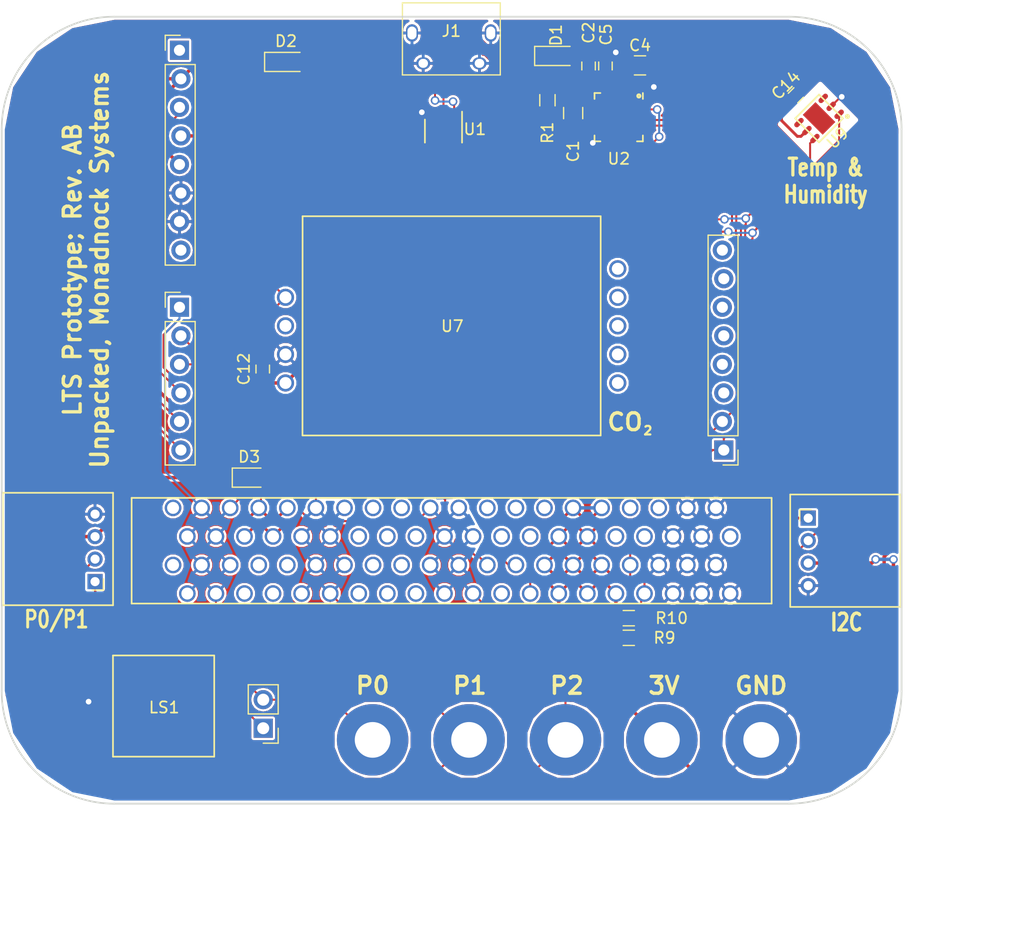
<source format=kicad_pcb>
(kicad_pcb (version 4) (host pcbnew 4.0.7)

  (general
    (links 138)
    (no_connects 0)
    (area 88.009114 66.8372 184.708 153.050501)
    (thickness 1.6)
    (drawings 23)
    (tracks 385)
    (zones 0)
    (modules 33)
    (nets 80)
  )

  (page USLetter)
  (title_block
    (title "LTS Prototype")
    (date 2018-03-11)
    (rev AB)
    (company "Unpacked / Monadnock Systems")
  )

  (layers
    (0 F.Cu signal)
    (31 B.Cu signal)
    (33 F.Adhes user hide)
    (35 F.Paste user)
    (37 F.SilkS user)
    (38 B.Mask user)
    (39 F.Mask user)
    (40 Dwgs.User user)
    (41 Cmts.User user)
    (42 Eco1.User user)
    (43 Eco2.User user)
    (44 Edge.Cuts user)
    (45 Margin user)
    (47 F.CrtYd user)
    (49 F.Fab user hide)
  )

  (setup
    (last_trace_width 0.1778)
    (trace_clearance 0.1778)
    (zone_clearance 0.2032)
    (zone_45_only no)
    (trace_min 0.1778)
    (segment_width 0.2)
    (edge_width 0.15)
    (via_size 0.75438)
    (via_drill 0.50038)
    (via_min_size 0.75438)
    (via_min_drill 0.50038)
    (uvia_size 0.3)
    (uvia_drill 0.1)
    (uvias_allowed no)
    (uvia_min_size 0)
    (uvia_min_drill 0)
    (pcb_text_width 0.3)
    (pcb_text_size 1.5 1.5)
    (mod_edge_width 0.15)
    (mod_text_size 1 1)
    (mod_text_width 0.15)
    (pad_size 1.7 1.7)
    (pad_drill 1.0668)
    (pad_to_mask_clearance 0)
    (pad_to_paste_clearance -0.0254)
    (aux_axis_origin 90 70)
    (grid_origin 90 80)
    (visible_elements FFFFFF7F)
    (pcbplotparams
      (layerselection 0x010e8_80000001)
      (usegerberextensions true)
      (excludeedgelayer true)
      (linewidth 0.025400)
      (plotframeref false)
      (viasonmask false)
      (mode 1)
      (useauxorigin false)
      (hpglpennumber 1)
      (hpglpenspeed 20)
      (hpglpendiameter 15)
      (hpglpenoverlay 2)
      (psnegative false)
      (psa4output false)
      (plotreference true)
      (plotvalue true)
      (plotinvisibletext false)
      (padsonsilk false)
      (subtractmaskfromsilk false)
      (outputformat 1)
      (mirror false)
      (drillshape 0)
      (scaleselection 1)
      (outputdirectory gerbers/))
  )

  (net 0 "")
  (net 1 VBUS)
  (net 2 GND)
  (net 3 +3V3)
  (net 4 +5V)
  (net 5 "Net-(J1-Pad2)")
  (net 6 "Net-(J1-Pad3)")
  (net 7 SDA)
  (net 8 SCL)
  (net 9 /P01)
  (net 10 /P02)
  (net 11 /P08)
  (net 12 COMPUTER_TXO)
  (net 13 COMPUTER_RXI)
  (net 14 CO2_SENSOR)
  (net 15 "Net-(J18-Padb1)")
  (net 16 "Net-(J18-Padb15)")
  (net 17 "Net-(J18-Padb17)")
  (net 18 "Net-(J18-Padb23)")
  (net 19 "Net-(J18-Padb25)")
  (net 20 "Net-(J18-Padb27)")
  (net 21 "Net-(J18-Padb14)")
  (net 22 "Net-(J18-Padb16)")
  (net 23 "Net-(J18-Padb18)")
  (net 24 "Net-(J18-Padb24)")
  (net 25 "Net-(J18-Padb26)")
  (net 26 "Net-(J18-Padb40)")
  (net 27 "Net-(J18-Pada1)")
  (net 28 "Net-(J18-Pada15)")
  (net 29 "Net-(J18-Pada8)")
  (net 30 "Net-(J18-Pada7)")
  (net 31 "Net-(J18-Pada9)")
  (net 32 "Net-(J18-Pada6)")
  (net 33 "Net-(J18-Pada18)")
  (net 34 "Net-(J18-Pada17)")
  (net 35 "Net-(J18-Pada16)")
  (net 36 "Net-(R1-Pad1)")
  (net 37 "Net-(U2-Pad1)")
  (net 38 "Net-(U2-Pad10)")
  (net 39 "Net-(U2-Pad11)")
  (net 40 "Net-(U2-Pad13)")
  (net 41 "Net-(U2-Pad14)")
  (net 42 "Net-(U2-Pad15)")
  (net 43 "Net-(U2-Pad16)")
  (net 44 "Net-(U7-Pad1)")
  (net 45 "Net-(U7-Pad2)")
  (net 46 "Net-(U7-Pad5)")
  (net 47 "Net-(U7-Pad7)")
  (net 48 "Net-(U9-PadEP)")
  (net 49 "Net-(J1-Pad4)")
  (net 50 "Net-(U9-Pad3)")
  (net 51 "Net-(U9-Pad4)")
  (net 52 "Net-(C4-Pad1)")
  (net 53 "Net-(U2-Pad19)")
  (net 54 /P00)
  (net 55 "Net-(JP1-Pad1)")
  (net 56 "Net-(U1-Pad5)")
  (net 57 "Net-(U1-Pad4)")
  (net 58 "Net-(U2-Pad12)")
  (net 59 "Net-(U2-Pad17)")
  (net 60 "Net-(U2-Pad18)")
  (net 61 "Net-(U2-Pad22)")
  (net 62 "Net-(U2-Pad24)")
  (net 63 "Net-(J9-Pad3)")
  (net 64 "Net-(J9-Pad4)")
  (net 65 "Net-(J9-Pad5)")
  (net 66 "Net-(J9-Pad6)")
  (net 67 "Net-(J9-Pad7)")
  (net 68 "Net-(J9-Pad8)")
  (net 69 "Net-(J10-Pad1)")
  (net 70 /ARDU_RST)
  (net 71 "Net-(J10-Pad8)")
  (net 72 /P14)
  (net 73 "Net-(U7-Pad3)")
  (net 74 "Net-(U7-Pad4)")
  (net 75 "Net-(D3-Pad2)")
  (net 76 "Net-(J18-Padb34)")
  (net 77 "Net-(J18-Padb33)")
  (net 78 "Net-(J18-Padb35)")
  (net 79 "Net-(J18-Padb32)")

  (net_class Default "This is the default net class."
    (clearance 0.1778)
    (trace_width 0.1778)
    (via_dia 0.75438)
    (via_drill 0.50038)
    (uvia_dia 0.3)
    (uvia_drill 0.1)
    (add_net /ARDU_RST)
    (add_net /P00)
    (add_net /P01)
    (add_net /P02)
    (add_net /P08)
    (add_net /P14)
    (add_net CO2_SENSOR)
    (add_net COMPUTER_RXI)
    (add_net COMPUTER_TXO)
    (add_net GND)
    (add_net "Net-(C4-Pad1)")
    (add_net "Net-(D3-Pad2)")
    (add_net "Net-(J1-Pad2)")
    (add_net "Net-(J1-Pad3)")
    (add_net "Net-(J1-Pad4)")
    (add_net "Net-(J10-Pad1)")
    (add_net "Net-(J10-Pad8)")
    (add_net "Net-(J18-Pada1)")
    (add_net "Net-(J18-Pada15)")
    (add_net "Net-(J18-Pada16)")
    (add_net "Net-(J18-Pada17)")
    (add_net "Net-(J18-Pada18)")
    (add_net "Net-(J18-Pada6)")
    (add_net "Net-(J18-Pada7)")
    (add_net "Net-(J18-Pada8)")
    (add_net "Net-(J18-Pada9)")
    (add_net "Net-(J18-Padb1)")
    (add_net "Net-(J18-Padb14)")
    (add_net "Net-(J18-Padb15)")
    (add_net "Net-(J18-Padb16)")
    (add_net "Net-(J18-Padb17)")
    (add_net "Net-(J18-Padb18)")
    (add_net "Net-(J18-Padb23)")
    (add_net "Net-(J18-Padb24)")
    (add_net "Net-(J18-Padb25)")
    (add_net "Net-(J18-Padb26)")
    (add_net "Net-(J18-Padb27)")
    (add_net "Net-(J18-Padb32)")
    (add_net "Net-(J18-Padb33)")
    (add_net "Net-(J18-Padb34)")
    (add_net "Net-(J18-Padb35)")
    (add_net "Net-(J18-Padb40)")
    (add_net "Net-(J9-Pad3)")
    (add_net "Net-(J9-Pad4)")
    (add_net "Net-(J9-Pad5)")
    (add_net "Net-(J9-Pad6)")
    (add_net "Net-(J9-Pad7)")
    (add_net "Net-(J9-Pad8)")
    (add_net "Net-(JP1-Pad1)")
    (add_net "Net-(R1-Pad1)")
    (add_net "Net-(U1-Pad4)")
    (add_net "Net-(U1-Pad5)")
    (add_net "Net-(U2-Pad1)")
    (add_net "Net-(U2-Pad10)")
    (add_net "Net-(U2-Pad11)")
    (add_net "Net-(U2-Pad12)")
    (add_net "Net-(U2-Pad13)")
    (add_net "Net-(U2-Pad14)")
    (add_net "Net-(U2-Pad15)")
    (add_net "Net-(U2-Pad16)")
    (add_net "Net-(U2-Pad17)")
    (add_net "Net-(U2-Pad18)")
    (add_net "Net-(U2-Pad19)")
    (add_net "Net-(U2-Pad22)")
    (add_net "Net-(U2-Pad24)")
    (add_net "Net-(U7-Pad1)")
    (add_net "Net-(U7-Pad2)")
    (add_net "Net-(U7-Pad3)")
    (add_net "Net-(U7-Pad4)")
    (add_net "Net-(U7-Pad5)")
    (add_net "Net-(U7-Pad7)")
    (add_net "Net-(U9-Pad3)")
    (add_net "Net-(U9-Pad4)")
    (add_net "Net-(U9-PadEP)")
    (add_net SCL)
    (add_net SDA)
  )

  (net_class Power ""
    (clearance 0.1778)
    (trace_width 0.3048)
    (via_dia 0.75438)
    (via_drill 0.50038)
    (uvia_dia 0.3)
    (uvia_drill 0.1)
    (add_net +3V3)
    (add_net +5V)
    (add_net VBUS)
  )

  (module DFN-6-1EP_3x3mm_Pitch0.95mm_APCircuits (layer F.Cu) (tedit 54130A77) (tstamp 5AA5427C)
    (at 129.275 80.175 270)
    (descr "DFN6 3*3 MM, 0.95 PITCH; CASE 506AH-01 (see ON Semiconductor 506AH.PDF)")
    (tags "DFN 0.95")
    (path /5A870DAB)
    (attr smd)
    (fp_text reference U1 (at -0.1646 -2.7926 360) (layer F.SilkS)
      (effects (font (size 1 1) (thickness 0.15)))
    )
    (fp_text value TPD3E001 (at 0 2.575 270) (layer F.Fab)
      (effects (font (size 1 1) (thickness 0.15)))
    )
    (fp_line (start -0.5 -1.5) (end 1.5 -1.5) (layer F.Fab) (width 0.15))
    (fp_line (start 1.5 -1.5) (end 1.5 1.5) (layer F.Fab) (width 0.15))
    (fp_line (start 1.5 1.5) (end -1.5 1.5) (layer F.Fab) (width 0.15))
    (fp_line (start -1.5 1.5) (end -1.5 -0.5) (layer F.Fab) (width 0.15))
    (fp_line (start -1.5 -0.5) (end -0.5 -1.5) (layer F.Fab) (width 0.15))
    (fp_line (start -1.9 -1.85) (end -1.9 1.85) (layer F.CrtYd) (width 0.05))
    (fp_line (start 1.9 -1.85) (end 1.9 1.85) (layer F.CrtYd) (width 0.05))
    (fp_line (start -1.9 -1.85) (end 1.9 -1.85) (layer F.CrtYd) (width 0.05))
    (fp_line (start -1.9 1.85) (end 1.9 1.85) (layer F.CrtYd) (width 0.05))
    (fp_line (start -1.025 1.65) (end 1.025 1.65) (layer F.SilkS) (width 0.15))
    (fp_line (start -1.73 -1.65) (end 1.025 -1.65) (layer F.SilkS) (width 0.15))
    (pad 1 smd rect (at -1.365 -0.95 270) (size 0.63 0.45) (layers F.Cu F.Paste F.Mask)
      (net 6 "Net-(J1-Pad3)"))
    (pad 2 smd rect (at -1.365 0 270) (size 0.63 0.45) (layers F.Cu F.Paste F.Mask)
      (net 5 "Net-(J1-Pad2)"))
    (pad 3 smd rect (at -1.365 0.95 270) (size 0.63 0.45) (layers F.Cu F.Paste F.Mask)
      (net 2 GND))
    (pad 4 smd rect (at 1.365 0.95 270) (size 0.63 0.45) (layers F.Cu F.Paste F.Mask)
      (net 57 "Net-(U1-Pad4)"))
    (pad 5 smd rect (at 1.365 0 270) (size 0.63 0.45) (layers F.Cu F.Paste F.Mask)
      (net 56 "Net-(U1-Pad5)"))
    (pad 6 smd rect (at 1.365 -0.95 270) (size 0.63 0.45) (layers F.Cu F.Paste F.Mask)
      (net 1 VBUS))
    (pad 7 smd rect (at 0.425 0.65 270) (size 0.85 1.3) (layers F.Cu F.Paste F.Mask)
      (net 2 GND) (solder_paste_margin_ratio -0.2))
    (pad 7 smd rect (at 0.425 -0.65 270) (size 0.85 1.3) (layers F.Cu F.Paste F.Mask)
      (net 2 GND) (solder_paste_margin_ratio -0.2))
    (pad 7 smd rect (at -0.425 0.65 270) (size 0.85 1.3) (layers F.Cu F.Paste F.Mask)
      (net 2 GND) (solder_paste_margin_ratio -0.2))
    (pad 7 smd rect (at -0.425 -0.65 270) (size 0.85 1.3) (layers F.Cu F.Paste F.Mask)
      (net 2 GND) (solder_paste_margin_ratio -0.2))
    (model ${KISYS3DMOD}/Housings_DFN_QFN.3dshapes/DFN-6-1EP_3x3mm_Pitch0.95mm.wrl
      (at (xyz 0 0 0))
      (scale (xyz 1 1 1))
      (rotate (xyz 0 0 0))
    )
  )

  (module lts:MH-Z19 (layer F.Cu) (tedit 5A8A28C9) (tstamp 5A8A2C36)
    (at 130 97.5)
    (descr "Through hole straight pin header, 1x05, 2.54mm pitch, single row")
    (tags "Through hole pin header THT 1x05 2.54mm single row")
    (path /5A7DC600/5A7DCB16)
    (fp_text reference U7 (at 0.06 0.03) (layer F.SilkS)
      (effects (font (size 1 1) (thickness 0.15)))
    )
    (fp_text value MH-Z19 (at -0.02 11.18) (layer F.Fab)
      (effects (font (size 1 1) (thickness 0.15)))
    )
    (fp_line (start 13.25 9.75) (end 13.25 -9.75) (layer F.SilkS) (width 0.15))
    (fp_line (start -13.26 9.75) (end -13.25 -9.75) (layer F.SilkS) (width 0.15))
    (fp_line (start -13.25 9.75) (end 13.25 9.75) (layer F.SilkS) (width 0.15))
    (fp_line (start -13.25 -9.75) (end 13.25 -9.75) (layer F.SilkS) (width 0.15))
    (pad 1 thru_hole circle (at 14.77 -5.08) (size 1.524 1.524) (drill 1.0668) (layers *.Cu *.Mask)
      (net 44 "Net-(U7-Pad1)"))
    (pad 6 thru_hole circle (at -14.77 -2.54) (size 1.524 1.524) (drill 1.0668) (layers *.Cu *.Mask)
      (net 14 CO2_SENSOR))
    (pad 7 thru_hole circle (at -14.77 0) (size 1.524 1.524) (drill 1.0668) (layers *.Cu *.Mask)
      (net 47 "Net-(U7-Pad7)"))
    (pad 8 thru_hole circle (at -14.77 2.54) (size 1.524 1.524) (drill 1.0668) (layers *.Cu *.Mask)
      (net 2 GND))
    (pad 9 thru_hole circle (at -14.77 5.08) (size 1.524 1.524) (drill 1.0668) (layers *.Cu *.Mask)
      (net 4 +5V))
    (pad 2 thru_hole circle (at 14.77 -2.54) (size 1.524 1.524) (drill 1.0668) (layers *.Cu *.Mask)
      (net 45 "Net-(U7-Pad2)"))
    (pad 3 thru_hole circle (at 14.77 0) (size 1.524 1.524) (drill 1.0668) (layers *.Cu *.Mask)
      (net 73 "Net-(U7-Pad3)"))
    (pad 4 thru_hole circle (at 14.77 2.54) (size 1.524 1.524) (drill 1.0668) (layers *.Cu *.Mask)
      (net 74 "Net-(U7-Pad4)"))
    (pad 5 thru_hole circle (at 14.77 5.08) (size 1.524 1.524) (drill 1.0668) (layers *.Cu *.Mask)
      (net 46 "Net-(U7-Pad5)"))
    (model /home/nock/devel/lts-proto/3d_models/MH-Z19.wrl
      (at (xyz 0 0 0))
      (scale (xyz 0.3937 0.3937 0.3937))
      (rotate (xyz 0 0 0))
    )
  )

  (module Measurement_Points:Measurement_Point_Round-SMD-Pad_Small (layer F.Cu) (tedit 5A8A2F2F) (tstamp 5A870C95)
    (at 149.947 81.748 90)
    (descr "Mesurement Point, Round, SMD Pad, DM 1.5mm,")
    (tags "Mesurement Point Round SMD Pad 1.5mm")
    (path /5A7E17FC)
    (attr virtual)
    (fp_text reference J14 (at 0 -2 90) (layer F.SilkS) hide
      (effects (font (size 1 1) (thickness 0.15)))
    )
    (fp_text value RXI (at 0 2 90) (layer F.Fab)
      (effects (font (size 1 1) (thickness 0.15)))
    )
    (fp_circle (center 0 0) (end 1 0) (layer F.CrtYd) (width 0.05))
    (pad 1 smd circle (at 0 0 90) (size 1.5 1.5) (layers F.Cu F.Mask)
      (net 13 COMPUTER_RXI))
  )

  (module lts:RBB40DHHN (layer F.Cu) (tedit 5A8A1FF4) (tstamp 5A8A63B8)
    (at 130 117.5)
    (path /5A7A1723)
    (fp_text reference J18 (at 26.162 -5.842) (layer F.SilkS) hide
      (effects (font (size 1 1) (thickness 0.15)))
    )
    (fp_text value "Micro:bit Edge Connector" (at 0.762 5.588) (layer F.Fab)
      (effects (font (size 1 1) (thickness 0.15)))
    )
    (fp_line (start 28.448 -4.699) (end -28.448 -4.699) (layer F.SilkS) (width 0.15))
    (fp_line (start 28.448 4.699) (end 28.448 -4.699) (layer F.SilkS) (width 0.15))
    (fp_line (start -28.448 4.699) (end 28.448 4.699) (layer F.SilkS) (width 0.15))
    (fp_line (start -28.448 -4.699) (end -28.448 4.699) (layer F.SilkS) (width 0.15))
    (pad a38 thru_hole circle (at 22.225 3.81) (size 1.4732 1.4732) (drill 1.0668) (layers *.Cu *.Mask)
      (net 2 GND))
    (pad a39 thru_hole circle (at 23.495 1.27) (size 1.4732 1.4732) (drill 1.0668) (layers *.Cu *.Mask)
      (net 2 GND))
    (pad a40 thru_hole circle (at 24.765 3.81) (size 1.4732 1.4732) (drill 1.0668) (layers *.Cu *.Mask)
      (net 2 GND))
    (pad a25 thru_hole circle (at 5.715 1.27) (size 1.4732 1.4732) (drill 1.0668) (layers *.Cu *.Mask)
      (net 13 COMPUTER_RXI))
    (pad a20 thru_hole circle (at -0.635 3.81) (size 1.4732 1.4732) (drill 1.0668) (layers *.Cu *.Mask)
      (net 10 /P02))
    (pad a22 thru_hole circle (at 1.905 3.81) (size 1.4732 1.4732) (drill 1.0668) (layers *.Cu *.Mask)
      (net 10 /P02))
    (pad a21 thru_hole circle (at 0.635 1.27) (size 1.4732 1.4732) (drill 1.0668) (layers *.Cu *.Mask)
      (net 10 /P02))
    (pad a23 thru_hole circle (at 3.175 1.27) (size 1.4732 1.4732) (drill 1.0668) (layers *.Cu *.Mask)
      (net 14 CO2_SENSOR))
    (pad a24 thru_hole circle (at 4.445 3.81) (size 1.4732 1.4732) (drill 1.0668) (layers *.Cu *.Mask)
      (net 72 /P14))
    (pad a26 thru_hole circle (at 6.985 3.81) (size 1.4732 1.4732) (drill 1.0668) (layers *.Cu *.Mask)
      (net 12 COMPUTER_TXO))
    (pad a34 thru_hole circle (at 17.145 3.81) (size 1.4732 1.4732) (drill 1.0668) (layers *.Cu *.Mask)
      (net 7 SDA))
    (pad a33 thru_hole circle (at 15.875 1.27) (size 1.4732 1.4732) (drill 1.0668) (layers *.Cu *.Mask)
      (net 8 SCL))
    (pad a37 thru_hole circle (at 20.955 1.27) (size 1.4732 1.4732) (drill 1.0668) (layers *.Cu *.Mask)
      (net 2 GND))
    (pad a35 thru_hole circle (at 18.415 1.27) (size 1.4732 1.4732) (drill 1.0668) (layers *.Cu *.Mask)
      (net 2 GND))
    (pad a36 thru_hole circle (at 19.685 3.81) (size 1.4732 1.4732) (drill 1.0668) (layers *.Cu *.Mask)
      (net 2 GND))
    (pad a31 thru_hole circle (at 13.335 1.27) (size 1.4732 1.4732) (drill 1.0668) (layers *.Cu *.Mask)
      (net 3 +3V3))
    (pad a27 thru_hole circle (at 8.255 1.27) (size 1.4732 1.4732) (drill 1.0668) (layers *.Cu *.Mask)
      (net 3 +3V3))
    (pad a29 thru_hole circle (at 10.795 1.27) (size 1.4732 1.4732) (drill 1.0668) (layers *.Cu *.Mask)
      (net 3 +3V3))
    (pad a30 thru_hole circle (at 12.065 3.81) (size 1.4732 1.4732) (drill 1.0668) (layers *.Cu *.Mask)
      (net 3 +3V3))
    (pad a28 thru_hole circle (at 9.525 3.81) (size 1.4732 1.4732) (drill 1.0668) (layers *.Cu *.Mask)
      (net 3 +3V3))
    (pad a32 thru_hole circle (at 14.605 3.81) (size 1.4732 1.4732) (drill 1.0668) (layers *.Cu *.Mask)
      (net 3 +3V3))
    (pad a15 thru_hole circle (at -6.985 1.27) (size 1.4732 1.4732) (drill 1.0668) (layers *.Cu *.Mask)
      (net 28 "Net-(J18-Pada15)"))
    (pad a12 thru_hole circle (at -10.795 3.81) (size 1.4732 1.4732) (drill 1.0668) (layers *.Cu *.Mask)
      (net 9 /P01))
    (pad a13 thru_hole circle (at -9.525 1.27) (size 1.4732 1.4732) (drill 1.0668) (layers *.Cu *.Mask)
      (net 9 /P01))
    (pad a14 thru_hole circle (at -8.255 3.81) (size 1.4732 1.4732) (drill 1.0668) (layers *.Cu *.Mask)
      (net 11 /P08))
    (pad a16 thru_hole circle (at -5.715 3.81) (size 1.4732 1.4732) (drill 1.0668) (layers *.Cu *.Mask)
      (net 35 "Net-(J18-Pada16)"))
    (pad a19 thru_hole circle (at -1.905 1.27) (size 1.4732 1.4732) (drill 1.0668) (layers *.Cu *.Mask)
      (net 10 /P02))
    (pad a17 thru_hole circle (at -4.445 1.27) (size 1.4732 1.4732) (drill 1.0668) (layers *.Cu *.Mask)
      (net 34 "Net-(J18-Pada17)"))
    (pad a18 thru_hole circle (at -3.175 3.81) (size 1.4732 1.4732) (drill 1.0668) (layers *.Cu *.Mask)
      (net 33 "Net-(J18-Pada18)"))
    (pad a6 thru_hole circle (at -18.415 3.81) (size 1.4732 1.4732) (drill 1.0668) (layers *.Cu *.Mask)
      (net 32 "Net-(J18-Pada6)"))
    (pad a2 thru_hole circle (at -23.495 3.81) (size 1.4732 1.4732) (drill 1.0668) (layers *.Cu *.Mask)
      (net 54 /P00))
    (pad a3 thru_hole circle (at -22.225 1.27) (size 1.4732 1.4732) (drill 1.0668) (layers *.Cu *.Mask)
      (net 54 /P00))
    (pad a5 thru_hole circle (at -19.685 1.27) (size 1.4732 1.4732) (drill 1.0668) (layers *.Cu *.Mask)
      (net 54 /P00))
    (pad a4 thru_hole circle (at -20.955 3.81) (size 1.4732 1.4732) (drill 1.0668) (layers *.Cu *.Mask)
      (net 54 /P00))
    (pad a1 thru_hole circle (at -24.765 1.27) (size 1.4732 1.4732) (drill 1.0668) (layers *.Cu *.Mask)
      (net 27 "Net-(J18-Pada1)"))
    (pad a8 thru_hole circle (at -15.875 3.81) (size 1.4732 1.4732) (drill 1.0668) (layers *.Cu *.Mask)
      (net 29 "Net-(J18-Pada8)"))
    (pad a7 thru_hole circle (at -17.145 1.27) (size 1.4732 1.4732) (drill 1.0668) (layers *.Cu *.Mask)
      (net 30 "Net-(J18-Pada7)"))
    (pad a9 thru_hole circle (at -14.605 1.27) (size 1.4732 1.4732) (drill 1.0668) (layers *.Cu *.Mask)
      (net 31 "Net-(J18-Pada9)"))
    (pad a11 thru_hole circle (at -12.065 1.27) (size 1.4732 1.4732) (drill 1.0668) (layers *.Cu *.Mask)
      (net 9 /P01))
    (pad a10 thru_hole circle (at -13.335 3.81) (size 1.4732 1.4732) (drill 1.0668) (layers *.Cu *.Mask)
      (net 9 /P01))
    (pad b24 thru_hole circle (at 4.445 -1.27) (size 1.4732 1.4732) (drill 1.0668) (layers *.Cu *.Mask)
      (net 24 "Net-(J18-Padb24)"))
    (pad b25 thru_hole circle (at 5.715 -3.81) (size 1.4732 1.4732) (drill 1.0668) (layers *.Cu *.Mask)
      (net 19 "Net-(J18-Padb25)"))
    (pad b22 thru_hole circle (at 1.905 -1.27) (size 1.4732 1.4732) (drill 1.0668) (layers *.Cu *.Mask)
      (net 10 /P02))
    (pad b23 thru_hole circle (at 3.175 -3.81) (size 1.4732 1.4732) (drill 1.0668) (layers *.Cu *.Mask)
      (net 18 "Net-(J18-Padb23)"))
    (pad b21 thru_hole circle (at 0.635 -3.81) (size 1.4732 1.4732) (drill 1.0668) (layers *.Cu *.Mask)
      (net 10 /P02))
    (pad b34 thru_hole circle (at 17.145 -1.27) (size 1.4732 1.4732) (drill 1.0668) (layers *.Cu *.Mask)
      (net 76 "Net-(J18-Padb34)"))
    (pad b33 thru_hole circle (at 15.875 -3.81) (size 1.4732 1.4732) (drill 1.0668) (layers *.Cu *.Mask)
      (net 77 "Net-(J18-Padb33)"))
    (pad b35 thru_hole circle (at 18.415 -3.81) (size 1.4732 1.4732) (drill 1.0668) (layers *.Cu *.Mask)
      (net 78 "Net-(J18-Padb35)"))
    (pad b32 thru_hole circle (at 14.605 -1.27) (size 1.4732 1.4732) (drill 1.0668) (layers *.Cu *.Mask)
      (net 79 "Net-(J18-Padb32)"))
    (pad b36 thru_hole circle (at 19.685 -1.27) (size 1.4732 1.4732) (drill 1.0668) (layers *.Cu *.Mask)
      (net 2 GND))
    (pad b31 thru_hole circle (at 13.335 -3.81) (size 1.4732 1.4732) (drill 1.0668) (layers *.Cu *.Mask)
      (net 3 +3V3))
    (pad b26 thru_hole circle (at 6.985 -1.27) (size 1.4732 1.4732) (drill 1.0668) (layers *.Cu *.Mask)
      (net 25 "Net-(J18-Padb26)"))
    (pad b27 thru_hole circle (at 8.255 -3.81) (size 1.4732 1.4732) (drill 1.0668) (layers *.Cu *.Mask)
      (net 20 "Net-(J18-Padb27)"))
    (pad b29 thru_hole circle (at 10.795 -3.81) (size 1.4732 1.4732) (drill 1.0668) (layers *.Cu *.Mask)
      (net 3 +3V3))
    (pad b30 thru_hole circle (at 12.065 -1.27) (size 1.4732 1.4732) (drill 1.0668) (layers *.Cu *.Mask)
      (net 3 +3V3))
    (pad b28 thru_hole circle (at 9.525 -1.27) (size 1.4732 1.4732) (drill 1.0668) (layers *.Cu *.Mask)
      (net 3 +3V3))
    (pad b37 thru_hole circle (at 20.955 -3.81) (size 1.4732 1.4732) (drill 1.0668) (layers *.Cu *.Mask)
      (net 2 GND))
    (pad b38 thru_hole circle (at 22.225 -1.27) (size 1.4732 1.4732) (drill 1.0668) (layers *.Cu *.Mask)
      (net 2 GND))
    (pad b39 thru_hole circle (at 23.495 -3.81) (size 1.4732 1.4732) (drill 1.0668) (layers *.Cu *.Mask)
      (net 2 GND))
    (pad b40 thru_hole circle (at 24.765 -1.27) (size 1.4732 1.4732) (drill 1.0668) (layers *.Cu *.Mask)
      (net 26 "Net-(J18-Padb40)"))
    (pad b8 thru_hole circle (at -15.875 -1.27) (size 1.4732 1.4732) (drill 1.0668) (layers *.Cu *.Mask)
      (net 75 "Net-(D3-Pad2)"))
    (pad b7 thru_hole circle (at -17.145 -3.81) (size 1.4732 1.4732) (drill 1.0668) (layers *.Cu *.Mask)
      (net 75 "Net-(D3-Pad2)"))
    (pad b9 thru_hole circle (at -14.605 -3.81) (size 1.4732 1.4732) (drill 1.0668) (layers *.Cu *.Mask)
      (net 75 "Net-(D3-Pad2)"))
    (pad b6 thru_hole circle (at -18.415 -1.27) (size 1.4732 1.4732) (drill 1.0668) (layers *.Cu *.Mask)
      (net 75 "Net-(D3-Pad2)"))
    (pad b10 thru_hole circle (at -13.335 -1.27) (size 1.4732 1.4732) (drill 1.0668) (layers *.Cu *.Mask)
      (net 9 /P01))
    (pad b15 thru_hole circle (at -6.985 -3.81) (size 1.4732 1.4732) (drill 1.0668) (layers *.Cu *.Mask)
      (net 16 "Net-(J18-Padb15)"))
    (pad b14 thru_hole circle (at -8.255 -1.27) (size 1.4732 1.4732) (drill 1.0668) (layers *.Cu *.Mask)
      (net 21 "Net-(J18-Padb14)"))
    (pad b13 thru_hole circle (at -9.525 -3.81) (size 1.4732 1.4732) (drill 1.0668) (layers *.Cu *.Mask)
      (net 9 /P01))
    (pad b12 thru_hole circle (at -10.795 -1.27) (size 1.4732 1.4732) (drill 1.0668) (layers *.Cu *.Mask)
      (net 9 /P01))
    (pad b11 thru_hole circle (at -12.065 -3.81) (size 1.4732 1.4732) (drill 1.0668) (layers *.Cu *.Mask)
      (net 9 /P01))
    (pad b18 thru_hole circle (at -3.175 -1.27) (size 1.4732 1.4732) (drill 1.0668) (layers *.Cu *.Mask)
      (net 23 "Net-(J18-Padb18)"))
    (pad b19 thru_hole circle (at -1.905 -3.81) (size 1.4732 1.4732) (drill 1.0668) (layers *.Cu *.Mask)
      (net 10 /P02))
    (pad b17 thru_hole circle (at -4.445 -3.81) (size 1.4732 1.4732) (drill 1.0668) (layers *.Cu *.Mask)
      (net 17 "Net-(J18-Padb17)"))
    (pad b16 thru_hole circle (at -5.715 -1.27) (size 1.4732 1.4732) (drill 1.0668) (layers *.Cu *.Mask)
      (net 22 "Net-(J18-Padb16)"))
    (pad b20 thru_hole circle (at -0.635 -1.27) (size 1.4732 1.4732) (drill 1.0668) (layers *.Cu *.Mask)
      (net 10 /P02))
    (pad b5 thru_hole circle (at -19.685 -3.81) (size 1.4732 1.4732) (drill 1.0668) (layers *.Cu *.Mask)
      (net 54 /P00))
    (pad b1 thru_hole circle (at -24.765 -3.81) (size 1.4732 1.4732) (drill 1.0668) (layers *.Cu *.Mask)
      (net 15 "Net-(J18-Padb1)"))
    (pad b2 thru_hole circle (at -23.495 -1.27) (size 1.4732 1.4732) (drill 1.0668) (layers *.Cu *.Mask)
      (net 54 /P00))
    (pad b3 thru_hole circle (at -22.225 -3.81) (size 1.4732 1.4732) (drill 1.0668) (layers *.Cu *.Mask)
      (net 54 /P00))
    (pad b4 thru_hole circle (at -20.955 -1.27) (size 1.4732 1.4732) (drill 1.0668) (layers *.Cu *.Mask)
      (net 54 /P00))
    (model /home/nock/devel/lts-proto/3d_models/sullins.wrl
      (at (xyz 0 0 0))
      (scale (xyz 0.3937 0.3937 0.3937))
      (rotate (xyz 0 0 0))
    )
  )

  (module Capacitors_SMD:C_0805_HandSoldering (layer F.Cu) (tedit 58AA84A8) (tstamp 5A8325BA)
    (at 140.803 78.573001 270)
    (descr "Capacitor SMD 0805, hand soldering")
    (tags "capacitor 0805")
    (path /5A7BAC71)
    (attr smd)
    (fp_text reference C1 (at 3.4036 0 270) (layer F.SilkS)
      (effects (font (size 1 1) (thickness 0.15)))
    )
    (fp_text value 4.7uF (at 0 1.75 270) (layer F.Fab)
      (effects (font (size 1 1) (thickness 0.15)))
    )
    (fp_text user %R (at 0 -1.75 270) (layer F.Fab)
      (effects (font (size 1 1) (thickness 0.15)))
    )
    (fp_line (start -1 0.62) (end -1 -0.62) (layer F.Fab) (width 0.1))
    (fp_line (start 1 0.62) (end -1 0.62) (layer F.Fab) (width 0.1))
    (fp_line (start 1 -0.62) (end 1 0.62) (layer F.Fab) (width 0.1))
    (fp_line (start -1 -0.62) (end 1 -0.62) (layer F.Fab) (width 0.1))
    (fp_line (start 0.5 -0.85) (end -0.5 -0.85) (layer F.SilkS) (width 0.12))
    (fp_line (start -0.5 0.85) (end 0.5 0.85) (layer F.SilkS) (width 0.12))
    (fp_line (start -2.25 -0.88) (end 2.25 -0.88) (layer F.CrtYd) (width 0.05))
    (fp_line (start -2.25 -0.88) (end -2.25 0.87) (layer F.CrtYd) (width 0.05))
    (fp_line (start 2.25 0.87) (end 2.25 -0.88) (layer F.CrtYd) (width 0.05))
    (fp_line (start 2.25 0.87) (end -2.25 0.87) (layer F.CrtYd) (width 0.05))
    (pad 1 smd rect (at -1.25 0 270) (size 1.5 1.25) (layers F.Cu F.Paste F.Mask)
      (net 1 VBUS))
    (pad 2 smd rect (at 1.25 0 270) (size 1.5 1.25) (layers F.Cu F.Paste F.Mask)
      (net 2 GND))
    (model Capacitors_SMD.3dshapes/C_0805.wrl
      (at (xyz 0 0 0))
      (scale (xyz 1 1 1))
      (rotate (xyz 0 0 0))
    )
  )

  (module Capacitors_SMD:C_0603_HandSoldering (layer F.Cu) (tedit 58AA848B) (tstamp 5A8325C0)
    (at 142.174601 74.382 90)
    (descr "Capacitor SMD 0603, hand soldering")
    (tags "capacitor 0603")
    (path /5A7BAC72)
    (attr smd)
    (fp_text reference C2 (at 2.9616 0.000001 90) (layer F.SilkS)
      (effects (font (size 1 1) (thickness 0.15)))
    )
    (fp_text value 0.1uF (at 0 1.5 90) (layer F.Fab)
      (effects (font (size 1 1) (thickness 0.15)))
    )
    (fp_text user %R (at 0 -1.25 90) (layer F.Fab)
      (effects (font (size 1 1) (thickness 0.15)))
    )
    (fp_line (start -0.8 0.4) (end -0.8 -0.4) (layer F.Fab) (width 0.1))
    (fp_line (start 0.8 0.4) (end -0.8 0.4) (layer F.Fab) (width 0.1))
    (fp_line (start 0.8 -0.4) (end 0.8 0.4) (layer F.Fab) (width 0.1))
    (fp_line (start -0.8 -0.4) (end 0.8 -0.4) (layer F.Fab) (width 0.1))
    (fp_line (start -0.35 -0.6) (end 0.35 -0.6) (layer F.SilkS) (width 0.12))
    (fp_line (start 0.35 0.6) (end -0.35 0.6) (layer F.SilkS) (width 0.12))
    (fp_line (start -1.8 -0.65) (end 1.8 -0.65) (layer F.CrtYd) (width 0.05))
    (fp_line (start -1.8 -0.65) (end -1.8 0.65) (layer F.CrtYd) (width 0.05))
    (fp_line (start 1.8 0.65) (end 1.8 -0.65) (layer F.CrtYd) (width 0.05))
    (fp_line (start 1.8 0.65) (end -1.8 0.65) (layer F.CrtYd) (width 0.05))
    (pad 1 smd rect (at -0.95 0 90) (size 1.2 0.75) (layers F.Cu F.Paste F.Mask)
      (net 1 VBUS))
    (pad 2 smd rect (at 0.95 0 90) (size 1.2 0.75) (layers F.Cu F.Paste F.Mask)
      (net 2 GND))
    (model Capacitors_SMD.3dshapes/C_0603.wrl
      (at (xyz 0 0 0))
      (scale (xyz 1 1 1))
      (rotate (xyz 0 0 0))
    )
  )

  (module Capacitors_SMD:C_0805_HandSoldering (layer F.Cu) (tedit 58AA84A8) (tstamp 5A8325CC)
    (at 146.746602 74.3312)
    (descr "Capacitor SMD 0805, hand soldering")
    (tags "capacitor 0805")
    (path /5A7BAC74)
    (attr smd)
    (fp_text reference C4 (at 0.000998 -1.7808 180) (layer F.SilkS)
      (effects (font (size 1 1) (thickness 0.15)))
    )
    (fp_text value 4.7uF (at 0 1.75) (layer F.Fab)
      (effects (font (size 1 1) (thickness 0.15)))
    )
    (fp_text user %R (at 0 -1.75) (layer F.Fab)
      (effects (font (size 1 1) (thickness 0.15)))
    )
    (fp_line (start -1 0.62) (end -1 -0.62) (layer F.Fab) (width 0.1))
    (fp_line (start 1 0.62) (end -1 0.62) (layer F.Fab) (width 0.1))
    (fp_line (start 1 -0.62) (end 1 0.62) (layer F.Fab) (width 0.1))
    (fp_line (start -1 -0.62) (end 1 -0.62) (layer F.Fab) (width 0.1))
    (fp_line (start 0.5 -0.85) (end -0.5 -0.85) (layer F.SilkS) (width 0.12))
    (fp_line (start -0.5 0.85) (end 0.5 0.85) (layer F.SilkS) (width 0.12))
    (fp_line (start -2.25 -0.88) (end 2.25 -0.88) (layer F.CrtYd) (width 0.05))
    (fp_line (start -2.25 -0.88) (end -2.25 0.87) (layer F.CrtYd) (width 0.05))
    (fp_line (start 2.25 0.87) (end 2.25 -0.88) (layer F.CrtYd) (width 0.05))
    (fp_line (start 2.25 0.87) (end -2.25 0.87) (layer F.CrtYd) (width 0.05))
    (pad 1 smd rect (at -1.25 0) (size 1.5 1.25) (layers F.Cu F.Paste F.Mask)
      (net 52 "Net-(C4-Pad1)"))
    (pad 2 smd rect (at 1.25 0) (size 1.5 1.25) (layers F.Cu F.Paste F.Mask)
      (net 2 GND))
    (model Capacitors_SMD.3dshapes/C_0805.wrl
      (at (xyz 0 0 0))
      (scale (xyz 1 1 1))
      (rotate (xyz 0 0 0))
    )
  )

  (module Capacitors_SMD:C_0603_HandSoldering (layer F.Cu) (tedit 58AA848B) (tstamp 5A8325D2)
    (at 143.673202 74.382 90)
    (descr "Capacitor SMD 0603, hand soldering")
    (tags "capacitor 0603")
    (path /5A7BAC75)
    (attr smd)
    (fp_text reference C5 (at 2.794 0.050799 90) (layer F.SilkS)
      (effects (font (size 1 1) (thickness 0.15)))
    )
    (fp_text value 0.1uF (at 0 1.5 90) (layer F.Fab)
      (effects (font (size 1 1) (thickness 0.15)))
    )
    (fp_text user %R (at 0 -1.25 90) (layer F.Fab)
      (effects (font (size 1 1) (thickness 0.15)))
    )
    (fp_line (start -0.8 0.4) (end -0.8 -0.4) (layer F.Fab) (width 0.1))
    (fp_line (start 0.8 0.4) (end -0.8 0.4) (layer F.Fab) (width 0.1))
    (fp_line (start 0.8 -0.4) (end 0.8 0.4) (layer F.Fab) (width 0.1))
    (fp_line (start -0.8 -0.4) (end 0.8 -0.4) (layer F.Fab) (width 0.1))
    (fp_line (start -0.35 -0.6) (end 0.35 -0.6) (layer F.SilkS) (width 0.12))
    (fp_line (start 0.35 0.6) (end -0.35 0.6) (layer F.SilkS) (width 0.12))
    (fp_line (start -1.8 -0.65) (end 1.8 -0.65) (layer F.CrtYd) (width 0.05))
    (fp_line (start -1.8 -0.65) (end -1.8 0.65) (layer F.CrtYd) (width 0.05))
    (fp_line (start 1.8 0.65) (end 1.8 -0.65) (layer F.CrtYd) (width 0.05))
    (fp_line (start 1.8 0.65) (end -1.8 0.65) (layer F.CrtYd) (width 0.05))
    (pad 1 smd rect (at -0.95 0 90) (size 1.2 0.75) (layers F.Cu F.Paste F.Mask)
      (net 52 "Net-(C4-Pad1)"))
    (pad 2 smd rect (at 0.95 0 90) (size 1.2 0.75) (layers F.Cu F.Paste F.Mask)
      (net 2 GND))
    (model Capacitors_SMD.3dshapes/C_0603.wrl
      (at (xyz 0 0 0))
      (scale (xyz 1 1 1))
      (rotate (xyz 0 0 0))
    )
  )

  (module Capacitors_SMD:C_0603_HandSoldering (layer F.Cu) (tedit 58AA848B) (tstamp 5A8325F6)
    (at 113.2076 101.3404 90)
    (descr "Capacitor SMD 0603, hand soldering")
    (tags "capacitor 0603")
    (path /5A7DC600/5A7DCB19)
    (attr smd)
    (fp_text reference C12 (at 0 -1.6764 90) (layer F.SilkS)
      (effects (font (size 1 1) (thickness 0.15)))
    )
    (fp_text value 0.1uF (at 0 1.5 90) (layer F.Fab)
      (effects (font (size 1 1) (thickness 0.15)))
    )
    (fp_text user %R (at 0 -1.25 90) (layer F.Fab)
      (effects (font (size 1 1) (thickness 0.15)))
    )
    (fp_line (start -0.8 0.4) (end -0.8 -0.4) (layer F.Fab) (width 0.1))
    (fp_line (start 0.8 0.4) (end -0.8 0.4) (layer F.Fab) (width 0.1))
    (fp_line (start 0.8 -0.4) (end 0.8 0.4) (layer F.Fab) (width 0.1))
    (fp_line (start -0.8 -0.4) (end 0.8 -0.4) (layer F.Fab) (width 0.1))
    (fp_line (start -0.35 -0.6) (end 0.35 -0.6) (layer F.SilkS) (width 0.12))
    (fp_line (start 0.35 0.6) (end -0.35 0.6) (layer F.SilkS) (width 0.12))
    (fp_line (start -1.8 -0.65) (end 1.8 -0.65) (layer F.CrtYd) (width 0.05))
    (fp_line (start -1.8 -0.65) (end -1.8 0.65) (layer F.CrtYd) (width 0.05))
    (fp_line (start 1.8 0.65) (end 1.8 -0.65) (layer F.CrtYd) (width 0.05))
    (fp_line (start 1.8 0.65) (end -1.8 0.65) (layer F.CrtYd) (width 0.05))
    (pad 1 smd rect (at -0.95 0 90) (size 1.2 0.75) (layers F.Cu F.Paste F.Mask)
      (net 4 +5V))
    (pad 2 smd rect (at 0.95 0 90) (size 1.2 0.75) (layers F.Cu F.Paste F.Mask)
      (net 2 GND))
    (model Capacitors_SMD.3dshapes/C_0603.wrl
      (at (xyz 0 0 0))
      (scale (xyz 1 1 1))
      (rotate (xyz 0 0 0))
    )
  )

  (module Capacitors_SMD:C_0603_HandSoldering (layer F.Cu) (tedit 58AA848B) (tstamp 5A832602)
    (at 160.602613 76.987814 45)
    (descr "Capacitor SMD 0603, hand soldering")
    (tags "capacitor 0603")
    (path /5A7DC600/5A7DCB0C)
    (attr smd)
    (fp_text reference C14 (at 0 -1.25 45) (layer F.SilkS)
      (effects (font (size 1 1) (thickness 0.15)))
    )
    (fp_text value 0.1uF (at 0 1.5 45) (layer F.Fab)
      (effects (font (size 1 1) (thickness 0.15)))
    )
    (fp_text user %R (at 0 -1.25 45) (layer F.Fab)
      (effects (font (size 1 1) (thickness 0.15)))
    )
    (fp_line (start -0.8 0.4) (end -0.8 -0.4) (layer F.Fab) (width 0.1))
    (fp_line (start 0.8 0.4) (end -0.8 0.4) (layer F.Fab) (width 0.1))
    (fp_line (start 0.8 -0.4) (end 0.8 0.4) (layer F.Fab) (width 0.1))
    (fp_line (start -0.8 -0.4) (end 0.8 -0.4) (layer F.Fab) (width 0.1))
    (fp_line (start -0.35 -0.6) (end 0.35 -0.6) (layer F.SilkS) (width 0.12))
    (fp_line (start 0.35 0.6) (end -0.35 0.6) (layer F.SilkS) (width 0.12))
    (fp_line (start -1.8 -0.65) (end 1.8 -0.65) (layer F.CrtYd) (width 0.05))
    (fp_line (start -1.8 -0.65) (end -1.8 0.65) (layer F.CrtYd) (width 0.05))
    (fp_line (start 1.8 0.65) (end 1.8 -0.65) (layer F.CrtYd) (width 0.05))
    (fp_line (start 1.8 0.65) (end -1.8 0.65) (layer F.CrtYd) (width 0.05))
    (pad 1 smd rect (at -0.95 0 45) (size 1.2 0.75) (layers F.Cu F.Paste F.Mask)
      (net 3 +3V3))
    (pad 2 smd rect (at 0.95 0 45) (size 1.2 0.75) (layers F.Cu F.Paste F.Mask)
      (net 2 GND))
    (model Capacitors_SMD.3dshapes/C_0603.wrl
      (at (xyz 0 0 0))
      (scale (xyz 1 1 1))
      (rotate (xyz 0 0 0))
    )
  )

  (module Diodes_SMD:D_SOD-323_HandSoldering (layer F.Cu) (tedit 58641869) (tstamp 5A832608)
    (at 139.279 73.493)
    (descr SOD-323)
    (tags SOD-323)
    (path /5A7CF6D6)
    (attr smd)
    (fp_text reference D1 (at 0 -1.85 90) (layer F.SilkS)
      (effects (font (size 1 1) (thickness 0.15)))
    )
    (fp_text value BAT60A (at 0.1 1.9) (layer F.Fab)
      (effects (font (size 1 1) (thickness 0.15)))
    )
    (fp_text user %R (at 0 -1.85) (layer F.Fab)
      (effects (font (size 1 1) (thickness 0.15)))
    )
    (fp_line (start -1.9 -0.85) (end -1.9 0.85) (layer F.SilkS) (width 0.12))
    (fp_line (start 0.2 0) (end 0.45 0) (layer F.Fab) (width 0.1))
    (fp_line (start 0.2 0.35) (end -0.3 0) (layer F.Fab) (width 0.1))
    (fp_line (start 0.2 -0.35) (end 0.2 0.35) (layer F.Fab) (width 0.1))
    (fp_line (start -0.3 0) (end 0.2 -0.35) (layer F.Fab) (width 0.1))
    (fp_line (start -0.3 0) (end -0.5 0) (layer F.Fab) (width 0.1))
    (fp_line (start -0.3 -0.35) (end -0.3 0.35) (layer F.Fab) (width 0.1))
    (fp_line (start -0.9 0.7) (end -0.9 -0.7) (layer F.Fab) (width 0.1))
    (fp_line (start 0.9 0.7) (end -0.9 0.7) (layer F.Fab) (width 0.1))
    (fp_line (start 0.9 -0.7) (end 0.9 0.7) (layer F.Fab) (width 0.1))
    (fp_line (start -0.9 -0.7) (end 0.9 -0.7) (layer F.Fab) (width 0.1))
    (fp_line (start -2 -0.95) (end 2 -0.95) (layer F.CrtYd) (width 0.05))
    (fp_line (start 2 -0.95) (end 2 0.95) (layer F.CrtYd) (width 0.05))
    (fp_line (start -2 0.95) (end 2 0.95) (layer F.CrtYd) (width 0.05))
    (fp_line (start -2 -0.95) (end -2 0.95) (layer F.CrtYd) (width 0.05))
    (fp_line (start -1.9 0.85) (end 1.25 0.85) (layer F.SilkS) (width 0.12))
    (fp_line (start -1.9 -0.85) (end 1.25 -0.85) (layer F.SilkS) (width 0.12))
    (pad 1 smd rect (at -1.25 0) (size 1 1) (layers F.Cu F.Paste F.Mask)
      (net 3 +3V3))
    (pad 2 smd rect (at 1.25 0) (size 1 1) (layers F.Cu F.Paste F.Mask)
      (net 52 "Net-(C4-Pad1)"))
    (model ${KISYS3DMOD}/Diodes_SMD.3dshapes/D_SOD-323.wrl
      (at (xyz 0 0 0))
      (scale (xyz 1 1 1))
      (rotate (xyz 0 0 0))
    )
  )

  (module Resistors_SMD:R_0603_HandSoldering (layer F.Cu) (tedit 58E0A804) (tstamp 5A832756)
    (at 138.516999 77.43 90)
    (descr "Resistor SMD 0603, hand soldering")
    (tags "resistor 0603")
    (path /5A7BAC6F)
    (attr smd)
    (fp_text reference R1 (at -2.8956 0 90) (layer F.SilkS)
      (effects (font (size 1 1) (thickness 0.15)))
    )
    (fp_text value 1k (at 0 1.55 90) (layer F.Fab)
      (effects (font (size 1 1) (thickness 0.15)))
    )
    (fp_text user %R (at 0 0 90) (layer F.Fab)
      (effects (font (size 0.4 0.4) (thickness 0.075)))
    )
    (fp_line (start -0.8 0.4) (end -0.8 -0.4) (layer F.Fab) (width 0.1))
    (fp_line (start 0.8 0.4) (end -0.8 0.4) (layer F.Fab) (width 0.1))
    (fp_line (start 0.8 -0.4) (end 0.8 0.4) (layer F.Fab) (width 0.1))
    (fp_line (start -0.8 -0.4) (end 0.8 -0.4) (layer F.Fab) (width 0.1))
    (fp_line (start 0.5 0.68) (end -0.5 0.68) (layer F.SilkS) (width 0.12))
    (fp_line (start -0.5 -0.68) (end 0.5 -0.68) (layer F.SilkS) (width 0.12))
    (fp_line (start -1.96 -0.7) (end 1.95 -0.7) (layer F.CrtYd) (width 0.05))
    (fp_line (start -1.96 -0.7) (end -1.96 0.7) (layer F.CrtYd) (width 0.05))
    (fp_line (start 1.95 0.7) (end 1.95 -0.7) (layer F.CrtYd) (width 0.05))
    (fp_line (start 1.95 0.7) (end -1.96 0.7) (layer F.CrtYd) (width 0.05))
    (pad 1 smd rect (at -1.1 0 90) (size 1.2 0.9) (layers F.Cu F.Paste F.Mask)
      (net 36 "Net-(R1-Pad1)"))
    (pad 2 smd rect (at 1.1 0 90) (size 1.2 0.9) (layers F.Cu F.Paste F.Mask)
      (net 52 "Net-(C4-Pad1)"))
    (model ${KISYS3DMOD}/Resistors_SMD.3dshapes/R_0603.wrl
      (at (xyz 0 0 0))
      (scale (xyz 1 1 1))
      (rotate (xyz 0 0 0))
    )
  )

  (module Resistors_SMD:R_0603_HandSoldering (layer F.Cu) (tedit 58E0A804) (tstamp 5A832786)
    (at 145.75 125.25)
    (descr "Resistor SMD 0603, hand soldering")
    (tags "resistor 0603")
    (path /5A7DFB2A)
    (attr smd)
    (fp_text reference R9 (at 3.175 0) (layer F.SilkS)
      (effects (font (size 1 1) (thickness 0.15)))
    )
    (fp_text value 4.7k (at 0 1.55) (layer F.Fab)
      (effects (font (size 1 1) (thickness 0.15)))
    )
    (fp_text user %R (at 0 0) (layer F.Fab)
      (effects (font (size 0.4 0.4) (thickness 0.075)))
    )
    (fp_line (start -0.8 0.4) (end -0.8 -0.4) (layer F.Fab) (width 0.1))
    (fp_line (start 0.8 0.4) (end -0.8 0.4) (layer F.Fab) (width 0.1))
    (fp_line (start 0.8 -0.4) (end 0.8 0.4) (layer F.Fab) (width 0.1))
    (fp_line (start -0.8 -0.4) (end 0.8 -0.4) (layer F.Fab) (width 0.1))
    (fp_line (start 0.5 0.68) (end -0.5 0.68) (layer F.SilkS) (width 0.12))
    (fp_line (start -0.5 -0.68) (end 0.5 -0.68) (layer F.SilkS) (width 0.12))
    (fp_line (start -1.96 -0.7) (end 1.95 -0.7) (layer F.CrtYd) (width 0.05))
    (fp_line (start -1.96 -0.7) (end -1.96 0.7) (layer F.CrtYd) (width 0.05))
    (fp_line (start 1.95 0.7) (end 1.95 -0.7) (layer F.CrtYd) (width 0.05))
    (fp_line (start 1.95 0.7) (end -1.96 0.7) (layer F.CrtYd) (width 0.05))
    (pad 1 smd rect (at -1.1 0) (size 1.2 0.9) (layers F.Cu F.Paste F.Mask)
      (net 3 +3V3))
    (pad 2 smd rect (at 1.1 0) (size 1.2 0.9) (layers F.Cu F.Paste F.Mask)
      (net 8 SCL))
    (model ${KISYS3DMOD}/Resistors_SMD.3dshapes/R_0603.wrl
      (at (xyz 0 0 0))
      (scale (xyz 1 1 1))
      (rotate (xyz 0 0 0))
    )
  )

  (module Resistors_SMD:R_0603_HandSoldering (layer F.Cu) (tedit 58E0A804) (tstamp 5A83278C)
    (at 145.75 123.5)
    (descr "Resistor SMD 0603, hand soldering")
    (tags "resistor 0603")
    (path /5A7DFBF1)
    (attr smd)
    (fp_text reference R10 (at 3.81 0) (layer F.SilkS)
      (effects (font (size 1 1) (thickness 0.15)))
    )
    (fp_text value 4.7k (at 0 1.55) (layer F.Fab)
      (effects (font (size 1 1) (thickness 0.15)))
    )
    (fp_text user %R (at 0 0) (layer F.Fab)
      (effects (font (size 0.4 0.4) (thickness 0.075)))
    )
    (fp_line (start -0.8 0.4) (end -0.8 -0.4) (layer F.Fab) (width 0.1))
    (fp_line (start 0.8 0.4) (end -0.8 0.4) (layer F.Fab) (width 0.1))
    (fp_line (start 0.8 -0.4) (end 0.8 0.4) (layer F.Fab) (width 0.1))
    (fp_line (start -0.8 -0.4) (end 0.8 -0.4) (layer F.Fab) (width 0.1))
    (fp_line (start 0.5 0.68) (end -0.5 0.68) (layer F.SilkS) (width 0.12))
    (fp_line (start -0.5 -0.68) (end 0.5 -0.68) (layer F.SilkS) (width 0.12))
    (fp_line (start -1.96 -0.7) (end 1.95 -0.7) (layer F.CrtYd) (width 0.05))
    (fp_line (start -1.96 -0.7) (end -1.96 0.7) (layer F.CrtYd) (width 0.05))
    (fp_line (start 1.95 0.7) (end 1.95 -0.7) (layer F.CrtYd) (width 0.05))
    (fp_line (start 1.95 0.7) (end -1.96 0.7) (layer F.CrtYd) (width 0.05))
    (pad 1 smd rect (at -1.1 0) (size 1.2 0.9) (layers F.Cu F.Paste F.Mask)
      (net 3 +3V3))
    (pad 2 smd rect (at 1.1 0) (size 1.2 0.9) (layers F.Cu F.Paste F.Mask)
      (net 7 SDA))
    (model ${KISYS3DMOD}/Resistors_SMD.3dshapes/R_0603.wrl
      (at (xyz 0 0 0))
      (scale (xyz 1 1 1))
      (rotate (xyz 0 0 0))
    )
  )

  (module Diodes_SMD:D_SOD-323_HandSoldering (layer F.Cu) (tedit 58641869) (tstamp 5A85DC0E)
    (at 115.2725 74.0245)
    (descr SOD-323)
    (tags SOD-323)
    (path /5A85E951)
    (attr smd)
    (fp_text reference D2 (at 0 -1.85) (layer F.SilkS)
      (effects (font (size 1 1) (thickness 0.15)))
    )
    (fp_text value BAT60A (at 0.1 1.9) (layer F.Fab)
      (effects (font (size 1 1) (thickness 0.15)))
    )
    (fp_text user %R (at 0 -1.85) (layer F.Fab)
      (effects (font (size 1 1) (thickness 0.15)))
    )
    (fp_line (start -1.9 -0.85) (end -1.9 0.85) (layer F.SilkS) (width 0.12))
    (fp_line (start 0.2 0) (end 0.45 0) (layer F.Fab) (width 0.1))
    (fp_line (start 0.2 0.35) (end -0.3 0) (layer F.Fab) (width 0.1))
    (fp_line (start 0.2 -0.35) (end 0.2 0.35) (layer F.Fab) (width 0.1))
    (fp_line (start -0.3 0) (end 0.2 -0.35) (layer F.Fab) (width 0.1))
    (fp_line (start -0.3 0) (end -0.5 0) (layer F.Fab) (width 0.1))
    (fp_line (start -0.3 -0.35) (end -0.3 0.35) (layer F.Fab) (width 0.1))
    (fp_line (start -0.9 0.7) (end -0.9 -0.7) (layer F.Fab) (width 0.1))
    (fp_line (start 0.9 0.7) (end -0.9 0.7) (layer F.Fab) (width 0.1))
    (fp_line (start 0.9 -0.7) (end 0.9 0.7) (layer F.Fab) (width 0.1))
    (fp_line (start -0.9 -0.7) (end 0.9 -0.7) (layer F.Fab) (width 0.1))
    (fp_line (start -2 -0.95) (end 2 -0.95) (layer F.CrtYd) (width 0.05))
    (fp_line (start 2 -0.95) (end 2 0.95) (layer F.CrtYd) (width 0.05))
    (fp_line (start -2 0.95) (end 2 0.95) (layer F.CrtYd) (width 0.05))
    (fp_line (start -2 -0.95) (end -2 0.95) (layer F.CrtYd) (width 0.05))
    (fp_line (start -1.9 0.85) (end 1.25 0.85) (layer F.SilkS) (width 0.12))
    (fp_line (start -1.9 -0.85) (end 1.25 -0.85) (layer F.SilkS) (width 0.12))
    (pad 1 smd rect (at -1.25 0) (size 1 1) (layers F.Cu F.Paste F.Mask)
      (net 4 +5V))
    (pad 2 smd rect (at 1.25 0) (size 1 1) (layers F.Cu F.Paste F.Mask)
      (net 1 VBUS))
    (model ${KISYS3DMOD}/Diodes_SMD.3dshapes/D_SOD-323.wrl
      (at (xyz 0 0 0))
      (scale (xyz 1 1 1))
      (rotate (xyz 0 0 0))
    )
  )

  (module lts:Murata_PKMCS0909E4000_HandSoldering (layer F.Cu) (tedit 5A831FD5) (tstamp 5A85F91A)
    (at 104.394 131.318)
    (path /5A7EA06A)
    (fp_text reference LS1 (at 0.05 0.125) (layer F.SilkS)
      (effects (font (size 1 1) (thickness 0.15)))
    )
    (fp_text value "Piezo Speaker" (at 0.125 5.775) (layer F.Fab)
      (effects (font (size 1 1) (thickness 0.15)))
    )
    (fp_line (start -4.5 4.5) (end -4.5 -4.5) (layer F.SilkS) (width 0.15))
    (fp_line (start 4.5 4.5) (end -4.5 4.5) (layer F.SilkS) (width 0.15))
    (fp_line (start 4.5 -4.5) (end 4.5 4.5) (layer F.SilkS) (width 0.15))
    (fp_line (start -4.5 -4.5) (end 4.5 -4.5) (layer F.SilkS) (width 0.15))
    (pad 1 smd rect (at -4.8 0) (size 2.2 3.4) (layers F.Cu F.Paste F.Mask)
      (net 2 GND))
    (pad 2 smd rect (at 4.8 0) (size 2.2 3.4) (layers F.Cu F.Paste F.Mask)
      (net 55 "Net-(JP1-Pad1)"))
    (model /home/nock/devel/lts-proto/3d_models/PKMCS.wrl
      (at (xyz 0 0 0))
      (scale (xyz 0.3937 0.3937 0.3937))
      (rotate (xyz 0 0 0))
    )
  )

  (module Measurement_Points:Measurement_Point_Round-SMD-Pad_Small (layer F.Cu) (tedit 5A8A2FD4) (tstamp 5A870C89)
    (at 119.38 74.0372)
    (descr "Mesurement Point, Round, SMD Pad, DM 1.5mm,")
    (tags "Mesurement Point Round SMD Pad 1.5mm")
    (path /5A7BAC6D)
    (attr virtual)
    (fp_text reference J12 (at 0 -2) (layer F.SilkS) hide
      (effects (font (size 1 1) (thickness 0.15)))
    )
    (fp_text value 5V (at 0 2) (layer F.Fab)
      (effects (font (size 1 1) (thickness 0.15)))
    )
    (fp_circle (center 0 0) (end 1 0) (layer F.CrtYd) (width 0.05))
    (pad 1 smd circle (at 0 0) (size 1.5 1.5) (layers F.Cu F.Mask)
      (net 1 VBUS))
  )

  (module Measurement_Points:Measurement_Point_Round-SMD-Pad_Small (layer F.Cu) (tedit 5A8A2F46) (tstamp 5A870C8F)
    (at 149.947 77.43 90)
    (descr "Mesurement Point, Round, SMD Pad, DM 1.5mm,")
    (tags "Mesurement Point Round SMD Pad 1.5mm")
    (path /5A7E1802)
    (attr virtual)
    (fp_text reference J13 (at 2.286 0.254 90) (layer F.SilkS) hide
      (effects (font (size 1 1) (thickness 0.15)))
    )
    (fp_text value TXO (at 0 2 90) (layer F.Fab)
      (effects (font (size 1 1) (thickness 0.15)))
    )
    (fp_circle (center 0 0) (end 1 0) (layer F.CrtYd) (width 0.05))
    (pad 1 smd circle (at 0 0 90) (size 1.5 1.5) (layers F.Cu F.Mask)
      (net 12 COMPUTER_TXO))
  )

  (module lts:QFN-24-1EP_4x4mm_Pitch0.5mm_APCircuits (layer F.Cu) (tedit 5A8A19A0) (tstamp 5A8A703E)
    (at 144.852 78.939001 270)
    (descr "24-Lead Plastic Quad Flat, No Lead Package (MJ) - 4x4x0.9 mm Body [QFN]; (see Microchip Packaging Specification 00000049BS.pdf)")
    (tags "QFN 0.5")
    (path /5A8D8B17)
    (attr smd)
    (fp_text reference U2 (at 3.697999 -0.015 540) (layer F.SilkS)
      (effects (font (size 1 1) (thickness 0.15)))
    )
    (fp_text value CP2102N (at 0 3.375 270) (layer F.Fab)
      (effects (font (size 1 1) (thickness 0.15)))
    )
    (fp_line (start -1 -2) (end 2 -2) (layer F.Fab) (width 0.15))
    (fp_line (start 2 -2) (end 2 2) (layer F.Fab) (width 0.15))
    (fp_line (start 2 2) (end -2 2) (layer F.Fab) (width 0.15))
    (fp_line (start -2 2) (end -2 -1) (layer F.Fab) (width 0.15))
    (fp_line (start -2 -1) (end -1 -2) (layer F.Fab) (width 0.15))
    (fp_line (start -2.65 -2.65) (end -2.65 2.65) (layer F.CrtYd) (width 0.05))
    (fp_line (start 2.65 -2.65) (end 2.65 2.65) (layer F.CrtYd) (width 0.05))
    (fp_line (start -2.65 -2.65) (end 2.65 -2.65) (layer F.CrtYd) (width 0.05))
    (fp_line (start -2.65 2.65) (end 2.65 2.65) (layer F.CrtYd) (width 0.05))
    (fp_line (start 2.15 -2.15) (end 2.15 -1.625) (layer F.SilkS) (width 0.15))
    (fp_line (start -2.15 2.15) (end -2.15 1.625) (layer F.SilkS) (width 0.15))
    (fp_line (start 2.15 2.15) (end 2.15 1.625) (layer F.SilkS) (width 0.15))
    (fp_line (start -2.15 -2.15) (end -1.625 -2.15) (layer F.SilkS) (width 0.15))
    (fp_line (start -2.15 2.15) (end -1.625 2.15) (layer F.SilkS) (width 0.15))
    (fp_line (start 2.15 2.15) (end 1.625 2.15) (layer F.SilkS) (width 0.15))
    (fp_line (start 2.15 -2.15) (end 1.625 -2.15) (layer F.SilkS) (width 0.15))
    (pad 1 smd rect (at -2.025 -1.25 270) (size 0.7 0.3) (layers F.Cu F.Paste F.Mask)
      (net 37 "Net-(U2-Pad1)"))
    (pad 2 smd rect (at -1.95 -0.75 270) (size 0.85 0.3) (layers F.Cu F.Paste F.Mask)
      (net 2 GND))
    (pad 3 smd rect (at -1.95 -0.25 270) (size 0.85 0.3) (layers F.Cu F.Paste F.Mask)
      (net 6 "Net-(J1-Pad3)"))
    (pad 4 smd rect (at -1.95 0.25 270) (size 0.85 0.3) (layers F.Cu F.Paste F.Mask)
      (net 5 "Net-(J1-Pad2)"))
    (pad 5 smd rect (at -1.95 0.75 270) (size 0.85 0.3) (layers F.Cu F.Paste F.Mask)
      (net 52 "Net-(C4-Pad1)"))
    (pad 6 smd rect (at -2.025 1.25 270) (size 0.7 0.3) (layers F.Cu F.Paste F.Mask)
      (net 52 "Net-(C4-Pad1)"))
    (pad 7 smd rect (at -1.25 2.025) (size 0.7 0.3) (layers F.Cu F.Paste F.Mask)
      (net 1 VBUS))
    (pad 8 smd rect (at -0.75 1.95) (size 0.85 0.3) (layers F.Cu F.Paste F.Mask)
      (net 1 VBUS))
    (pad 9 smd rect (at -0.25 1.95) (size 0.85 0.3) (layers F.Cu F.Paste F.Mask)
      (net 36 "Net-(R1-Pad1)"))
    (pad 10 smd rect (at 0.25 1.95) (size 0.85 0.3) (layers F.Cu F.Paste F.Mask)
      (net 38 "Net-(U2-Pad10)"))
    (pad 11 smd rect (at 0.75 1.95) (size 0.85 0.3) (layers F.Cu F.Paste F.Mask)
      (net 39 "Net-(U2-Pad11)"))
    (pad 12 smd rect (at 1.25 2.025) (size 0.7 0.3) (layers F.Cu F.Paste F.Mask)
      (net 58 "Net-(U2-Pad12)"))
    (pad 13 smd rect (at 2.025 1.25 270) (size 0.7 0.3) (layers F.Cu F.Paste F.Mask)
      (net 40 "Net-(U2-Pad13)"))
    (pad 14 smd rect (at 1.95 0.75 270) (size 0.85 0.3) (layers F.Cu F.Paste F.Mask)
      (net 41 "Net-(U2-Pad14)"))
    (pad 15 smd rect (at 1.95 0.25 270) (size 0.85 0.3) (layers F.Cu F.Paste F.Mask)
      (net 42 "Net-(U2-Pad15)"))
    (pad 16 smd rect (at 1.95 -0.25 270) (size 0.85 0.3) (layers F.Cu F.Paste F.Mask)
      (net 43 "Net-(U2-Pad16)"))
    (pad 17 smd rect (at 1.95 -0.75 270) (size 0.85 0.3) (layers F.Cu F.Paste F.Mask)
      (net 59 "Net-(U2-Pad17)"))
    (pad 18 smd rect (at 2.025 -1.25 270) (size 0.7 0.3) (layers F.Cu F.Paste F.Mask)
      (net 60 "Net-(U2-Pad18)"))
    (pad 19 smd rect (at 1.25 -2.025) (size 0.7 0.3) (layers F.Cu F.Paste F.Mask)
      (net 53 "Net-(U2-Pad19)"))
    (pad 20 smd rect (at 0.75 -1.95) (size 0.85 0.3) (layers F.Cu F.Paste F.Mask)
      (net 13 COMPUTER_RXI))
    (pad 21 smd rect (at 0.25 -1.95) (size 0.85 0.3) (layers F.Cu F.Paste F.Mask)
      (net 12 COMPUTER_TXO))
    (pad 22 smd rect (at -0.25 -1.95) (size 0.85 0.3) (layers F.Cu F.Paste F.Mask)
      (net 61 "Net-(U2-Pad22)"))
    (pad 23 smd rect (at -0.75 -1.95) (size 0.85 0.3) (layers F.Cu F.Paste F.Mask)
      (net 70 /ARDU_RST))
    (pad 24 smd rect (at -1.25 -2.025) (size 0.7 0.3) (layers F.Cu F.Paste F.Mask)
      (net 62 "Net-(U2-Pad24)"))
    (pad 25 smd rect (at 0.65 0.65 270) (size 1.3 1.3) (layers F.Cu F.Paste F.Mask)
      (net 2 GND) (solder_paste_margin_ratio -0.2))
    (pad 25 smd rect (at 0.65 -0.65 270) (size 1.3 1.3) (layers F.Cu F.Paste F.Mask)
      (net 2 GND) (solder_paste_margin_ratio -0.2))
    (pad 25 smd rect (at -0.65 0.65 270) (size 1.3 1.3) (layers F.Cu F.Paste F.Mask)
      (net 2 GND) (solder_paste_margin_ratio -0.2))
    (pad 25 smd rect (at -0.65 -0.65 270) (size 1.3 1.3) (layers F.Cu F.Paste F.Mask)
      (net 2 GND) (solder_paste_margin_ratio -0.2))
    (pad 19 smd circle (at 1.25 -1.675) (size 0.3 0.3) (layers F.Cu F.Paste F.Mask)
      (net 53 "Net-(U2-Pad19)"))
    (pad 18 smd circle (at 1.675 -1.25) (size 0.3 0.3) (layers F.Cu F.Paste F.Mask)
      (net 60 "Net-(U2-Pad18)"))
    (pad 13 smd circle (at 1.675 1.25 270) (size 0.3 0.3) (layers F.Cu F.Paste F.Mask)
      (net 40 "Net-(U2-Pad13)"))
    (pad 12 smd circle (at 1.25 1.675 270) (size 0.3 0.3) (layers F.Cu F.Paste F.Mask)
      (net 58 "Net-(U2-Pad12)"))
    (pad 6 smd circle (at -1.675 1.25 180) (size 0.3 0.3) (layers F.Cu F.Paste F.Mask)
      (net 52 "Net-(C4-Pad1)"))
    (pad 7 smd circle (at -1.25 1.675 180) (size 0.3 0.3) (layers F.Cu F.Paste F.Mask)
      (net 1 VBUS))
    (pad 24 smd circle (at -1.25 -1.675 90) (size 0.3 0.3) (layers F.Cu F.Paste F.Mask)
      (net 62 "Net-(U2-Pad24)"))
    (pad 1 smd circle (at -1.675 -1.25 90) (size 0.3 0.3) (layers F.Cu F.Paste F.Mask)
      (net 37 "Net-(U2-Pad1)"))
    (model ${KISYS3DMOD}/Housings_DFN_QFN.3dshapes/QFN-24-1EP_4x4mm_Pitch0.5mm.wrl
      (at (xyz 0 0 0))
      (scale (xyz 1 1 1))
      (rotate (xyz 0 0 0))
    )
  )

  (module lts:Pin_Header_Straight_1x02_Pitch2.54mm_APCircuits (layer F.Cu) (tedit 5A8A2C3B) (tstamp 5A8A3AAA)
    (at 113.25 133.29 180)
    (descr "Through hole straight pin header, 1x02, 2.54mm pitch, single row")
    (tags "Through hole pin header THT 1x02 2.54mm single row")
    (path /5A85FC17)
    (fp_text reference JP1 (at 0 -2.33 180) (layer F.SilkS) hide
      (effects (font (size 1 1) (thickness 0.15)))
    )
    (fp_text value "Buzzer Enable" (at 0 4.87 180) (layer F.Fab)
      (effects (font (size 1 1) (thickness 0.15)))
    )
    (fp_line (start -0.635 -1.27) (end 1.27 -1.27) (layer F.Fab) (width 0.1))
    (fp_line (start 1.27 -1.27) (end 1.27 3.81) (layer F.Fab) (width 0.1))
    (fp_line (start 1.27 3.81) (end -1.27 3.81) (layer F.Fab) (width 0.1))
    (fp_line (start -1.27 3.81) (end -1.27 -0.635) (layer F.Fab) (width 0.1))
    (fp_line (start -1.27 -0.635) (end -0.635 -1.27) (layer F.Fab) (width 0.1))
    (fp_line (start -1.33 3.87) (end 1.33 3.87) (layer F.SilkS) (width 0.12))
    (fp_line (start -1.33 1.27) (end -1.33 3.87) (layer F.SilkS) (width 0.12))
    (fp_line (start 1.33 1.27) (end 1.33 3.87) (layer F.SilkS) (width 0.12))
    (fp_line (start -1.33 1.27) (end 1.33 1.27) (layer F.SilkS) (width 0.12))
    (fp_line (start -1.33 0) (end -1.33 -1.33) (layer F.SilkS) (width 0.12))
    (fp_line (start -1.33 -1.33) (end 0 -1.33) (layer F.SilkS) (width 0.12))
    (fp_line (start -1.8 -1.8) (end -1.8 4.35) (layer F.CrtYd) (width 0.05))
    (fp_line (start -1.8 4.35) (end 1.8 4.35) (layer F.CrtYd) (width 0.05))
    (fp_line (start 1.8 4.35) (end 1.8 -1.8) (layer F.CrtYd) (width 0.05))
    (fp_line (start 1.8 -1.8) (end -1.8 -1.8) (layer F.CrtYd) (width 0.05))
    (fp_text user %R (at 0 1.27 270) (layer F.Fab)
      (effects (font (size 1 1) (thickness 0.15)))
    )
    (pad 1 thru_hole rect (at 0 0 180) (size 1.7 1.7) (drill 1.0668) (layers *.Cu *.Mask)
      (net 55 "Net-(JP1-Pad1)"))
    (pad 2 thru_hole oval (at 0 2.54 180) (size 1.7 1.7) (drill 1.0668) (layers *.Cu *.Mask)
      (net 54 /P00))
    (model ${KISYS3DMOD}/Pin_Headers.3dshapes/Pin_Header_Straight_1x02_Pitch2.54mm.wrl
      (at (xyz 0 0 0))
      (scale (xyz 1 1 1))
      (rotate (xyz 0 0 0))
    )
  )

  (module lts:MountingHole_3.2mm_M3_Pad_APCircuits (layer F.Cu) (tedit 5A8A2C85) (tstamp 5A8A46B6)
    (at 122.976 134.326)
    (descr "Mounting Hole 3.2mm, M3")
    (tags "mounting hole 3.2mm m3")
    (path /5A7ED14E)
    (attr virtual)
    (fp_text reference J4 (at 0 -4.2) (layer F.SilkS) hide
      (effects (font (size 1 1) (thickness 0.15)))
    )
    (fp_text value P1 (at 0 4.2) (layer F.Fab)
      (effects (font (size 1 1) (thickness 0.15)))
    )
    (fp_text user %R (at 0.3 0) (layer F.Fab)
      (effects (font (size 1 1) (thickness 0.15)))
    )
    (fp_circle (center 0 0) (end 3.2 0) (layer Cmts.User) (width 0.15))
    (fp_circle (center 0 0) (end 3.45 0) (layer F.CrtYd) (width 0.05))
    (pad 1 thru_hole circle (at 0 0) (size 6.35 6.35) (drill 3.175) (layers *.Cu *.Mask)
      (net 54 /P00))
  )

  (module lts:MountingHole_3.2mm_M3_Pad_APCircuits (layer F.Cu) (tedit 5A8A2C85) (tstamp 5A8A46BD)
    (at 131.5485 134.326)
    (descr "Mounting Hole 3.2mm, M3")
    (tags "mounting hole 3.2mm m3")
    (path /5A7ED733)
    (attr virtual)
    (fp_text reference J5 (at 0 -4.2) (layer F.SilkS) hide
      (effects (font (size 1 1) (thickness 0.15)))
    )
    (fp_text value P2 (at 0 4.2) (layer F.Fab)
      (effects (font (size 1 1) (thickness 0.15)))
    )
    (fp_text user %R (at 0.3 0) (layer F.Fab)
      (effects (font (size 1 1) (thickness 0.15)))
    )
    (fp_circle (center 0 0) (end 3.2 0) (layer Cmts.User) (width 0.15))
    (fp_circle (center 0 0) (end 3.45 0) (layer F.CrtYd) (width 0.05))
    (pad 1 thru_hole circle (at 0 0) (size 6.35 6.35) (drill 3.175) (layers *.Cu *.Mask)
      (net 9 /P01))
  )

  (module lts:MountingHole_3.2mm_M3_Pad_APCircuits (layer F.Cu) (tedit 5A8A2C85) (tstamp 5A8A46C4)
    (at 140.121 134.326)
    (descr "Mounting Hole 3.2mm, M3")
    (tags "mounting hole 3.2mm m3")
    (path /5A7ED2C6)
    (attr virtual)
    (fp_text reference J6 (at 0 -4.2) (layer F.SilkS) hide
      (effects (font (size 1 1) (thickness 0.15)))
    )
    (fp_text value P8 (at 0 4.2) (layer F.Fab)
      (effects (font (size 1 1) (thickness 0.15)))
    )
    (fp_text user %R (at 0.3 0) (layer F.Fab)
      (effects (font (size 1 1) (thickness 0.15)))
    )
    (fp_circle (center 0 0) (end 3.2 0) (layer Cmts.User) (width 0.15))
    (fp_circle (center 0 0) (end 3.45 0) (layer F.CrtYd) (width 0.05))
    (pad 1 thru_hole circle (at 0 0) (size 6.35 6.35) (drill 3.175) (layers *.Cu *.Mask)
      (net 10 /P02))
  )

  (module lts:MountingHole_3.2mm_M3_Pad_APCircuits (layer F.Cu) (tedit 5A8A2C85) (tstamp 5A8A46CB)
    (at 157.52 134.326)
    (descr "Mounting Hole 3.2mm, M3")
    (tags "mounting hole 3.2mm m3")
    (path /5A7ED366)
    (attr virtual)
    (fp_text reference J7 (at 0 -4.2) (layer F.SilkS) hide
      (effects (font (size 1 1) (thickness 0.15)))
    )
    (fp_text value GND (at 0 4.2) (layer F.Fab)
      (effects (font (size 1 1) (thickness 0.15)))
    )
    (fp_text user %R (at 0.3 0) (layer F.Fab)
      (effects (font (size 1 1) (thickness 0.15)))
    )
    (fp_circle (center 0 0) (end 3.2 0) (layer Cmts.User) (width 0.15))
    (fp_circle (center 0 0) (end 3.45 0) (layer F.CrtYd) (width 0.05))
    (pad 1 thru_hole circle (at 0 0) (size 6.35 6.35) (drill 3.175) (layers *.Cu *.Mask)
      (net 2 GND))
  )

  (module lts:MountingHole_3.2mm_M3_Pad_APCircuits (layer F.Cu) (tedit 5A8A2C85) (tstamp 5A8A46D2)
    (at 148.6935 134.326)
    (descr "Mounting Hole 3.2mm, M3")
    (tags "mounting hole 3.2mm m3")
    (path /5A7EDB1D)
    (attr virtual)
    (fp_text reference J8 (at 0 -4.2) (layer F.SilkS) hide
      (effects (font (size 1 1) (thickness 0.15)))
    )
    (fp_text value 3V3 (at 0 4.2) (layer F.Fab)
      (effects (font (size 1 1) (thickness 0.15)))
    )
    (fp_text user %R (at 0.3 0) (layer F.Fab)
      (effects (font (size 1 1) (thickness 0.15)))
    )
    (fp_circle (center 0 0) (end 3.2 0) (layer Cmts.User) (width 0.15))
    (fp_circle (center 0 0) (end 3.45 0) (layer F.CrtYd) (width 0.05))
    (pad 1 thru_hole circle (at 0 0) (size 6.35 6.35) (drill 3.175) (layers *.Cu *.Mask)
      (net 3 +3V3))
  )

  (module lts:USB_Micro-B_APCircuits (layer F.Cu) (tedit 5A8D85C5) (tstamp 5A8D8EA9)
    (at 129.975 72.8 180)
    (descr "Micro USB Type B Receptacle")
    (tags "USB USB_B USB_micro USB_OTG")
    (path /5A7BAC5E)
    (attr smd)
    (fp_text reference J1 (at 0 1.524 180) (layer F.SilkS)
      (effects (font (size 1 1) (thickness 0.15)))
    )
    (fp_text value USB_B (at 0 5.01 180) (layer F.Fab)
      (effects (font (size 1 1) (thickness 0.15)))
    )
    (fp_line (start -4.6 -2.59) (end 4.6 -2.59) (layer F.CrtYd) (width 0.05))
    (fp_line (start 4.6 -2.59) (end 4.6 4.26) (layer F.CrtYd) (width 0.05))
    (fp_line (start 4.6 4.26) (end -4.6 4.26) (layer F.CrtYd) (width 0.05))
    (fp_line (start -4.6 4.26) (end -4.6 -2.59) (layer F.CrtYd) (width 0.05))
    (fp_line (start -4.35 4.03) (end 4.35 4.03) (layer F.SilkS) (width 0.12))
    (fp_line (start -4.35 -2.38) (end 4.35 -2.38) (layer F.SilkS) (width 0.12))
    (fp_line (start 4.35 -2.38) (end 4.35 4.03) (layer F.SilkS) (width 0.12))
    (fp_line (start 4.35 2.8) (end -4.35 2.8) (layer F.SilkS) (width 0.12))
    (fp_line (start -4.35 4.03) (end -4.35 -2.38) (layer F.SilkS) (width 0.12))
    (pad 1 smd rect (at -1.3 -1.35 270) (size 1.35 0.4) (layers F.Cu F.Paste F.Mask)
      (net 1 VBUS))
    (pad 2 smd rect (at -0.65 -1.35 270) (size 1.35 0.4) (layers F.Cu F.Paste F.Mask)
      (net 5 "Net-(J1-Pad2)"))
    (pad 3 smd rect (at 0 -1.35 270) (size 1.35 0.4) (layers F.Cu F.Paste F.Mask)
      (net 6 "Net-(J1-Pad3)"))
    (pad 4 smd rect (at 0.65 -1.35 270) (size 1.35 0.4) (layers F.Cu F.Paste F.Mask)
      (net 49 "Net-(J1-Pad4)"))
    (pad 5 smd rect (at 1.3 -1.35 270) (size 1.35 0.4) (layers F.Cu F.Paste F.Mask)
      (net 2 GND))
    (pad 6 thru_hole oval (at -2.5 -1.35 270) (size 1.0541 1.25) (drill oval 0.8001 0.85) (layers *.Cu *.Mask)
      (net 2 GND))
    (pad 6 thru_hole oval (at 2.5 -1.35 270) (size 1.0541 1.25) (drill oval 0.8001 0.85) (layers *.Cu *.Mask)
      (net 2 GND))
    (pad 6 thru_hole oval (at -3.5 1.35 270) (size 1.55 1.0541) (drill oval 1.15 0.8001) (layers *.Cu *.Mask)
      (net 2 GND))
    (pad 6 thru_hole oval (at 3.5 1.35 270) (size 1.55 1.0541) (drill oval 1.15 0.8001) (layers *.Cu *.Mask)
      (net 2 GND))
  )

  (module Diodes_SMD:D_SOD-323 (layer F.Cu) (tedit 58641739) (tstamp 5AA827DF)
    (at 112 111)
    (descr SOD-323)
    (tags SOD-323)
    (path /5AA7D23E)
    (attr smd)
    (fp_text reference D3 (at 0 -1.85) (layer F.SilkS)
      (effects (font (size 1 1) (thickness 0.15)))
    )
    (fp_text value BAT60A (at 0.1 1.9) (layer F.Fab)
      (effects (font (size 1 1) (thickness 0.15)))
    )
    (fp_text user %R (at 0 -1.85) (layer F.Fab)
      (effects (font (size 1 1) (thickness 0.15)))
    )
    (fp_line (start -1.5 -0.85) (end -1.5 0.85) (layer F.SilkS) (width 0.12))
    (fp_line (start 0.2 0) (end 0.45 0) (layer F.Fab) (width 0.1))
    (fp_line (start 0.2 0.35) (end -0.3 0) (layer F.Fab) (width 0.1))
    (fp_line (start 0.2 -0.35) (end 0.2 0.35) (layer F.Fab) (width 0.1))
    (fp_line (start -0.3 0) (end 0.2 -0.35) (layer F.Fab) (width 0.1))
    (fp_line (start -0.3 0) (end -0.5 0) (layer F.Fab) (width 0.1))
    (fp_line (start -0.3 -0.35) (end -0.3 0.35) (layer F.Fab) (width 0.1))
    (fp_line (start -0.9 0.7) (end -0.9 -0.7) (layer F.Fab) (width 0.1))
    (fp_line (start 0.9 0.7) (end -0.9 0.7) (layer F.Fab) (width 0.1))
    (fp_line (start 0.9 -0.7) (end 0.9 0.7) (layer F.Fab) (width 0.1))
    (fp_line (start -0.9 -0.7) (end 0.9 -0.7) (layer F.Fab) (width 0.1))
    (fp_line (start -1.6 -0.95) (end 1.6 -0.95) (layer F.CrtYd) (width 0.05))
    (fp_line (start 1.6 -0.95) (end 1.6 0.95) (layer F.CrtYd) (width 0.05))
    (fp_line (start -1.6 0.95) (end 1.6 0.95) (layer F.CrtYd) (width 0.05))
    (fp_line (start -1.6 -0.95) (end -1.6 0.95) (layer F.CrtYd) (width 0.05))
    (fp_line (start -1.5 0.85) (end 1.05 0.85) (layer F.SilkS) (width 0.12))
    (fp_line (start -1.5 -0.85) (end 1.05 -0.85) (layer F.SilkS) (width 0.12))
    (pad 1 smd rect (at -1.05 0) (size 0.6 0.45) (layers F.Cu F.Paste F.Mask)
      (net 4 +5V))
    (pad 2 smd rect (at 1.05 0) (size 0.6 0.45) (layers F.Cu F.Paste F.Mask)
      (net 75 "Net-(D3-Pad2)"))
    (model ${KISYS3DMOD}/Diodes_SMD.3dshapes/D_SOD-323.wrl
      (at (xyz 0 0 0))
      (scale (xyz 1 1 1))
      (rotate (xyz 0 0 0))
    )
  )

  (module lts:Grove_Connector_Angled_1x04_Pitch2.00mm_APCircuits (layer F.Cu) (tedit 5AA927F2) (tstamp 5AA6B1A3)
    (at 95 117.348 180)
    (descr "Grove connector, Right-angle, 1x04, 2.00mm pitch")
    (tags "Through hole angled pin header THT 1x04 2.00mm single row grove")
    (path /5AA6F47B)
    (fp_text reference J11 (at 3.1 -2 180) (layer F.SilkS) hide
      (effects (font (size 1 1) (thickness 0.15)))
    )
    (fp_text value GROVE_AD (at 3.0988 8.636 180) (layer F.Fab)
      (effects (font (size 1 1) (thickness 0.15)))
    )
    (fp_line (start -4.9 5) (end -4.9 -5) (layer F.SilkS) (width 0.15))
    (fp_line (start 4.9 5) (end -4.9 5) (layer F.SilkS) (width 0.15))
    (fp_line (start 4.9 -5) (end 4.9 5) (layer F.SilkS) (width 0.15))
    (fp_line (start -4.9 -5) (end 4.9 -5) (layer F.SilkS) (width 0.15))
    (fp_line (start -3.15 -3.15) (end -1.4 -3.15) (layer F.Fab) (width 0.1))
    (fp_line (start -3.15 -3.15) (end -3.15 -2.65) (layer F.Fab) (width 0.1))
    (fp_line (start -3.15 -2.65) (end -1.4 -2.65) (layer F.Fab) (width 0.1))
    (fp_line (start -1.4 -3.15) (end 2.8 -3.15) (layer F.Fab) (width 0.1))
    (fp_line (start 2.8 -3.15) (end 2.8 -2.65) (layer F.Fab) (width 0.1))
    (fp_line (start -1.4 -2.65) (end 2.8 -2.65) (layer F.Fab) (width 0.1))
    (fp_line (start -3.15 -1.15) (end -1.4 -1.15) (layer F.Fab) (width 0.1))
    (fp_line (start -3.15 -1.15) (end -3.15 -0.65) (layer F.Fab) (width 0.1))
    (fp_line (start -3.15 -0.65) (end -1.4 -0.65) (layer F.Fab) (width 0.1))
    (fp_line (start -1.4 -1.15) (end 2.8 -1.15) (layer F.Fab) (width 0.1))
    (fp_line (start 2.8 -1.15) (end 2.8 -0.65) (layer F.Fab) (width 0.1))
    (fp_line (start -1.4 -0.65) (end 2.8 -0.65) (layer F.Fab) (width 0.1))
    (fp_line (start -3.15 0.85) (end -1.4 0.85) (layer F.Fab) (width 0.1))
    (fp_line (start -3.15 0.85) (end -3.15 1.35) (layer F.Fab) (width 0.1))
    (fp_line (start -3.15 1.35) (end -1.4 1.35) (layer F.Fab) (width 0.1))
    (fp_line (start -1.4 0.85) (end 2.8 0.85) (layer F.Fab) (width 0.1))
    (fp_line (start 2.8 0.85) (end 2.8 1.35) (layer F.Fab) (width 0.1))
    (fp_line (start -1.4 1.35) (end 2.8 1.35) (layer F.Fab) (width 0.1))
    (fp_line (start -3.15 2.85) (end -1.4 2.85) (layer F.Fab) (width 0.1))
    (fp_line (start -3.15 2.85) (end -3.15 3.35) (layer F.Fab) (width 0.1))
    (fp_line (start -3.15 3.35) (end -1.4 3.35) (layer F.Fab) (width 0.1))
    (fp_line (start -1.4 2.85) (end 2.8 2.85) (layer F.Fab) (width 0.1))
    (fp_line (start 2.8 2.85) (end 2.8 3.35) (layer F.Fab) (width 0.1))
    (fp_line (start -1.4 3.35) (end 2.8 3.35) (layer F.Fab) (width 0.1))
    (fp_line (start -4.05 -2.65) (end -4.05 -3.65) (layer F.SilkS) (width 0.12))
    (fp_line (start -4.05 -3.65) (end -3.05 -3.65) (layer F.SilkS) (width 0.12))
    (fp_line (start -4.4 -4.4) (end -4.4 4.6) (layer F.CrtYd) (width 0.05))
    (fp_line (start -4.4 4.6) (end 4.8 4.6) (layer F.CrtYd) (width 0.05))
    (fp_line (start 4.8 4.6) (end 4.8 -4.4) (layer F.CrtYd) (width 0.05))
    (fp_line (start 4.8 -4.4) (end -4.4 -4.4) (layer F.CrtYd) (width 0.05))
    (pad 1 thru_hole rect (at -3.3 -2.9 180) (size 1.35 1.35) (drill 0.8128) (layers *.Cu *.Mask)
      (net 9 /P01))
    (pad 2 thru_hole oval (at -3.3 -0.9 180) (size 1.35 1.35) (drill 0.8128) (layers *.Cu *.Mask)
      (net 10 /P02))
    (pad 3 thru_hole oval (at -3.3 1.1 180) (size 1.35 1.35) (drill 0.8128) (layers *.Cu *.Mask)
      (net 4 +5V))
    (pad 4 thru_hole oval (at -3.3 3.1 180) (size 1.35 1.35) (drill 0.8128) (layers *.Cu *.Mask)
      (net 2 GND))
    (model ${KISYS3DMOD}/Pin_Headers.3dshapes/Pin_Header_Angled_1x04_Pitch2.00mm.wrl
      (at (xyz -0.13 0.115 0))
      (scale (xyz 1 1 1))
      (rotate (xyz 0 0 0))
    )
  )

  (module lts:Grove_Connector_Angled_1x04_Pitch2.00mm_APCircuits (layer F.Cu) (tedit 5AA927F2) (tstamp 5AA6B119)
    (at 165 117.5)
    (descr "Grove connector, Right-angle, 1x04, 2.00mm pitch")
    (tags "Through hole angled pin header THT 1x04 2.00mm single row grove")
    (path /5A7EDA1D)
    (fp_text reference J3 (at 3.1 -2) (layer F.SilkS) hide
      (effects (font (size 1 1) (thickness 0.15)))
    )
    (fp_text value GROVE_I2C (at 3.0988 8.636) (layer F.Fab)
      (effects (font (size 1 1) (thickness 0.15)))
    )
    (fp_line (start -4.9 5) (end -4.9 -5) (layer F.SilkS) (width 0.15))
    (fp_line (start 4.9 5) (end -4.9 5) (layer F.SilkS) (width 0.15))
    (fp_line (start 4.9 -5) (end 4.9 5) (layer F.SilkS) (width 0.15))
    (fp_line (start -4.9 -5) (end 4.9 -5) (layer F.SilkS) (width 0.15))
    (fp_line (start -3.15 -3.15) (end -1.4 -3.15) (layer F.Fab) (width 0.1))
    (fp_line (start -3.15 -3.15) (end -3.15 -2.65) (layer F.Fab) (width 0.1))
    (fp_line (start -3.15 -2.65) (end -1.4 -2.65) (layer F.Fab) (width 0.1))
    (fp_line (start -1.4 -3.15) (end 2.8 -3.15) (layer F.Fab) (width 0.1))
    (fp_line (start 2.8 -3.15) (end 2.8 -2.65) (layer F.Fab) (width 0.1))
    (fp_line (start -1.4 -2.65) (end 2.8 -2.65) (layer F.Fab) (width 0.1))
    (fp_line (start -3.15 -1.15) (end -1.4 -1.15) (layer F.Fab) (width 0.1))
    (fp_line (start -3.15 -1.15) (end -3.15 -0.65) (layer F.Fab) (width 0.1))
    (fp_line (start -3.15 -0.65) (end -1.4 -0.65) (layer F.Fab) (width 0.1))
    (fp_line (start -1.4 -1.15) (end 2.8 -1.15) (layer F.Fab) (width 0.1))
    (fp_line (start 2.8 -1.15) (end 2.8 -0.65) (layer F.Fab) (width 0.1))
    (fp_line (start -1.4 -0.65) (end 2.8 -0.65) (layer F.Fab) (width 0.1))
    (fp_line (start -3.15 0.85) (end -1.4 0.85) (layer F.Fab) (width 0.1))
    (fp_line (start -3.15 0.85) (end -3.15 1.35) (layer F.Fab) (width 0.1))
    (fp_line (start -3.15 1.35) (end -1.4 1.35) (layer F.Fab) (width 0.1))
    (fp_line (start -1.4 0.85) (end 2.8 0.85) (layer F.Fab) (width 0.1))
    (fp_line (start 2.8 0.85) (end 2.8 1.35) (layer F.Fab) (width 0.1))
    (fp_line (start -1.4 1.35) (end 2.8 1.35) (layer F.Fab) (width 0.1))
    (fp_line (start -3.15 2.85) (end -1.4 2.85) (layer F.Fab) (width 0.1))
    (fp_line (start -3.15 2.85) (end -3.15 3.35) (layer F.Fab) (width 0.1))
    (fp_line (start -3.15 3.35) (end -1.4 3.35) (layer F.Fab) (width 0.1))
    (fp_line (start -1.4 2.85) (end 2.8 2.85) (layer F.Fab) (width 0.1))
    (fp_line (start 2.8 2.85) (end 2.8 3.35) (layer F.Fab) (width 0.1))
    (fp_line (start -1.4 3.35) (end 2.8 3.35) (layer F.Fab) (width 0.1))
    (fp_line (start -4.05 -2.65) (end -4.05 -3.65) (layer F.SilkS) (width 0.12))
    (fp_line (start -4.05 -3.65) (end -3.05 -3.65) (layer F.SilkS) (width 0.12))
    (fp_line (start -4.4 -4.4) (end -4.4 4.6) (layer F.CrtYd) (width 0.05))
    (fp_line (start -4.4 4.6) (end 4.8 4.6) (layer F.CrtYd) (width 0.05))
    (fp_line (start 4.8 4.6) (end 4.8 -4.4) (layer F.CrtYd) (width 0.05))
    (fp_line (start 4.8 -4.4) (end -4.4 -4.4) (layer F.CrtYd) (width 0.05))
    (pad 1 thru_hole rect (at -3.3 -2.9) (size 1.35 1.35) (drill 0.8128) (layers *.Cu *.Mask)
      (net 8 SCL))
    (pad 2 thru_hole oval (at -3.3 -0.9) (size 1.35 1.35) (drill 0.8128) (layers *.Cu *.Mask)
      (net 7 SDA))
    (pad 3 thru_hole oval (at -3.3 1.1) (size 1.35 1.35) (drill 0.8128) (layers *.Cu *.Mask)
      (net 4 +5V))
    (pad 4 thru_hole oval (at -3.3 3.1) (size 1.35 1.35) (drill 0.8128) (layers *.Cu *.Mask)
      (net 2 GND))
    (model ${KISYS3DMOD}/Pin_Headers.3dshapes/Pin_Header_Angled_1x04_Pitch2.00mm.wrl
      (at (xyz -0.13 0.115 0))
      (scale (xyz 1 1 1))
      (rotate (xyz 0 0 0))
    )
  )

  (module lts:DFN6_SiLabs_3x3 (layer F.Cu) (tedit 5AA92D26) (tstamp 5AA54286)
    (at 162.663829 79.049031 225)
    (path /5A7DC600/5A7DCB07)
    (fp_text reference U9 (at 0.061941 -2.400727 405) (layer F.SilkS)
      (effects (font (size 1 1) (thickness 0.15)))
    )
    (fp_text value Si7006-A20 (at 0 2.7 225) (layer F.Fab)
      (effects (font (size 1 1) (thickness 0.15)))
    )
    (fp_line (start -0.3556 0.7874) (end -0.3556 0.4064) (layer F.Paste) (width 0.15))
    (fp_line (start -0.3556 -0.4318) (end -0.3556 -0.762) (layer F.Paste) (width 0.15))
    (fp_line (start -0.381 -0.8382) (end -0.2286 -0.6858) (layer F.Paste) (width 0.15))
    (fp_line (start -0.1016 -0.6858) (end 0.2286 -0.5842) (layer F.Paste) (width 0.15))
    (fp_line (start 0.1524 -0.6604) (end -0.1016 -0.6858) (layer F.Paste) (width 0.15))
    (fp_line (start -0.2032 -0.5334) (end 0.1524 -0.6604) (layer F.Paste) (width 0.15))
    (fp_line (start -0.2032 -0.635) (end -0.2032 -0.5334) (layer F.Paste) (width 0.15))
    (fp_line (start 0.2032 -0.508) (end -0.2032 -0.635) (layer F.Paste) (width 0.15))
    (fp_line (start -0.3556 -0.4064) (end 0.2032 -0.508) (layer F.Paste) (width 0.15))
    (fp_line (start 0.2794 -0.4064) (end -0.3556 -0.4064) (layer F.Paste) (width 0.15))
    (fp_line (start 0.2794 -0.762) (end 0.2794 -0.4064) (layer F.Paste) (width 0.15))
    (fp_line (start -0.3048 -0.762) (end 0.2794 -0.762) (layer F.Paste) (width 0.15))
    (fp_line (start -0.3048 -0.4064) (end -0.3048 -0.762) (layer F.Paste) (width 0.15))
    (fp_line (start -0.4572 -0.2794) (end -0.4572 -0.889) (layer F.Paste) (width 0.15))
    (fp_line (start 0.381 -0.2794) (end -0.4572 -0.2794) (layer F.Paste) (width 0.15))
    (fp_line (start 0.381 -0.889) (end 0.381 -0.2794) (layer F.Paste) (width 0.15))
    (fp_line (start -0.4064 -0.889) (end 0.381 -0.889) (layer F.Paste) (width 0.15))
    (fp_line (start -1.5 1.5) (end -1.5 -1.5) (layer F.SilkS) (width 0.15))
    (fp_line (start 1.5 1.5) (end -1.5 1.5) (layer F.SilkS) (width 0.15))
    (fp_line (start 1.5 -1.5) (end 1.5 1.5) (layer F.SilkS) (width 0.15))
    (fp_line (start -1.5 -1.5) (end 1.5 -1.5) (layer F.SilkS) (width 0.15))
    (fp_line (start -0.4318 0.889) (end -0.4318 0.2794) (layer F.Paste) (width 0.15))
    (fp_line (start -0.2794 0.4064) (end 0.3048 0.4064) (layer F.Paste) (width 0.15))
    (fp_line (start 0.3048 0.762) (end -0.3302 0.762) (layer F.Paste) (width 0.15))
    (fp_line (start 0.1778 0.508) (end -0.0762 0.4826) (layer F.Paste) (width 0.15))
    (fp_line (start 0.4064 0.889) (end -0.4318 0.889) (layer F.Paste) (width 0.15))
    (fp_line (start -0.2794 0.762) (end -0.2794 0.4064) (layer F.Paste) (width 0.15))
    (fp_line (start -0.3302 0.762) (end 0.2286 0.6604) (layer F.Paste) (width 0.15))
    (fp_line (start -0.1778 0.5334) (end -0.1778 0.635) (layer F.Paste) (width 0.15))
    (fp_line (start -0.381 0.2794) (end 0.4064 0.2794) (layer F.Paste) (width 0.15))
    (fp_line (start 0.4064 0.2794) (end 0.4064 0.889) (layer F.Paste) (width 0.15))
    (fp_line (start -0.3556 0.3302) (end -0.2032 0.4826) (layer F.Paste) (width 0.15))
    (fp_line (start -0.0762 0.4826) (end 0.254 0.5842) (layer F.Paste) (width 0.15))
    (fp_line (start -0.1778 0.635) (end 0.1778 0.508) (layer F.Paste) (width 0.15))
    (fp_line (start 0.3048 0.4064) (end 0.3048 0.762) (layer F.Paste) (width 0.15))
    (fp_line (start 0.2286 0.6604) (end -0.1778 0.5334) (layer F.Paste) (width 0.15))
    (pad 1 smd oval (at -1.525 -1 225) (size 1 0.45) (layers F.Cu F.Paste F.Mask)
      (net 7 SDA))
    (pad EP smd rect (at 0 0 225) (size 1.6 2.5) (layers F.Cu F.Mask)
      (net 48 "Net-(U9-PadEP)"))
    (pad 6 smd oval (at 1.525 -1 225) (size 1 0.45) (layers F.Cu F.Paste F.Mask)
      (net 8 SCL))
    (pad 2 smd oval (at -1.525 0 225) (size 1 0.45) (layers F.Cu F.Paste F.Mask)
      (net 2 GND))
    (pad 5 smd oval (at 1.525 0 225) (size 1 0.45) (layers F.Cu F.Paste F.Mask)
      (net 3 +3V3))
    (pad 3 smd oval (at -1.525 1 225) (size 1 0.45) (layers F.Cu F.Paste F.Mask)
      (net 50 "Net-(U9-Pad3)"))
    (pad 4 smd oval (at 1.525 1 225) (size 1 0.45) (layers F.Cu F.Paste F.Mask)
      (net 51 "Net-(U9-Pad4)"))
    (model Housings_DFN_QFN.3dshapes/DFN-6-1EP_3x3mm_Pitch0.95mm.wrl
      (at (xyz 0 0 0))
      (scale (xyz 1 1 1))
      (rotate (xyz 0 0 0))
    )
  )

  (module lts:Pin_Header_Straight_1x08_Pitch2.54mm_Friction_APCircuits (layer F.Cu) (tedit 5AA9264E) (tstamp 5AA6B15D)
    (at 154.13 108.545 180)
    (descr "Through hole straight pin header, 1x08, 2.54mm pitch, single row")
    (tags "Through hole pin header THT 1x08 2.54mm single row")
    (path /5AA6D0C5)
    (fp_text reference J9 (at 0 -2.33 180) (layer F.SilkS) hide
      (effects (font (size 1 1) (thickness 0.15)))
    )
    (fp_text value "Arduino DIO" (at 0 20.11 180) (layer F.Fab)
      (effects (font (size 1 1) (thickness 0.15)))
    )
    (fp_line (start -0.635 -1.27) (end 1.27 -1.27) (layer F.Fab) (width 0.1))
    (fp_line (start 1.27 -1.27) (end 1.27 19.05) (layer F.Fab) (width 0.1))
    (fp_line (start 1.27 19.05) (end -1.27 19.05) (layer F.Fab) (width 0.1))
    (fp_line (start -1.27 19.05) (end -1.27 -0.635) (layer F.Fab) (width 0.1))
    (fp_line (start -1.27 -0.635) (end -0.635 -1.27) (layer F.Fab) (width 0.1))
    (fp_line (start -1.33 19.11) (end 1.33 19.11) (layer F.SilkS) (width 0.12))
    (fp_line (start -1.33 1.27) (end -1.33 19.11) (layer F.SilkS) (width 0.12))
    (fp_line (start 1.33 1.27) (end 1.33 19.11) (layer F.SilkS) (width 0.12))
    (fp_line (start -1.33 1.27) (end 1.33 1.27) (layer F.SilkS) (width 0.12))
    (fp_line (start -1.33 0) (end -1.33 -1.33) (layer F.SilkS) (width 0.12))
    (fp_line (start -1.33 -1.33) (end 0 -1.33) (layer F.SilkS) (width 0.12))
    (fp_line (start -1.8 -1.8) (end -1.8 19.55) (layer F.CrtYd) (width 0.05))
    (fp_line (start -1.8 19.55) (end 1.8 19.55) (layer F.CrtYd) (width 0.05))
    (fp_line (start 1.8 19.55) (end 1.8 -1.8) (layer F.CrtYd) (width 0.05))
    (fp_line (start 1.8 -1.8) (end -1.8 -1.8) (layer F.CrtYd) (width 0.05))
    (fp_text user %R (at 0 8.89 270) (layer F.Fab)
      (effects (font (size 1 1) (thickness 0.15)))
    )
    (pad 1 thru_hole rect (at -0.0635 0 180) (size 1.7 1.7) (drill 0.9906) (layers *.Cu *.Mask)
      (net 12 COMPUTER_TXO))
    (pad 2 thru_hole oval (at 0.0635 2.54 180) (size 1.7 1.7) (drill 0.9906) (layers *.Cu *.Mask)
      (net 13 COMPUTER_RXI))
    (pad 3 thru_hole oval (at -0.0635 5.08 180) (size 1.7 1.7) (drill 0.9906) (layers *.Cu *.Mask)
      (net 63 "Net-(J9-Pad3)"))
    (pad 4 thru_hole oval (at 0.0635 7.62 180) (size 1.7 1.7) (drill 0.9906) (layers *.Cu *.Mask)
      (net 64 "Net-(J9-Pad4)"))
    (pad 5 thru_hole oval (at -0.0635 10.16 180) (size 1.7 1.7) (drill 0.9906) (layers *.Cu *.Mask)
      (net 65 "Net-(J9-Pad5)"))
    (pad 6 thru_hole oval (at 0.0635 12.7 180) (size 1.7 1.7) (drill 0.9906) (layers *.Cu *.Mask)
      (net 66 "Net-(J9-Pad6)"))
    (pad 7 thru_hole oval (at -0.0635 15.24 180) (size 1.7 1.7) (drill 0.9906) (layers *.Cu *.Mask)
      (net 67 "Net-(J9-Pad7)"))
    (pad 8 thru_hole oval (at 0.0635 17.78 180) (size 1.7 1.7) (drill 0.9906) (layers *.Cu *.Mask)
      (net 68 "Net-(J9-Pad8)"))
    (model ${KISYS3DMOD}/Pin_Headers.3dshapes/Pin_Header_Straight_1x08_Pitch2.54mm.wrl
      (at (xyz 0 0 -0.07000000000000001))
      (scale (xyz 1 1 1))
      (rotate (xyz 0 180 0))
    )
  )

  (module lts:Pin_Header_Straight_1x08_Pitch2.54mm_Friction_APCircuits (layer F.Cu) (tedit 5AA9264E) (tstamp 5AA6B179)
    (at 105.87 72.985)
    (descr "Through hole straight pin header, 1x08, 2.54mm pitch, single row")
    (tags "Through hole pin header THT 1x08 2.54mm single row")
    (path /5AA6996A)
    (fp_text reference J10 (at 0 -2.33) (layer F.SilkS) hide
      (effects (font (size 1 1) (thickness 0.15)))
    )
    (fp_text value "Arduino Power" (at 0 20.11) (layer F.Fab)
      (effects (font (size 1 1) (thickness 0.15)))
    )
    (fp_line (start -0.635 -1.27) (end 1.27 -1.27) (layer F.Fab) (width 0.1))
    (fp_line (start 1.27 -1.27) (end 1.27 19.05) (layer F.Fab) (width 0.1))
    (fp_line (start 1.27 19.05) (end -1.27 19.05) (layer F.Fab) (width 0.1))
    (fp_line (start -1.27 19.05) (end -1.27 -0.635) (layer F.Fab) (width 0.1))
    (fp_line (start -1.27 -0.635) (end -0.635 -1.27) (layer F.Fab) (width 0.1))
    (fp_line (start -1.33 19.11) (end 1.33 19.11) (layer F.SilkS) (width 0.12))
    (fp_line (start -1.33 1.27) (end -1.33 19.11) (layer F.SilkS) (width 0.12))
    (fp_line (start 1.33 1.27) (end 1.33 19.11) (layer F.SilkS) (width 0.12))
    (fp_line (start -1.33 1.27) (end 1.33 1.27) (layer F.SilkS) (width 0.12))
    (fp_line (start -1.33 0) (end -1.33 -1.33) (layer F.SilkS) (width 0.12))
    (fp_line (start -1.33 -1.33) (end 0 -1.33) (layer F.SilkS) (width 0.12))
    (fp_line (start -1.8 -1.8) (end -1.8 19.55) (layer F.CrtYd) (width 0.05))
    (fp_line (start -1.8 19.55) (end 1.8 19.55) (layer F.CrtYd) (width 0.05))
    (fp_line (start 1.8 19.55) (end 1.8 -1.8) (layer F.CrtYd) (width 0.05))
    (fp_line (start 1.8 -1.8) (end -1.8 -1.8) (layer F.CrtYd) (width 0.05))
    (fp_text user %R (at 0 8.89 90) (layer F.Fab)
      (effects (font (size 1 1) (thickness 0.15)))
    )
    (pad 1 thru_hole rect (at -0.0635 0) (size 1.7 1.7) (drill 0.9906) (layers *.Cu *.Mask)
      (net 69 "Net-(J10-Pad1)"))
    (pad 2 thru_hole oval (at 0.0635 2.54) (size 1.7 1.7) (drill 0.9906) (layers *.Cu *.Mask)
      (net 4 +5V))
    (pad 3 thru_hole oval (at -0.0635 5.08) (size 1.7 1.7) (drill 0.9906) (layers *.Cu *.Mask)
      (net 70 /ARDU_RST))
    (pad 4 thru_hole oval (at 0.0635 7.62) (size 1.7 1.7) (drill 0.9906) (layers *.Cu *.Mask)
      (net 3 +3V3))
    (pad 5 thru_hole oval (at -0.0635 10.16) (size 1.7 1.7) (drill 0.9906) (layers *.Cu *.Mask)
      (net 4 +5V))
    (pad 6 thru_hole oval (at 0.0635 12.7) (size 1.7 1.7) (drill 0.9906) (layers *.Cu *.Mask)
      (net 2 GND))
    (pad 7 thru_hole oval (at -0.0635 15.24) (size 1.7 1.7) (drill 0.9906) (layers *.Cu *.Mask)
      (net 2 GND))
    (pad 8 thru_hole oval (at 0.0635 17.78) (size 1.7 1.7) (drill 0.9906) (layers *.Cu *.Mask)
      (net 71 "Net-(J10-Pad8)"))
    (model ${KISYS3DMOD}/Pin_Headers.3dshapes/Pin_Header_Straight_1x08_Pitch2.54mm.wrl
      (at (xyz 0 0 -0.07000000000000001))
      (scale (xyz 1 1 1))
      (rotate (xyz 0 180 0))
    )
  )

  (module lts:Pin_Header_Straight_1x06_Pitch2.54mm_Friction_APCircuits (layer F.Cu) (tedit 5AA926A5) (tstamp 5AA6B118)
    (at 105.87 95.844999)
    (descr "Through hole straight pin header, 1x06, 2.54mm pitch, single row")
    (tags "Through hole pin header THT 1x06 2.54mm single row")
    (path /5AA698EF)
    (fp_text reference J2 (at 0 -2.33) (layer F.SilkS) hide
      (effects (font (size 1 1) (thickness 0.15)))
    )
    (fp_text value "Arduino Analog" (at 0 15.03) (layer F.Fab)
      (effects (font (size 1 1) (thickness 0.15)))
    )
    (fp_line (start -0.635 -1.27) (end 1.27 -1.27) (layer F.Fab) (width 0.1))
    (fp_line (start 1.27 -1.27) (end 1.27 13.97) (layer F.Fab) (width 0.1))
    (fp_line (start 1.27 13.97) (end -1.27 13.97) (layer F.Fab) (width 0.1))
    (fp_line (start -1.27 13.97) (end -1.27 -0.635) (layer F.Fab) (width 0.1))
    (fp_line (start -1.27 -0.635) (end -0.635 -1.27) (layer F.Fab) (width 0.1))
    (fp_line (start -1.33 14.03) (end 1.33 14.03) (layer F.SilkS) (width 0.12))
    (fp_line (start -1.33 1.27) (end -1.33 14.03) (layer F.SilkS) (width 0.12))
    (fp_line (start 1.33 1.27) (end 1.33 14.03) (layer F.SilkS) (width 0.12))
    (fp_line (start -1.33 1.27) (end 1.33 1.27) (layer F.SilkS) (width 0.12))
    (fp_line (start -1.33 0) (end -1.33 -1.33) (layer F.SilkS) (width 0.12))
    (fp_line (start -1.33 -1.33) (end 0 -1.33) (layer F.SilkS) (width 0.12))
    (fp_line (start -1.8 -1.8) (end -1.8 14.5) (layer F.CrtYd) (width 0.05))
    (fp_line (start -1.8 14.5) (end 1.8 14.5) (layer F.CrtYd) (width 0.05))
    (fp_line (start 1.8 14.5) (end 1.8 -1.8) (layer F.CrtYd) (width 0.05))
    (fp_line (start 1.8 -1.8) (end -1.8 -1.8) (layer F.CrtYd) (width 0.05))
    (fp_text user %R (at 0 6.35 90) (layer F.Fab)
      (effects (font (size 1 1) (thickness 0.15)))
    )
    (pad 1 thru_hole rect (at -0.0635 0) (size 1.7 1.7) (drill 0.9906) (layers *.Cu *.Mask)
      (net 54 /P00))
    (pad 2 thru_hole oval (at 0.0635 2.54) (size 1.7 1.7) (drill 0.9906) (layers *.Cu *.Mask)
      (net 9 /P01))
    (pad 3 thru_hole oval (at -0.0635 5.08) (size 1.7 1.7) (drill 0.9906) (layers *.Cu *.Mask)
      (net 10 /P02))
    (pad 4 thru_hole oval (at 0.0635 7.62) (size 1.7 1.7) (drill 0.9906) (layers *.Cu *.Mask)
      (net 14 CO2_SENSOR))
    (pad 5 thru_hole oval (at -0.0635 10.16) (size 1.7 1.7) (drill 0.9906) (layers *.Cu *.Mask)
      (net 7 SDA))
    (pad 6 thru_hole oval (at 0.0635 12.7) (size 1.7 1.7) (drill 0.9906) (layers *.Cu *.Mask)
      (net 8 SCL))
    (model ${KISYS3DMOD}/Pin_Headers.3dshapes/Pin_Header_Straight_1x06_Pitch2.54mm.wrl
      (at (xyz 0 0 -0.07000000000000001))
      (scale (xyz 1 1 1))
      (rotate (xyz 0 180 0))
    )
  )

  (gr_arc (start 100 130) (end 90 130) (angle -90) (layer Edge.Cuts) (width 0.15) (tstamp 5AA92E1C))
  (gr_arc (start 160 130) (end 160 140) (angle -90) (layer Edge.Cuts) (width 0.15) (tstamp 5AA92E1B))
  (gr_arc (start 160 80) (end 170 80) (angle -90) (layer Edge.Cuts) (width 0.15) (tstamp 5AA92E1A))
  (gr_arc (start 100 80) (end 100 70) (angle -90) (layer Edge.Cuts) (width 0.15) (tstamp 5AA922E7))
  (gr_text "Temp &\nHumidity" (at 163.2476 84.6104) (layer F.SilkS) (tstamp 5AA840B2)
    (effects (font (size 1.5 1.143) (thickness 0.28575)))
  )
  (gr_text P0/P1 (at 94.8676 123.6104) (layer F.SilkS) (tstamp 5AA83D25)
    (effects (font (size 1.5 1.143) (thickness 0.254)))
  )
  (gr_text I2C (at 165.0976 123.8704) (layer F.SilkS)
    (effects (font (size 1.5 1.143) (thickness 0.28575)))
  )
  (gr_circle (center 165.182543 78.873668) (end 165.272346 78.963471) (layer F.SilkS) (width 0.2))
  (gr_circle (center 146.645 77.049) (end 146.772 77.049) (layer F.SilkS) (width 0.2))
  (gr_text "LTS Prototype; Rev. AB\nUnpacked, Monadnock Systems" (at 97.5 92.5 90) (layer F.SilkS)
    (effects (font (size 1.5 1.5) (thickness 0.3)))
  )
  (gr_text GND (at 157.52 129.5) (layer F.SilkS)
    (effects (font (size 1.5 1.5) (thickness 0.3)))
  )
  (gr_text 3V (at 148.884 129.5) (layer F.SilkS)
    (effects (font (size 1.5 1.5) (thickness 0.3)))
  )
  (gr_text P2 (at 140.248 129.5) (layer F.SilkS)
    (effects (font (size 1.5 1.5) (thickness 0.3)))
  )
  (gr_text P1 (at 131.612 129.5) (layer F.SilkS)
    (effects (font (size 1.5 1.5) (thickness 0.3)))
  )
  (gr_text P0 (at 122.976 129.5) (layer F.SilkS)
    (effects (font (size 1.5 1.5) (thickness 0.3)))
  )
  (gr_text 2 (at 147.448 106.8156) (layer F.SilkS)
    (effects (font (size 0.762 0.762) (thickness 0.1905)))
  )
  (gr_text CO (at 145.416 106.0536) (layer F.SilkS)
    (effects (font (size 1.5 1.5) (thickness 0.3)))
  )
  (dimension 80 (width 0.3) (layer Cmts.User)
    (gr_text "80.000 mm" (at 130 151.7005) (layer Cmts.User)
      (effects (font (size 1.5 1.5) (thickness 0.3)))
    )
    (feature1 (pts (xy 90 140) (xy 90 153.0505)))
    (feature2 (pts (xy 170 140) (xy 170 153.0505)))
    (crossbar (pts (xy 170 150.3505) (xy 90 150.3505)))
    (arrow1a (pts (xy 90 150.3505) (xy 91.126504 149.764079)))
    (arrow1b (pts (xy 90 150.3505) (xy 91.126504 150.936921)))
    (arrow2a (pts (xy 170 150.3505) (xy 168.873496 149.764079)))
    (arrow2b (pts (xy 170 150.3505) (xy 168.873496 150.936921)))
  )
  (dimension 70 (width 0.3) (layer Cmts.User)
    (gr_text "70.000 mm" (at 178.208 105 90) (layer Cmts.User)
      (effects (font (size 1.5 1.5) (thickness 0.3)))
    )
    (feature1 (pts (xy 170 70) (xy 179.558 70)))
    (feature2 (pts (xy 170 140) (xy 179.558 140)))
    (crossbar (pts (xy 176.858 140) (xy 176.858 70)))
    (arrow1a (pts (xy 176.858 70) (xy 177.444421 71.126504)))
    (arrow1b (pts (xy 176.858 70) (xy 176.271579 71.126504)))
    (arrow2a (pts (xy 176.858 140) (xy 177.444421 138.873496)))
    (arrow2b (pts (xy 176.858 140) (xy 176.271579 138.873496)))
  )
  (gr_line (start 160 70) (end 100 70) (layer Edge.Cuts) (width 0.15))
  (gr_line (start 170 130) (end 170 80) (layer Edge.Cuts) (width 0.15))
  (gr_line (start 100 140) (end 160 140) (layer Edge.Cuts) (width 0.15))
  (gr_line (start 90 80) (end 90 130) (layer Edge.Cuts) (width 0.15))

  (segment (start 130.225 81.515) (end 130.225 81.605) (width 0.3048) (layer F.Cu) (net 1) (status 30))
  (segment (start 127.5928 82.25) (end 119.38 74.0372) (width 0.3048) (layer F.Cu) (net 1) (status 20))
  (segment (start 131.3 74.575) (end 131.3 80.9698) (width 0.3048) (layer F.Cu) (net 1) (status 10))
  (segment (start 131.3 80.9698) (end 130.7548 81.515) (width 0.3048) (layer F.Cu) (net 1))
  (segment (start 134.048001 77.323001) (end 131.3 74.575) (width 0.3048) (layer F.Cu) (net 1) (status 20))
  (segment (start 140.803 77.323001) (end 134.048001 77.323001) (width 0.3048) (layer F.Cu) (net 1) (status 10))
  (segment (start 130.7548 81.515) (end 130.225 81.515) (width 0.3048) (layer F.Cu) (net 1) (status 20))
  (segment (start 130.225 81.605) (end 129.58 82.25) (width 0.3048) (layer F.Cu) (net 1) (status 10))
  (segment (start 129.58 82.25) (end 127.5928 82.25) (width 0.3048) (layer F.Cu) (net 1))
  (segment (start 119.38 74.0372) (end 116.5352 74.0372) (width 0.3048) (layer F.Cu) (net 1) (status 30))
  (segment (start 116.5352 74.0372) (end 116.5225 74.0245) (width 0.3048) (layer F.Cu) (net 1) (status 30))
  (segment (start 142.174601 76.2616) (end 142.902001 76.989) (width 0.254) (layer F.Cu) (net 1))
  (segment (start 142.902001 76.989) (end 142.902 77.689) (width 0.254) (layer F.Cu) (net 1) (status 20))
  (segment (start 142.1746 75.332) (end 142.174601 76.2616) (width 0.254) (layer F.Cu) (net 1) (status 10))
  (segment (start 142.902 77.689) (end 141.169 77.689) (width 0.254) (layer F.Cu) (net 1) (status 30))
  (segment (start 141.169 77.689) (end 140.803 77.323) (width 0.254) (layer F.Cu) (net 1) (status 30))
  (segment (start 142.902 77.689) (end 142.902001 78.189) (width 0.254) (layer F.Cu) (net 1) (status 30))
  (segment (start 142.836 77.623) (end 142.902 77.689) (width 0.254) (layer F.Cu) (net 1) (status 30))
  (via (at 164.680942 77.127058) (size 0.75438) (drill 0.50038) (layers F.Cu B.Cu) (net 2))
  (segment (start 163.742167 77.970693) (end 164.585802 77.127058) (width 0.1778) (layer F.Cu) (net 2))
  (segment (start 164.585802 77.127058) (end 164.680942 77.127058) (width 0.1778) (layer F.Cu) (net 2))
  (segment (start 99.594 131.318) (end 98.118 131.318) (width 0.1778) (layer F.Cu) (net 2) (status 10))
  (segment (start 98.118 131.318) (end 97.725 130.925) (width 0.1778) (layer F.Cu) (net 2))
  (via (at 97.725 130.925) (size 0.75438) (drill 0.50038) (layers F.Cu B.Cu) (net 2))
  (segment (start 129.925 80.6) (end 128.625 80.6) (width 0.1778) (layer F.Cu) (net 2) (status 30))
  (segment (start 128.625 79.75) (end 128.625 79.135) (width 0.1778) (layer F.Cu) (net 2) (status 10))
  (segment (start 128.625 79.135) (end 128.325 78.835) (width 0.1778) (layer F.Cu) (net 2) (status 20))
  (segment (start 128.625 80.6) (end 128.625 79.75) (width 0.1778) (layer F.Cu) (net 2) (status 30))
  (segment (start 140.803 79.823001) (end 140.803 79.948001) (width 0.1778) (layer F.Cu) (net 2) (status 30))
  (segment (start 140.803 79.948001) (end 142.079999 81.225) (width 0.1778) (layer F.Cu) (net 2) (status 10))
  (segment (start 142.079999 81.225) (end 142.55 81.225) (width 0.1778) (layer F.Cu) (net 2))
  (via (at 142.55 81.225) (size 0.75438) (drill 0.50038) (layers F.Cu B.Cu) (net 2))
  (segment (start 147.996602 74.3312) (end 147.996602 76.228398) (width 0.1778) (layer F.Cu) (net 2) (status 10))
  (segment (start 147.996602 76.228398) (end 147.975 76.25) (width 0.1778) (layer F.Cu) (net 2))
  (via (at 147.975 76.25) (size 0.75438) (drill 0.50038) (layers F.Cu B.Cu) (net 2))
  (segment (start 145.602 76.433939) (end 146.101816 75.934123) (width 0.1778) (layer F.Cu) (net 2))
  (segment (start 147.196479 75.934123) (end 147.996602 75.134) (width 0.1778) (layer F.Cu) (net 2))
  (segment (start 145.602 76.989001) (end 145.602 76.433939) (width 0.1778) (layer F.Cu) (net 2) (status 10))
  (segment (start 146.101816 75.934123) (end 147.196479 75.934123) (width 0.1778) (layer F.Cu) (net 2))
  (segment (start 147.996602 75.134) (end 147.996602 74.3312) (width 0.1778) (layer F.Cu) (net 2) (status 20))
  (segment (start 161.274364 76.316063) (end 161.274364 75.685733) (width 0.1778) (layer F.Cu) (net 2) (status 10))
  (segment (start 128.325 78.835) (end 127.685 78.835) (width 0.1778) (layer F.Cu) (net 2) (status 10))
  (segment (start 127.685 78.835) (end 127.35 78.5) (width 0.1778) (layer F.Cu) (net 2))
  (via (at 127.35 78.5) (size 0.75438) (drill 0.50038) (layers F.Cu B.Cu) (net 2))
  (segment (start 144.333328 73.432) (end 144.592214 73.173114) (width 0.1778) (layer F.Cu) (net 2))
  (segment (start 143.673202 73.432) (end 144.333328 73.432) (width 0.1778) (layer F.Cu) (net 2) (status 10))
  (via (at 144.592214 73.173114) (size 0.75438) (drill 0.50038) (layers F.Cu B.Cu) (net 2))
  (segment (start 163.742167 77.970693) (end 163.936621 77.776238) (width 0.1778) (layer F.Cu) (net 2) (status 30))
  (segment (start 161.433463 76.156964) (end 161.274364 76.316063) (width 0.1778) (layer F.Cu) (net 2) (status 30))
  (segment (start 145.602 76.989002) (end 145.602 78.189001) (width 0.1778) (layer F.Cu) (net 2) (status 30))
  (segment (start 145.602 78.189001) (end 145.502 78.289001) (width 0.1778) (layer F.Cu) (net 2) (status 30))
  (segment (start 145.502 78.289) (end 145.602002 78.189) (width 0.1778) (layer F.Cu) (net 2) (status 30))
  (segment (start 138.029 72.6882) (end 139.0922 71.625) (width 0.3048) (layer F.Cu) (net 3))
  (segment (start 139.0922 71.625) (end 148.025 71.625) (width 0.3048) (layer F.Cu) (net 3))
  (segment (start 148.025 71.625) (end 155.2924 78.8924) (width 0.3048) (layer F.Cu) (net 3))
  (segment (start 155.2924 78.8924) (end 156.6924 78.8924) (width 0.3048) (layer F.Cu) (net 3))
  (segment (start 156.6924 78.8924) (end 156.7432 78.8416) (width 0.3048) (layer F.Cu) (net 3))
  (segment (start 156.7432 78.8416) (end 156.7688 78.8416) (width 0.3048) (layer F.Cu) (net 3))
  (segment (start 156.7688 78.8416) (end 157.8104 77.8) (width 0.3048) (layer F.Cu) (net 3))
  (segment (start 157.8104 77.8) (end 159.790427 77.8) (width 0.3048) (layer F.Cu) (net 3))
  (segment (start 159.790427 77.8) (end 159.930862 77.659565) (width 0.3048) (layer F.Cu) (net 3))
  (segment (start 169.5196 116.961459) (end 168.45 118.031059) (width 0.3048) (layer F.Cu) (net 3))
  (segment (start 160.8836 138.5824) (end 152.9499 138.5824) (width 0.3048) (layer F.Cu) (net 3))
  (segment (start 168.45 131.016) (end 160.8836 138.5824) (width 0.3048) (layer F.Cu) (net 3))
  (segment (start 169.5196 80.893459) (end 169.5196 116.961459) (width 0.3048) (layer F.Cu) (net 3))
  (segment (start 159.930862 75.781138) (end 161.1376 74.5744) (width 0.3048) (layer F.Cu) (net 3))
  (segment (start 159.930862 77.659565) (end 159.930862 75.781138) (width 0.3048) (layer F.Cu) (net 3))
  (segment (start 161.1376 74.5744) (end 163.200541 74.5744) (width 0.3048) (layer F.Cu) (net 3))
  (segment (start 168.45 118.031059) (end 168.45 131.016) (width 0.3048) (layer F.Cu) (net 3))
  (segment (start 152.9499 138.5824) (end 148.6935 134.326) (width 0.3048) (layer F.Cu) (net 3))
  (segment (start 163.200541 74.5744) (end 169.5196 80.893459) (width 0.3048) (layer F.Cu) (net 3))
  (segment (start 148.314411 134.705089) (end 148.6935 134.326) (width 0.3048) (layer B.Cu) (net 3) (status 30))
  (segment (start 138.029 72.6882) (end 137.92141 72.58061) (width 0.3048) (layer F.Cu) (net 3))
  (segment (start 137.92141 72.58061) (end 133.109391 72.58061) (width 0.3048) (layer F.Cu) (net 3))
  (segment (start 133.109391 72.58061) (end 132.624672 72.095891) (width 0.3048) (layer F.Cu) (net 3))
  (segment (start 132.624672 72.095891) (end 129.164407 72.095891) (width 0.3048) (layer F.Cu) (net 3))
  (segment (start 117.05 71.75) (end 115.2 73.6) (width 0.3048) (layer F.Cu) (net 3))
  (segment (start 115.2 73.6) (end 115.2 74.441362) (width 0.3048) (layer F.Cu) (net 3))
  (segment (start 129.164407 72.095891) (end 128.360298 72.9) (width 0.3048) (layer F.Cu) (net 3))
  (segment (start 115.2 74.441362) (end 109.036362 80.605) (width 0.3048) (layer F.Cu) (net 3))
  (segment (start 109.036362 80.605) (end 105.9335 80.605) (width 0.3048) (layer F.Cu) (net 3) (status 20))
  (segment (start 128.360298 72.9) (end 125.839702 72.9) (width 0.3048) (layer F.Cu) (net 3))
  (segment (start 125.839702 72.9) (end 124.689702 71.75) (width 0.3048) (layer F.Cu) (net 3))
  (segment (start 124.689702 71.75) (end 117.05 71.75) (width 0.3048) (layer F.Cu) (net 3))
  (segment (start 159.930861 77.659566) (end 159.326992 78.263435) (width 0.254) (layer F.Cu) (net 3) (status 10))
  (segment (start 161.570631 80.127369) (end 161.585492 80.127369) (width 0.254) (layer F.Cu) (net 3) (status 30))
  (segment (start 159.326992 78.263435) (end 159.326992 79.234792) (width 0.254) (layer F.Cu) (net 3))
  (segment (start 159.326992 79.234792) (end 160.7326 80.6404) (width 0.254) (layer F.Cu) (net 3))
  (segment (start 160.7326 80.6404) (end 161.0576 80.6404) (width 0.254) (layer F.Cu) (net 3))
  (segment (start 161.0576 80.6404) (end 161.570631 80.127369) (width 0.254) (layer F.Cu) (net 3) (status 20))
  (segment (start 148.6935 134.326) (end 139.525 125.1575) (width 0.3048) (layer F.Cu) (net 3) (status 10))
  (segment (start 139.525 125.1575) (end 139.525 121.31) (width 0.3048) (layer F.Cu) (net 3) (status 20))
  (segment (start 143.335 113.69) (end 140.795 113.69) (width 0.3048) (layer B.Cu) (net 3) (status 30))
  (segment (start 138.029 73.493) (end 138.029 72.6882) (width 0.3048) (layer F.Cu) (net 3) (status 10))
  (segment (start 144.65 125.25) (end 144.8 125.25) (width 0.3048) (layer F.Cu) (net 3) (status 30))
  (segment (start 144.65 123.5) (end 144.65 125.25) (width 0.3048) (layer F.Cu) (net 3) (status 30))
  (segment (start 144.605 123.105) (end 144.605 121.31) (width 0.3048) (layer F.Cu) (net 3) (status 30))
  (segment (start 169.2656 118.2624) (end 167.69583 118.2624) (width 0.3048) (layer B.Cu) (net 4))
  (segment (start 167.69583 118.2624) (end 167.6918 118.26643) (width 0.3048) (layer B.Cu) (net 4))
  (segment (start 161.7 118.6) (end 167.35823 118.6) (width 0.3048) (layer F.Cu) (net 4))
  (segment (start 161.1376 139.3444) (end 169.278258 131.203742) (width 0.3048) (layer F.Cu) (net 4))
  (segment (start 90.5 130.334362) (end 99.510038 139.3444) (width 0.3048) (layer F.Cu) (net 4))
  (segment (start 90.5 124.048) (end 90.5 130.334362) (width 0.3048) (layer F.Cu) (net 4))
  (via (at 167.6918 118.26643) (size 0.75438) (drill 0.50038) (layers F.Cu B.Cu) (net 4))
  (segment (start 167.35823 118.6) (end 167.6918 118.26643) (width 0.3048) (layer F.Cu) (net 4))
  (segment (start 169.278258 131.203742) (end 169.278258 118.808485) (width 0.3048) (layer F.Cu) (net 4))
  (segment (start 169.278258 118.808485) (end 169.278258 118.275058) (width 0.3048) (layer F.Cu) (net 4))
  (segment (start 169.2656 118.2624) (end 169.278258 118.275058) (width 0.3048) (layer B.Cu) (net 4))
  (segment (start 99.510038 139.3444) (end 161.1376 139.3444) (width 0.3048) (layer F.Cu) (net 4))
  (via (at 169.278258 118.275058) (size 0.75438) (drill 0.50038) (layers F.Cu B.Cu) (net 4))
  (segment (start 105.8065 83.145) (end 103.9876 81.3261) (width 0.3048) (layer F.Cu) (net 4) (status 10))
  (segment (start 103.9876 81.3261) (end 103.9876 77.4709) (width 0.3048) (layer F.Cu) (net 4))
  (segment (start 103.9876 77.4709) (end 105.9335 75.525) (width 0.3048) (layer F.Cu) (net 4) (status 20))
  (segment (start 98.3 116.248) (end 90.762 116.248) (width 0.3048) (layer F.Cu) (net 4) (status 10))
  (segment (start 90.762 116.248) (end 90.5 116.51) (width 0.3048) (layer F.Cu) (net 4))
  (segment (start 90.5 116.51) (end 90.5 124.048) (width 0.3048) (layer F.Cu) (net 4))
  (segment (start 110.95 111) (end 110.95 109.401801) (width 0.3048) (layer F.Cu) (net 4) (status 10))
  (segment (start 110.95 109.401801) (end 106.218799 104.6706) (width 0.3048) (layer F.Cu) (net 4))
  (segment (start 106.218799 104.6706) (end 105.354811 104.6706) (width 0.3048) (layer F.Cu) (net 4))
  (segment (start 103.2276 94.9704) (end 104.9876 93.2104) (width 0.3048) (layer F.Cu) (net 4))
  (segment (start 104.9876 93.2104) (end 115.4676 93.2104) (width 0.3048) (layer F.Cu) (net 4))
  (segment (start 115.4676 93.2104) (end 116.8076 94.5504) (width 0.3048) (layer F.Cu) (net 4))
  (segment (start 105.354811 104.6706) (end 103.2276 102.543389) (width 0.3048) (layer F.Cu) (net 4))
  (segment (start 116.8076 94.5504) (end 116.8076 101.0024) (width 0.3048) (layer F.Cu) (net 4))
  (segment (start 103.2276 102.543389) (end 103.2276 94.9704) (width 0.3048) (layer F.Cu) (net 4))
  (segment (start 116.8076 101.0024) (end 115.23 102.58) (width 0.3048) (layer F.Cu) (net 4) (status 20))
  (segment (start 115.23 102.58) (end 113.4972 102.58) (width 0.3048) (layer F.Cu) (net 4) (status 30))
  (segment (start 113.4972 102.58) (end 113.2076 102.2904) (width 0.3048) (layer F.Cu) (net 4) (status 30))
  (segment (start 103.548 111) (end 110.95 111) (width 0.3048) (layer F.Cu) (net 4) (status 20))
  (segment (start 98.3 116.248) (end 103.548 111) (width 0.3048) (layer F.Cu) (net 4) (status 10))
  (segment (start 94.975 75.525) (end 90.5 80) (width 0.3048) (layer F.Cu) (net 4))
  (segment (start 90.5 80) (end 90.5 124.048) (width 0.3048) (layer F.Cu) (net 4))
  (segment (start 105.9335 75.525) (end 94.975 75.525) (width 0.3048) (layer F.Cu) (net 4) (status 10))
  (segment (start 114.0225 74.0245) (end 107.434 74.0245) (width 0.3048) (layer F.Cu) (net 4) (status 10))
  (segment (start 107.434 74.0245) (end 105.9335 75.525) (width 0.3048) (layer F.Cu) (net 4) (status 20))
  (segment (start 146.55 75.132864) (end 146.459963 75.222901) (width 0.1778) (layer F.Cu) (net 5))
  (segment (start 134.720496 75.175) (end 138.607909 75.175) (width 0.1778) (layer F.Cu) (net 5))
  (segment (start 132.777971 73.380732) (end 132.926228 73.380732) (width 0.1778) (layer F.Cu) (net 5))
  (segment (start 132.580138 73.182899) (end 132.777971 73.380732) (width 0.1778) (layer F.Cu) (net 5))
  (segment (start 130.739301 73.182899) (end 132.580138 73.182899) (width 0.1778) (layer F.Cu) (net 5))
  (segment (start 130.625 73.2972) (end 130.739301 73.182899) (width 0.1778) (layer F.Cu) (net 5))
  (segment (start 130.625 74.15) (end 130.625 73.2972) (width 0.1778) (layer F.Cu) (net 5))
  (segment (start 132.926228 73.380732) (end 134.720496 75.175) (width 0.1778) (layer F.Cu) (net 5))
  (segment (start 145.5501 75.222901) (end 144.602001 76.171) (width 0.1778) (layer F.Cu) (net 5))
  (segment (start 146.459963 75.222901) (end 145.5501 75.222901) (width 0.1778) (layer F.Cu) (net 5))
  (segment (start 145.549685 72.529222) (end 146.55 73.529537) (width 0.1778) (layer F.Cu) (net 5))
  (segment (start 140.012715 72.529222) (end 145.549685 72.529222) (width 0.1778) (layer F.Cu) (net 5))
  (segment (start 139.555611 72.986326) (end 140.012715 72.529222) (width 0.1778) (layer F.Cu) (net 5))
  (segment (start 139.555611 74.227298) (end 139.555611 72.986326) (width 0.1778) (layer F.Cu) (net 5))
  (segment (start 138.607909 75.175) (end 139.555611 74.227298) (width 0.1778) (layer F.Cu) (net 5))
  (segment (start 144.602001 76.171) (end 144.602 76.989) (width 0.1778) (layer F.Cu) (net 5))
  (segment (start 146.55 73.529537) (end 146.55 75.132864) (width 0.1778) (layer F.Cu) (net 5))
  (segment (start 130.65 74.89704) (end 130.65 74.175) (width 0.1778) (layer F.Cu) (net 5) (status 20))
  (segment (start 130.65 74.175) (end 130.625 74.15) (width 0.1778) (layer F.Cu) (net 5) (status 30))
  (segment (start 129.275 78.835) (end 129.275 76.27204) (width 0.1778) (layer F.Cu) (net 5) (status 10))
  (segment (start 129.275 76.27204) (end 130.65 74.89704) (width 0.1778) (layer F.Cu) (net 5))
  (segment (start 145.102 76.386201) (end 145.102 76.989001) (width 0.1778) (layer F.Cu) (net 6))
  (segment (start 146.607261 75.578512) (end 145.909689 75.578512) (width 0.1778) (layer F.Cu) (net 6))
  (segment (start 146.905611 75.280162) (end 146.607261 75.578512) (width 0.1778) (layer F.Cu) (net 6))
  (segment (start 146.905611 73.382239) (end 146.905611 75.280162) (width 0.1778) (layer F.Cu) (net 6))
  (segment (start 145.696983 72.173611) (end 146.905611 73.382239) (width 0.1778) (layer F.Cu) (net 6))
  (segment (start 139.865417 72.173611) (end 145.696983 72.173611) (width 0.1778) (layer F.Cu) (net 6))
  (segment (start 145.909689 75.578512) (end 145.102 76.386201) (width 0.1778) (layer F.Cu) (net 6))
  (segment (start 139.2 72.839028) (end 139.865417 72.173611) (width 0.1778) (layer F.Cu) (net 6))
  (segment (start 139.2 74.08) (end 139.2 72.839028) (width 0.1778) (layer F.Cu) (net 6))
  (segment (start 138.58 74.7) (end 139.2 74.08) (width 0.1778) (layer F.Cu) (net 6))
  (segment (start 134.748405 74.7) (end 138.58 74.7) (width 0.1778) (layer F.Cu) (net 6))
  (segment (start 133.073526 73.025121) (end 134.748405 74.7) (width 0.1778) (layer F.Cu) (net 6))
  (segment (start 132.925269 73.025121) (end 133.073526 73.025121) (width 0.1778) (layer F.Cu) (net 6))
  (segment (start 132.664937 72.764789) (end 132.925269 73.025121) (width 0.1778) (layer F.Cu) (net 6))
  (segment (start 130.482411 72.764789) (end 132.664937 72.764789) (width 0.1778) (layer F.Cu) (net 6))
  (segment (start 130 73.2472) (end 130.482411 72.764789) (width 0.1778) (layer F.Cu) (net 6))
  (via (at 130.125 77.55) (size 0.75438) (drill 0.50038) (layers F.Cu B.Cu) (net 6))
  (segment (start 130.125 77.55) (end 128.625 77.55) (width 0.1778) (layer B.Cu) (net 6))
  (via (at 128.525 77.45) (size 0.75438) (drill 0.50038) (layers F.Cu B.Cu) (net 6))
  (segment (start 128.525 77.45) (end 128.525 76.477961) (width 0.1778) (layer F.Cu) (net 6))
  (segment (start 128.525 76.477961) (end 130 75.002961) (width 0.1778) (layer F.Cu) (net 6))
  (segment (start 130 75.002961) (end 130 74.1) (width 0.1778) (layer F.Cu) (net 6) (status 20))
  (segment (start 128.625 77.55) (end 128.525 77.45) (width 0.1778) (layer B.Cu) (net 6))
  (segment (start 130.225 78.835) (end 130.225 77.65) (width 0.1778) (layer F.Cu) (net 6) (status 10))
  (segment (start 130.225 77.65) (end 130.125 77.55) (width 0.1778) (layer F.Cu) (net 6))
  (segment (start 130 74.1) (end 130 73.2472) (width 0.1778) (layer F.Cu) (net 6) (status 10))
  (segment (start 130 73.2472) (end 130.088901 73.158299) (width 0.1778) (layer F.Cu) (net 6))
  (segment (start 130.088901 73.158299) (end 130 74.1) (width 0.1778) (layer F.Cu) (net 6) (status 20))
  (segment (start 164.449274 78.6778) (end 164.449274 81.000726) (width 0.1778) (layer F.Cu) (net 7))
  (segment (start 164.449274 81.000726) (end 157.12719 88.32281) (width 0.1778) (layer F.Cu) (net 7))
  (segment (start 157.12719 88.32281) (end 157.12719 88.847811) (width 0.1778) (layer F.Cu) (net 7))
  (segment (start 157.12719 88.847811) (end 156.750001 89.225) (width 0.1778) (layer F.Cu) (net 7))
  (segment (start 161.7 116.6) (end 162.725 115.575) (width 0.1778) (layer F.Cu) (net 7))
  (segment (start 162.725 115.575) (end 162.725 113.575) (width 0.1778) (layer F.Cu) (net 7))
  (segment (start 162.725 113.575) (end 162.022092 112.872092) (width 0.1778) (layer F.Cu) (net 7))
  (segment (start 162.022092 112.872092) (end 160.51092 112.872092) (width 0.1778) (layer F.Cu) (net 7))
  (segment (start 160.51092 112.872092) (end 156.55 108.911172) (width 0.1778) (layer F.Cu) (net 7))
  (segment (start 156.55 108.911172) (end 156.55 89.958428) (width 0.1778) (layer F.Cu) (net 7))
  (segment (start 156.55 89.958428) (end 156.750001 89.758427) (width 0.1778) (layer F.Cu) (net 7))
  (segment (start 156.750001 89.758427) (end 156.750001 89.225) (width 0.1778) (layer F.Cu) (net 7))
  (segment (start 102.7476 94.7204) (end 104.7976 92.6704) (width 0.1778) (layer F.Cu) (net 7))
  (segment (start 105.8065 106.004999) (end 102.7476 102.946099) (width 0.1778) (layer F.Cu) (net 7))
  (via (at 154.599787 89.125) (size 0.75438) (drill 0.50038) (layers F.Cu B.Cu) (net 7))
  (segment (start 156.750001 89.225) (end 154.699787 89.225) (width 0.1778) (layer B.Cu) (net 7))
  (segment (start 111.7476 92.6704) (end 115.293 89.125) (width 0.1778) (layer F.Cu) (net 7))
  (segment (start 154.699787 89.225) (end 154.599787 89.125) (width 0.1778) (layer B.Cu) (net 7))
  (segment (start 104.7976 92.6704) (end 111.7476 92.6704) (width 0.1778) (layer F.Cu) (net 7))
  (segment (start 115.293 89.125) (end 154.06636 89.125) (width 0.1778) (layer F.Cu) (net 7))
  (segment (start 154.06636 89.125) (end 154.599787 89.125) (width 0.1778) (layer F.Cu) (net 7))
  (segment (start 102.7476 102.946099) (end 102.7476 94.7204) (width 0.1778) (layer F.Cu) (net 7))
  (via (at 156.750001 89.225) (size 0.75438) (drill 0.50038) (layers F.Cu B.Cu) (net 7))
  (segment (start 161.7 116.6) (end 160.7896 117.5104) (width 0.1778) (layer F.Cu) (net 7) (status 10))
  (segment (start 160.7896 117.5104) (end 147.9176 117.5104) (width 0.1778) (layer F.Cu) (net 7))
  (segment (start 147.145 118.283) (end 147.145 121.31) (width 0.1778) (layer F.Cu) (net 7) (status 20))
  (segment (start 147.9176 117.5104) (end 147.145 118.283) (width 0.1778) (layer F.Cu) (net 7))
  (segment (start 146.85 123.5) (end 146.85 121.605) (width 0.1778) (layer F.Cu) (net 7) (status 30))
  (segment (start 146.85 121.605) (end 147.145 121.31) (width 0.1778) (layer F.Cu) (net 7) (status 30))
  (segment (start 162.292598 80.834476) (end 161.868335 81.258739) (width 0.1778) (layer F.Cu) (net 8))
  (segment (start 161.868335 81.258739) (end 161.868335 82.756665) (width 0.1778) (layer F.Cu) (net 8))
  (segment (start 161.868335 82.756665) (end 157.052189 87.572811) (width 0.1778) (layer F.Cu) (net 8))
  (segment (start 157.052189 87.572811) (end 156.527191 87.572811) (width 0.1778) (layer F.Cu) (net 8))
  (segment (start 156.527191 87.572811) (end 156.150002 87.95) (width 0.1778) (layer F.Cu) (net 8))
  (segment (start 156.150002 88.483427) (end 156.150002 87.95) (width 0.1778) (layer F.Cu) (net 8))
  (segment (start 160.8472 114.6) (end 160.325 114.0778) (width 0.1778) (layer F.Cu) (net 8))
  (segment (start 160.325 114.0778) (end 160.325 113.3) (width 0.1778) (layer F.Cu) (net 8))
  (segment (start 156.097623 88.535806) (end 156.150002 88.483427) (width 0.1778) (layer F.Cu) (net 8))
  (segment (start 160.325 113.3) (end 156.097623 109.072623) (width 0.1778) (layer F.Cu) (net 8))
  (segment (start 156.097623 109.072623) (end 156.097623 88.535806) (width 0.1778) (layer F.Cu) (net 8))
  (via (at 154.255797 88.025) (size 0.75438) (drill 0.50038) (layers F.Cu B.Cu) (net 8))
  (segment (start 111.5676 92.0504) (end 115.593 88.025) (width 0.1778) (layer F.Cu) (net 8))
  (segment (start 102.3376 104.949099) (end 102.3376 94.5504) (width 0.1778) (layer F.Cu) (net 8))
  (segment (start 156.150002 87.95) (end 154.330797 87.95) (width 0.1778) (layer B.Cu) (net 8))
  (segment (start 153.72237 88.025) (end 154.255797 88.025) (width 0.1778) (layer F.Cu) (net 8))
  (segment (start 161.7 114.6) (end 160.8472 114.6) (width 0.1778) (layer F.Cu) (net 8))
  (segment (start 154.330797 87.95) (end 154.255797 88.025) (width 0.1778) (layer B.Cu) (net 8))
  (segment (start 115.593 88.025) (end 153.72237 88.025) (width 0.1778) (layer F.Cu) (net 8))
  (segment (start 102.3376 94.5504) (end 104.8376 92.0504) (width 0.1778) (layer F.Cu) (net 8))
  (segment (start 105.9335 108.544999) (end 102.3376 104.949099) (width 0.1778) (layer F.Cu) (net 8))
  (segment (start 104.8376 92.0504) (end 111.5676 92.0504) (width 0.1778) (layer F.Cu) (net 8))
  (via (at 156.150002 87.95) (size 0.75438) (drill 0.50038) (layers F.Cu B.Cu) (net 8))
  (segment (start 160.8472 114.6) (end 160.5468 114.9004) (width 0.1778) (layer F.Cu) (net 8))
  (segment (start 160.5468 114.9004) (end 146.6176 114.9004) (width 0.1778) (layer F.Cu) (net 8))
  (segment (start 146.6176 114.9004) (end 145.875 115.643) (width 0.1778) (layer F.Cu) (net 8))
  (segment (start 145.875 115.643) (end 145.875 118.77) (width 0.1778) (layer F.Cu) (net 8) (status 20))
  (segment (start 146.85 125.25) (end 146.7 125.25) (width 0.1778) (layer F.Cu) (net 8) (status 30))
  (segment (start 146.7 125.25) (end 145.875 124.425) (width 0.1778) (layer F.Cu) (net 8) (status 10))
  (segment (start 145.875 124.425) (end 145.875 118.77) (width 0.1778) (layer F.Cu) (net 8) (status 20))
  (segment (start 162.292598 80.834475) (end 162.292597 80.834475) (width 0.1778) (layer F.Cu) (net 8) (status 30))
  (segment (start 98.3 121.1008) (end 98.3 120.248) (width 0.1778) (layer F.Cu) (net 9))
  (segment (start 99.17659 121.97739) (end 98.3 121.1008) (width 0.1778) (layer F.Cu) (net 9))
  (segment (start 99.17659 125.047642) (end 99.17659 121.97739) (width 0.1778) (layer F.Cu) (net 9))
  (segment (start 127.55309 138.32141) (end 112.450358 138.32141) (width 0.1778) (layer F.Cu) (net 9))
  (segment (start 112.450358 138.32141) (end 99.17659 125.047642) (width 0.1778) (layer F.Cu) (net 9))
  (segment (start 131.5485 134.326) (end 127.55309 138.32141) (width 0.1778) (layer F.Cu) (net 9))
  (segment (start 131.5485 134.326) (end 128.373501 131.151001) (width 0.1778) (layer F.Cu) (net 9) (status 10))
  (segment (start 128.373501 130.478501) (end 119.205 121.31) (width 0.1778) (layer F.Cu) (net 9) (status 20))
  (segment (start 128.373501 131.151001) (end 128.373501 130.478501) (width 0.1778) (layer F.Cu) (net 9))
  (segment (start 105.9335 98.384999) (end 117.935 110.386499) (width 0.1778) (layer F.Cu) (net 9) (status 10))
  (segment (start 117.935 110.386499) (end 117.935 113.69) (width 0.1778) (layer F.Cu) (net 9) (status 20))
  (segment (start 119.205 121.9825) (end 119.205 121.31) (width 0.1778) (layer F.Cu) (net 9) (status 30))
  (segment (start 140.121 134.326) (end 135.6066 138.8404) (width 0.1778) (layer F.Cu) (net 10))
  (segment (start 135.6066 138.8404) (end 112.3654 138.8404) (width 0.1778) (layer F.Cu) (net 10))
  (segment (start 97.2176 122.2204) (end 97.2176 119.3304) (width 0.1778) (layer F.Cu) (net 10))
  (segment (start 112.3654 138.8404) (end 98.75 125.225) (width 0.1778) (layer F.Cu) (net 10))
  (segment (start 98.75 125.225) (end 98.75 123.7528) (width 0.1778) (layer F.Cu) (net 10))
  (segment (start 98.75 123.7528) (end 97.2176 122.2204) (width 0.1778) (layer F.Cu) (net 10))
  (segment (start 97.2176 119.3304) (end 98.3 118.248) (width 0.1778) (layer F.Cu) (net 10))
  (segment (start 105.8065 100.924999) (end 107.374999 100.924999) (width 0.1778) (layer F.Cu) (net 10) (status 10))
  (segment (start 107.374999 100.924999) (end 116.7076 110.2576) (width 0.1778) (layer F.Cu) (net 10))
  (segment (start 116.7076 110.2576) (end 116.7076 114.0826) (width 0.1778) (layer F.Cu) (net 10))
  (segment (start 116.7076 114.0826) (end 117.4904 114.8654) (width 0.1778) (layer F.Cu) (net 10))
  (segment (start 117.4904 114.8654) (end 126.9196 114.8654) (width 0.1778) (layer F.Cu) (net 10))
  (segment (start 126.9196 114.8654) (end 128.095 113.69) (width 0.1778) (layer F.Cu) (net 10) (status 20))
  (segment (start 140.121 134.326) (end 140.121 129.526) (width 0.1778) (layer F.Cu) (net 10) (status 10))
  (segment (start 140.121 129.526) (end 131.905 121.31) (width 0.1778) (layer F.Cu) (net 10) (status 20))
  (segment (start 154.1935 108.545) (end 154.1935 107.5172) (width 0.1778) (layer F.Cu) (net 12))
  (segment (start 151.125 82.225) (end 151.125 78.608) (width 0.1778) (layer F.Cu) (net 12))
  (segment (start 151.125 78.608) (end 149.947 77.43) (width 0.1778) (layer F.Cu) (net 12))
  (segment (start 154.1935 107.5172) (end 155.716612 105.994088) (width 0.1778) (layer F.Cu) (net 12))
  (segment (start 155.716612 105.994088) (end 155.716612 88.694573) (width 0.1778) (layer F.Cu) (net 12))
  (segment (start 155.716612 88.694573) (end 155.306108 88.284069) (width 0.1778) (layer F.Cu) (net 12))
  (segment (start 155.306108 88.284069) (end 155.306108 86.406108) (width 0.1778) (layer F.Cu) (net 12))
  (segment (start 155.306108 86.406108) (end 151.125 82.225) (width 0.1778) (layer F.Cu) (net 12))
  (segment (start 136.985 121.31) (end 136.985 118.2398) (width 0.1778) (layer F.Cu) (net 12) (status 10))
  (segment (start 136.985 118.2398) (end 135.7376 116.9924) (width 0.1778) (layer F.Cu) (net 12))
  (segment (start 153.1657 108.545) (end 154.1935 108.545) (width 0.1778) (layer F.Cu) (net 12) (status 20))
  (segment (start 135.7376 116.9924) (end 135.7376 115.7224) (width 0.1778) (layer F.Cu) (net 12))
  (segment (start 151.813497 109.924503) (end 153.1657 108.5723) (width 0.1778) (layer F.Cu) (net 12))
  (segment (start 135.7376 115.7224) (end 137.0076 114.4524) (width 0.1778) (layer F.Cu) (net 12))
  (segment (start 137.0076 114.4524) (end 137.0076 112.6744) (width 0.1778) (layer F.Cu) (net 12))
  (segment (start 153.1657 108.5723) (end 153.1657 108.545) (width 0.1778) (layer F.Cu) (net 12))
  (segment (start 137.0076 112.6744) (end 139.757497 109.924503) (width 0.1778) (layer F.Cu) (net 12))
  (segment (start 139.757497 109.924503) (end 151.813497 109.924503) (width 0.1778) (layer F.Cu) (net 12))
  (segment (start 149.946999 79.189001) (end 146.802001 79.189001) (width 0.1778) (layer F.Cu) (net 12) (status 20))
  (segment (start 149.946999 79.189001) (end 149.947 77.43) (width 0.1778) (layer F.Cu) (net 12) (status 20))
  (segment (start 154.0665 106.005) (end 152.625 107.4465) (width 0.1778) (layer F.Cu) (net 13))
  (segment (start 134.4676 112.9284) (end 134.4676 114.3304) (width 0.1778) (layer F.Cu) (net 13))
  (segment (start 152.625 107.4465) (end 152.625 108.293) (width 0.1778) (layer F.Cu) (net 13))
  (segment (start 152.625 108.293) (end 151.468 109.45) (width 0.1778) (layer F.Cu) (net 13))
  (segment (start 151.468 109.45) (end 137.946 109.45) (width 0.1778) (layer F.Cu) (net 13))
  (segment (start 137.946 109.45) (end 134.4676 112.9284) (width 0.1778) (layer F.Cu) (net 13))
  (segment (start 134.4676 114.3304) (end 133.1326 115.6654) (width 0.1778) (layer F.Cu) (net 13))
  (segment (start 133.1326 115.6654) (end 133.1326 116.8404) (width 0.1778) (layer F.Cu) (net 13))
  (segment (start 133.1326 116.8404) (end 135.0622 118.77) (width 0.1778) (layer F.Cu) (net 13))
  (segment (start 135.0622 118.77) (end 135.715 118.77) (width 0.1778) (layer F.Cu) (net 13))
  (segment (start 154.0665 106.005) (end 155.335601 104.735899) (width 0.1778) (layer F.Cu) (net 13))
  (segment (start 155.269087 88.785878) (end 154.925097 88.441888) (width 0.1778) (layer F.Cu) (net 13))
  (segment (start 154.925097 88.441888) (end 154.925097 86.726097) (width 0.1778) (layer F.Cu) (net 13))
  (segment (start 155.335601 104.735899) (end 155.335601 89.330937) (width 0.1778) (layer F.Cu) (net 13))
  (segment (start 155.335601 89.330937) (end 155.269087 89.264423) (width 0.1778) (layer F.Cu) (net 13))
  (segment (start 155.269087 89.264423) (end 155.269087 88.785878) (width 0.1778) (layer F.Cu) (net 13))
  (segment (start 154.925097 86.726097) (end 150.696999 82.497999) (width 0.1778) (layer F.Cu) (net 13))
  (segment (start 150.696999 82.497999) (end 149.947 81.748) (width 0.1778) (layer F.Cu) (net 13))
  (segment (start 149.947 79.689001) (end 146.802 79.689001) (width 0.1778) (layer F.Cu) (net 13) (status 20))
  (segment (start 149.947 81.748) (end 149.947 79.689001) (width 0.1778) (layer F.Cu) (net 13) (status 10))
  (segment (start 133.175 118.77) (end 132.438401 118.033401) (width 0.1778) (layer F.Cu) (net 14))
  (segment (start 132.438401 118.033401) (end 132.185923 118.033401) (width 0.1778) (layer F.Cu) (net 14))
  (segment (start 132.185923 118.033401) (end 130.775 116.622478) (width 0.1778) (layer F.Cu) (net 14))
  (segment (start 130.775 116.622478) (end 130.775 115.625) (width 0.1778) (layer F.Cu) (net 14))
  (segment (start 130.775 115.625) (end 129.425 114.275) (width 0.1778) (layer F.Cu) (net 14))
  (segment (start 129.425 114.275) (end 129.425 112.975) (width 0.1778) (layer F.Cu) (net 14))
  (segment (start 129.425 112.975) (end 129.111299 112.661299) (width 0.1778) (layer F.Cu) (net 14))
  (segment (start 129.111299 112.661299) (end 120.978499 112.661299) (width 0.1778) (layer F.Cu) (net 14))
  (segment (start 120.978499 112.661299) (end 112.525 104.2078) (width 0.1778) (layer F.Cu) (net 14))
  (segment (start 112.525 104.2078) (end 112.525 97.665) (width 0.1778) (layer F.Cu) (net 14))
  (segment (start 112.525 97.665) (end 115.23 94.96) (width 0.1778) (layer F.Cu) (net 14))
  (segment (start 105.9335 103.464999) (end 103.8076 101.339099) (width 0.1778) (layer F.Cu) (net 14) (status 10))
  (segment (start 103.8076 101.339099) (end 103.8076 95.1104) (width 0.1778) (layer F.Cu) (net 14))
  (segment (start 103.8076 95.1104) (end 105.218 93.7) (width 0.1778) (layer F.Cu) (net 14))
  (segment (start 105.218 93.7) (end 113.97 93.7) (width 0.1778) (layer F.Cu) (net 14))
  (segment (start 113.97 93.7) (end 115.23 94.96) (width 0.1778) (layer F.Cu) (net 14) (status 20))
  (segment (start 142.902 78.689) (end 142.2992 78.689) (width 0.1778) (layer F.Cu) (net 36) (status 10))
  (segment (start 142.2992 78.689) (end 142.140198 78.53) (width 0.1778) (layer F.Cu) (net 36))
  (segment (start 142.140198 78.53) (end 138.517 78.53) (width 0.1778) (layer F.Cu) (net 36) (status 20))
  (segment (start 145.496601 74.3312) (end 145.3668 74.3312) (width 0.1778) (layer F.Cu) (net 52) (status 30))
  (segment (start 145.3668 74.3312) (end 144.366 75.332) (width 0.1778) (layer F.Cu) (net 52) (status 10))
  (segment (start 144.366 75.332) (end 143.673201 75.332) (width 0.1778) (layer F.Cu) (net 52) (status 20))
  (segment (start 139.914 75.525) (end 139.914001 75.5608) (width 0.1778) (layer F.Cu) (net 52))
  (segment (start 139.914001 75.5608) (end 139.1448 76.330001) (width 0.1778) (layer F.Cu) (net 52))
  (segment (start 139.1448 76.330001) (end 138.517 76.33) (width 0.1778) (layer F.Cu) (net 52) (status 20))
  (segment (start 140.529 74.91) (end 140.528999 74.382) (width 0.1778) (layer F.Cu) (net 52))
  (segment (start 140.528999 74.382) (end 140.529 73.493001) (width 0.1778) (layer F.Cu) (net 52) (status 20))
  (segment (start 142.948199 74.382) (end 140.528999 74.382) (width 0.1778) (layer F.Cu) (net 52))
  (segment (start 143.6732 75.332) (end 143.6732 75.107) (width 0.1778) (layer F.Cu) (net 52) (status 30))
  (segment (start 143.6732 75.107) (end 142.948199 74.382) (width 0.1778) (layer F.Cu) (net 52) (status 10))
  (segment (start 143.602 76.989) (end 143.602001 75.326999) (width 0.1778) (layer F.Cu) (net 52) (status 30))
  (segment (start 143.602001 75.326999) (end 143.673201 75.255799) (width 0.1778) (layer F.Cu) (net 52) (status 30))
  (segment (start 143.602 76.989) (end 144.102 76.988999) (width 0.1778) (layer F.Cu) (net 52) (status 30))
  (segment (start 139.914 75.525) (end 140.529 74.91) (width 0.1778) (layer F.Cu) (net 52))
  (segment (start 110.315 113.69) (end 111.8776 112.1274) (width 0.1778) (layer F.Cu) (net 54) (status 10))
  (segment (start 111.8776 112.1274) (end 111.8776 107.589991) (width 0.1778) (layer F.Cu) (net 54))
  (segment (start 104.3876 98.291699) (end 105.8065 96.872799) (width 0.1778) (layer F.Cu) (net 54))
  (segment (start 111.8776 107.589991) (end 106.548009 102.2604) (width 0.1778) (layer F.Cu) (net 54))
  (segment (start 106.548009 102.2604) (end 105.451591 102.2604) (width 0.1778) (layer F.Cu) (net 54))
  (segment (start 104.3876 101.196409) (end 104.3876 98.291699) (width 0.1778) (layer F.Cu) (net 54))
  (segment (start 105.8065 96.872799) (end 105.8065 95.844999) (width 0.1778) (layer F.Cu) (net 54) (status 20))
  (segment (start 105.451591 102.2604) (end 104.3876 101.196409) (width 0.1778) (layer F.Cu) (net 54))
  (segment (start 104.525 110.44) (end 104.525 98.154299) (width 0.1778) (layer B.Cu) (net 54))
  (segment (start 104.525 98.154299) (end 105.8065 96.872799) (width 0.1778) (layer B.Cu) (net 54))
  (segment (start 105.8065 96.872799) (end 105.8065 95.844999) (width 0.1778) (layer B.Cu) (net 54) (status 20))
  (segment (start 107.775 113.69) (end 104.525 110.44) (width 0.1778) (layer B.Cu) (net 54) (status 10))
  (segment (start 113.25 130.75) (end 119.4 130.75) (width 0.1778) (layer F.Cu) (net 54) (status 10))
  (segment (start 119.4 130.75) (end 122.976 134.326) (width 0.1778) (layer F.Cu) (net 54) (status 20))
  (segment (start 109.045 121.31) (end 109.045 126.545) (width 0.1778) (layer F.Cu) (net 54) (status 10))
  (segment (start 109.045 126.545) (end 113.25 130.75) (width 0.1778) (layer F.Cu) (net 54) (status 20))
  (segment (start 109.194 131.318) (end 111.278 131.318) (width 0.1778) (layer F.Cu) (net 55) (status 10))
  (segment (start 111.278 131.318) (end 113.25 133.29) (width 0.1778) (layer F.Cu) (net 55) (status 20))
  (segment (start 105.8065 78.065) (end 105.8065 78.5975) (width 0.1778) (layer F.Cu) (net 70) (status 30))
  (segment (start 105.8065 78.5975) (end 104.7496 79.6544) (width 0.1778) (layer F.Cu) (net 70) (status 10))
  (segment (start 104.7496 79.6544) (end 104.7496 81.1784) (width 0.1778) (layer F.Cu) (net 70))
  (segment (start 104.7496 81.1784) (end 105.4462 81.875) (width 0.1778) (layer F.Cu) (net 70))
  (segment (start 105.4462 81.875) (end 126.1222 81.875) (width 0.1778) (layer F.Cu) (net 70))
  (segment (start 126.1222 81.875) (end 126.9976 82.7504) (width 0.1778) (layer F.Cu) (net 70))
  (segment (start 126.9976 82.7504) (end 146.3746 82.7504) (width 0.1778) (layer F.Cu) (net 70))
  (segment (start 146.3746 82.7504) (end 148.45 80.675) (width 0.1778) (layer F.Cu) (net 70))
  (segment (start 148.275 78.25) (end 146.862999 78.25) (width 0.1778) (layer F.Cu) (net 70) (status 20))
  (segment (start 146.862999 78.25) (end 146.802 78.189001) (width 0.1778) (layer F.Cu) (net 70) (status 30))
  (segment (start 148.45 80.675) (end 148.45 78.425) (width 0.1778) (layer B.Cu) (net 70))
  (segment (start 148.45 78.425) (end 148.275 78.25) (width 0.1778) (layer B.Cu) (net 70))
  (via (at 148.275 78.25) (size 0.75438) (drill 0.50038) (layers F.Cu B.Cu) (net 70))
  (via (at 148.45 80.675) (size 0.75438) (drill 0.50038) (layers F.Cu B.Cu) (net 70))
  (segment (start 112.855 113.69) (end 112.855 113.695) (width 0.1778) (layer F.Cu) (net 75) (status 30))
  (segment (start 114.125 116.23) (end 114.125 115.825) (width 0.1778) (layer F.Cu) (net 75) (status 30))
  (segment (start 114.125 115.675) (end 114.125 116.23) (width 0.1778) (layer F.Cu) (net 75) (status 30))
  (segment (start 115.395 113.69) (end 114.81 113.69) (width 0.1778) (layer F.Cu) (net 75) (status 30))
  (segment (start 111.65 116.2) (end 111.615 116.2) (width 0.1778) (layer F.Cu) (net 75) (status 30))
  (segment (start 111.615 116.2) (end 111.585 116.23) (width 0.1778) (layer F.Cu) (net 75) (status 30))
  (segment (start 113.05 111) (end 113.05 113.495) (width 0.1778) (layer F.Cu) (net 75) (status 30))
  (segment (start 113.05 113.495) (end 112.855 113.69) (width 0.1778) (layer F.Cu) (net 75) (status 30))

  (zone (net 2) (net_name GND) (layer B.Cu) (tstamp 0) (hatch edge 0.508)
    (connect_pads thru_hole_only (clearance 0.2032))
    (min_thickness 0.2032)
    (fill yes (arc_segments 16) (thermal_gap 0.254) (thermal_bridge_width 0.254))
    (polygon
      (pts
        (xy 170 140) (xy 90 140) (xy 90 70) (xy 170 70)
      )
    )
    (filled_polygon
      (pts
        (xy 125.868833 70.559962) (xy 125.669258 70.840808) (xy 125.59235 71.17665) (xy 125.59235 71.4246) (xy 126.4496 71.4246)
        (xy 126.4496 71.4046) (xy 126.5004 71.4046) (xy 126.5004 71.4246) (xy 127.35765 71.4246) (xy 127.35765 71.17665)
        (xy 127.280742 70.840808) (xy 127.081167 70.559962) (xy 126.793983 70.3798) (xy 133.156017 70.3798) (xy 132.868833 70.559962)
        (xy 132.669258 70.840808) (xy 132.59235 71.17665) (xy 132.59235 71.4246) (xy 133.4496 71.4246) (xy 133.4496 71.4046)
        (xy 133.5004 71.4046) (xy 133.5004 71.4246) (xy 134.35765 71.4246) (xy 134.35765 71.17665) (xy 134.280742 70.840808)
        (xy 134.081167 70.559962) (xy 133.793983 70.3798) (xy 159.962594 70.3798) (xy 163.678643 71.118969) (xy 166.797247 73.202751)
        (xy 168.881032 76.321358) (xy 169.6202 80.037405) (xy 169.6202 117.678597) (xy 169.414509 117.593187) (xy 169.143197 117.59295)
        (xy 168.892446 117.696558) (xy 168.783614 117.8052) (xy 168.195014 117.8052) (xy 168.078621 117.688604) (xy 167.828051 117.584559)
        (xy 167.556739 117.584322) (xy 167.305988 117.68793) (xy 167.113974 117.879609) (xy 167.009929 118.130179) (xy 167.009692 118.401491)
        (xy 167.1133 118.652242) (xy 167.304979 118.844256) (xy 167.555549 118.948301) (xy 167.826861 118.948538) (xy 168.077612 118.84493)
        (xy 168.203161 118.7196) (xy 168.758386 118.7196) (xy 168.891437 118.852884) (xy 169.142007 118.956929) (xy 169.413319 118.957166)
        (xy 169.6202 118.871685) (xy 169.6202 129.962595) (xy 168.881032 133.678642) (xy 166.797247 136.797249) (xy 163.678643 138.881031)
        (xy 159.962594 139.6202) (xy 100.037405 139.6202) (xy 96.321358 138.881032) (xy 93.202751 136.797247) (xy 92.011986 135.015138)
        (xy 119.495598 135.015138) (xy 120.024249 136.294573) (xy 121.002278 137.27431) (xy 122.280788 137.805194) (xy 123.665138 137.806402)
        (xy 124.944573 137.277751) (xy 125.92431 136.299722) (xy 126.455194 135.021212) (xy 126.455199 135.015138) (xy 128.068098 135.015138)
        (xy 128.596749 136.294573) (xy 129.574778 137.27431) (xy 130.853288 137.805194) (xy 132.237638 137.806402) (xy 133.517073 137.277751)
        (xy 134.49681 136.299722) (xy 135.027694 135.021212) (xy 135.027699 135.015138) (xy 136.640598 135.015138) (xy 137.169249 136.294573)
        (xy 138.147278 137.27431) (xy 139.425788 137.805194) (xy 140.810138 137.806402) (xy 142.089573 137.277751) (xy 143.06931 136.299722)
        (xy 143.600194 135.021212) (xy 143.600199 135.015138) (xy 145.213098 135.015138) (xy 145.741749 136.294573) (xy 146.719778 137.27431)
        (xy 147.998288 137.805194) (xy 149.382638 137.806402) (xy 150.662073 137.277751) (xy 151.114157 136.826455) (xy 155.055466 136.826455)
        (xy 155.42471 137.253131) (xy 156.704369 137.832149) (xy 158.1082 137.877388) (xy 159.422484 137.38196) (xy 159.61529 137.253131)
        (xy 159.984534 136.826455) (xy 157.52 134.361921) (xy 155.055466 136.826455) (xy 151.114157 136.826455) (xy 151.64181 136.299722)
        (xy 152.172694 135.021212) (xy 152.172787 134.9142) (xy 153.968612 134.9142) (xy 154.46404 136.228484) (xy 154.592869 136.42129)
        (xy 155.019545 136.790534) (xy 157.484079 134.326) (xy 157.555921 134.326) (xy 160.020455 136.790534) (xy 160.447131 136.42129)
        (xy 161.026149 135.141631) (xy 161.071388 133.7378) (xy 160.57596 132.423516) (xy 160.447131 132.23071) (xy 160.020455 131.861466)
        (xy 157.555921 134.326) (xy 157.484079 134.326) (xy 155.019545 131.861466) (xy 154.592869 132.23071) (xy 154.013851 133.510369)
        (xy 153.968612 134.9142) (xy 152.172787 134.9142) (xy 152.173902 133.636862) (xy 151.645251 132.357427) (xy 151.114297 131.825545)
        (xy 155.055466 131.825545) (xy 157.52 134.290079) (xy 159.984534 131.825545) (xy 159.61529 131.398869) (xy 158.335631 130.819851)
        (xy 156.9318 130.774612) (xy 155.617516 131.27004) (xy 155.42471 131.398869) (xy 155.055466 131.825545) (xy 151.114297 131.825545)
        (xy 150.667222 131.37769) (xy 149.388712 130.846806) (xy 148.004362 130.845598) (xy 146.724927 131.374249) (xy 145.74519 132.352278)
        (xy 145.214306 133.630788) (xy 145.213098 135.015138) (xy 143.600199 135.015138) (xy 143.601402 133.636862) (xy 143.072751 132.357427)
        (xy 142.094722 131.37769) (xy 140.816212 130.846806) (xy 139.431862 130.845598) (xy 138.152427 131.374249) (xy 137.17269 132.352278)
        (xy 136.641806 133.630788) (xy 136.640598 135.015138) (xy 135.027699 135.015138) (xy 135.028902 133.636862) (xy 134.500251 132.357427)
        (xy 133.522222 131.37769) (xy 132.243712 130.846806) (xy 130.859362 130.845598) (xy 129.579927 131.374249) (xy 128.60019 132.352278)
        (xy 128.069306 133.630788) (xy 128.068098 135.015138) (xy 126.455199 135.015138) (xy 126.456402 133.636862) (xy 125.927751 132.357427)
        (xy 124.949722 131.37769) (xy 123.671212 130.846806) (xy 122.286862 130.845598) (xy 121.007427 131.374249) (xy 120.02769 132.352278)
        (xy 119.496806 133.630788) (xy 119.495598 135.015138) (xy 92.011986 135.015138) (xy 91.118969 133.678643) (xy 90.872588 132.44)
        (xy 112.089229 132.44) (xy 112.089229 134.14) (xy 112.110482 134.252952) (xy 112.177237 134.356692) (xy 112.279093 134.426287)
        (xy 112.4 134.450771) (xy 114.1 134.450771) (xy 114.212952 134.429518) (xy 114.316692 134.362763) (xy 114.386287 134.260907)
        (xy 114.410771 134.14) (xy 114.410771 132.44) (xy 114.389518 132.327048) (xy 114.322763 132.223308) (xy 114.220907 132.153713)
        (xy 114.1 132.129229) (xy 112.4 132.129229) (xy 112.287048 132.150482) (xy 112.183308 132.217237) (xy 112.113713 132.319093)
        (xy 112.089229 132.44) (xy 90.872588 132.44) (xy 90.536425 130.75) (xy 112.072576 130.75) (xy 112.16048 131.191923)
        (xy 112.410809 131.566567) (xy 112.785453 131.816896) (xy 113.227376 131.9048) (xy 113.272624 131.9048) (xy 113.714547 131.816896)
        (xy 114.089191 131.566567) (xy 114.33952 131.191923) (xy 114.427424 130.75) (xy 114.33952 130.308077) (xy 114.089191 129.933433)
        (xy 113.714547 129.683104) (xy 113.272624 129.5952) (xy 113.227376 129.5952) (xy 112.785453 129.683104) (xy 112.410809 129.933433)
        (xy 112.16048 130.308077) (xy 112.072576 130.75) (xy 90.536425 130.75) (xy 90.3798 129.962594) (xy 90.3798 119.573)
        (xy 97.314229 119.573) (xy 97.314229 120.923) (xy 97.335482 121.035952) (xy 97.402237 121.139692) (xy 97.504093 121.209287)
        (xy 97.625 121.233771) (xy 98.975 121.233771) (xy 99.087952 121.212518) (xy 99.191692 121.145763) (xy 99.261287 121.043907)
        (xy 99.285771 120.923) (xy 99.285771 119.573) (xy 99.264518 119.460048) (xy 99.197763 119.356308) (xy 99.095907 119.286713)
        (xy 98.975 119.262229) (xy 97.625 119.262229) (xy 97.512048 119.283482) (xy 97.408308 119.350237) (xy 97.338713 119.452093)
        (xy 97.314229 119.573) (xy 90.3798 119.573) (xy 90.3798 118.248) (xy 97.301005 118.248) (xy 97.375588 118.622953)
        (xy 97.587982 118.940823) (xy 97.905852 119.153217) (xy 98.280805 119.2278) (xy 98.319195 119.2278) (xy 98.694148 119.153217)
        (xy 98.959015 118.976238) (xy 104.19342 118.976238) (xy 104.351629 119.359135) (xy 104.644324 119.652341) (xy 105.026944 119.811219)
        (xy 105.441238 119.81158) (xy 105.824135 119.653371) (xy 106.117341 119.360676) (xy 106.276219 118.978056) (xy 106.27658 118.563762)
        (xy 106.118371 118.180865) (xy 105.825676 117.887659) (xy 105.443056 117.728781) (xy 105.028762 117.72842) (xy 104.645865 117.886629)
        (xy 104.352659 118.179324) (xy 104.193781 118.561944) (xy 104.19342 118.976238) (xy 98.959015 118.976238) (xy 99.012018 118.940823)
        (xy 99.224412 118.622953) (xy 99.298995 118.248) (xy 99.224412 117.873047) (xy 99.012018 117.555177) (xy 98.694148 117.342783)
        (xy 98.319195 117.2682) (xy 98.280805 117.2682) (xy 97.905852 117.342783) (xy 97.587982 117.555177) (xy 97.375588 117.873047)
        (xy 97.301005 118.248) (xy 90.3798 118.248) (xy 90.3798 114.43426) (xy 97.286371 114.43426) (xy 97.292247 114.463818)
        (xy 97.451548 114.83304) (xy 97.740018 115.113195) (xy 98.11374 115.261632) (xy 98.274598 115.189391) (xy 98.274598 115.269435)
        (xy 97.905852 115.342783) (xy 97.587982 115.555177) (xy 97.375588 115.873047) (xy 97.301005 116.248) (xy 97.375588 116.622953)
        (xy 97.587982 116.940823) (xy 97.905852 117.153217) (xy 98.280805 117.2278) (xy 98.319195 117.2278) (xy 98.694148 117.153217)
        (xy 99.012018 116.940823) (xy 99.224412 116.622953) (xy 99.298995 116.248) (xy 99.224412 115.873047) (xy 99.012018 115.555177)
        (xy 98.694148 115.342783) (xy 98.325402 115.269435) (xy 98.325402 115.189391) (xy 98.48626 115.261632) (xy 98.859982 115.113195)
        (xy 99.148452 114.83304) (xy 99.307753 114.463818) (xy 99.313629 114.43426) (xy 99.241357 114.2734) (xy 98.3254 114.2734)
        (xy 98.3254 114.2934) (xy 98.2746 114.2934) (xy 98.2746 114.2734) (xy 97.358643 114.2734) (xy 97.286371 114.43426)
        (xy 90.3798 114.43426) (xy 90.3798 114.06174) (xy 97.286371 114.06174) (xy 97.358643 114.2226) (xy 98.2746 114.2226)
        (xy 98.2746 113.30661) (xy 98.3254 113.30661) (xy 98.3254 114.2226) (xy 99.241357 114.2226) (xy 99.313629 114.06174)
        (xy 99.307753 114.032182) (xy 99.2491 113.896238) (xy 104.19342 113.896238) (xy 104.351629 114.279135) (xy 104.644324 114.572341)
        (xy 105.026944 114.731219) (xy 105.441238 114.73158) (xy 105.824135 114.573371) (xy 106.117341 114.280676) (xy 106.276219 113.898056)
        (xy 106.27658 113.483762) (xy 106.118371 113.100865) (xy 105.825676 112.807659) (xy 105.443056 112.648781) (xy 105.028762 112.64842)
        (xy 104.645865 112.806629) (xy 104.352659 113.099324) (xy 104.193781 113.481944) (xy 104.19342 113.896238) (xy 99.2491 113.896238)
        (xy 99.148452 113.66296) (xy 98.859982 113.382805) (xy 98.48626 113.234368) (xy 98.3254 113.30661) (xy 98.2746 113.30661)
        (xy 98.11374 113.234368) (xy 97.740018 113.382805) (xy 97.451548 113.66296) (xy 97.292247 114.032182) (xy 97.286371 114.06174)
        (xy 90.3798 114.06174) (xy 90.3798 98.154299) (xy 104.1313 98.154299) (xy 104.1313 110.44) (xy 104.161269 110.590663)
        (xy 104.246612 110.718388) (xy 106.814874 113.28665) (xy 106.733781 113.481944) (xy 106.733659 113.621513) (xy 105.868947 115.393466)
        (xy 105.622659 115.639324) (xy 105.463781 116.021944) (xy 105.46342 116.436238) (xy 105.621629 116.819135) (xy 105.816336 117.014182)
        (xy 106.704579 118.789959) (xy 106.149798 120.32997) (xy 105.915865 120.426629) (xy 105.622659 120.719324) (xy 105.463781 121.101944)
        (xy 105.46342 121.516238) (xy 105.601802 121.851149) (xy 105.57084 121.937096) (xy 105.55283 122.036097) (xy 105.575168 122.155009)
        (xy 105.642009 122.255861) (xy 105.742821 122.322763) (xy 105.861719 122.345172) (xy 106.269123 122.339667) (xy 106.296944 122.351219)
        (xy 106.711238 122.35158) (xy 106.755994 122.333087) (xy 108.729066 122.306424) (xy 108.836944 122.351219) (xy 109.251238 122.35158)
        (xy 109.381875 122.297602) (xy 109.561719 122.295172) (xy 109.658163 122.278133) (xy 109.762184 122.216339) (xy 109.833969 122.118944)
        (xy 110.114297 121.516238) (xy 110.54342 121.516238) (xy 110.701629 121.899135) (xy 110.994324 122.192341) (xy 111.376944 122.351219)
        (xy 111.791238 122.35158) (xy 112.174135 122.193371) (xy 112.467341 121.900676) (xy 112.626219 121.518056) (xy 112.62622 121.516238)
        (xy 113.08342 121.516238) (xy 113.241629 121.899135) (xy 113.534324 122.192341) (xy 113.916944 122.351219) (xy 114.331238 122.35158)
        (xy 114.714135 122.193371) (xy 115.007341 121.900676) (xy 115.166219 121.518056) (xy 115.16658 121.103762) (xy 115.008371 120.720865)
        (xy 114.715676 120.427659) (xy 114.333056 120.268781) (xy 113.918762 120.26842) (xy 113.535865 120.426629) (xy 113.242659 120.719324)
        (xy 113.083781 121.101944) (xy 113.08342 121.516238) (xy 112.62622 121.516238) (xy 112.62658 121.103762) (xy 112.468371 120.720865)
        (xy 112.175676 120.427659) (xy 111.793056 120.268781) (xy 111.378762 120.26842) (xy 110.995865 120.426629) (xy 110.702659 120.719324)
        (xy 110.543781 121.101944) (xy 110.54342 121.516238) (xy 110.114297 121.516238) (xy 111.04715 119.510606) (xy 111.197341 119.360676)
        (xy 111.356219 118.978056) (xy 111.35622 118.976238) (xy 111.81342 118.976238) (xy 111.971629 119.359135) (xy 112.264324 119.652341)
        (xy 112.646944 119.811219) (xy 113.061238 119.81158) (xy 113.444135 119.653371) (xy 113.737341 119.360676) (xy 113.896219 118.978056)
        (xy 113.89622 118.976238) (xy 114.35342 118.976238) (xy 114.511629 119.359135) (xy 114.804324 119.652341) (xy 115.186944 119.811219)
        (xy 115.601238 119.81158) (xy 115.984135 119.653371) (xy 116.277341 119.360676) (xy 116.436219 118.978056) (xy 116.43658 118.563762)
        (xy 116.278371 118.180865) (xy 115.985676 117.887659) (xy 115.603056 117.728781) (xy 115.188762 117.72842) (xy 114.805865 117.886629)
        (xy 114.512659 118.179324) (xy 114.353781 118.561944) (xy 114.35342 118.976238) (xy 113.89622 118.976238) (xy 113.89658 118.563762)
        (xy 113.738371 118.180865) (xy 113.445676 117.887659) (xy 113.063056 117.728781) (xy 112.648762 117.72842) (xy 112.265865 117.886629)
        (xy 111.972659 118.179324) (xy 111.813781 118.561944) (xy 111.81342 118.976238) (xy 111.35622 118.976238) (xy 111.356393 118.778545)
        (xy 111.361996 118.74971) (xy 111.356437 118.728056) (xy 111.35658 118.563762) (xy 111.198371 118.180865) (xy 111.032751 118.014956)
        (xy 110.267992 116.436238) (xy 110.54342 116.436238) (xy 110.701629 116.819135) (xy 110.994324 117.112341) (xy 111.376944 117.271219)
        (xy 111.791238 117.27158) (xy 112.174135 117.113371) (xy 112.467341 116.820676) (xy 112.626219 116.438056) (xy 112.62622 116.436238)
        (xy 113.08342 116.436238) (xy 113.241629 116.819135) (xy 113.534324 117.112341) (xy 113.916944 117.271219) (xy 114.331238 117.27158)
        (xy 114.714135 117.113371) (xy 115.007341 116.820676) (xy 115.166219 116.438056) (xy 115.16622 116.436238) (xy 115.62342 116.436238)
        (xy 115.781629 116.819135) (xy 116.01667 117.054586) (xy 116.865358 118.788982) (xy 116.31665 120.327139) (xy 116.075865 120.426629)
        (xy 115.782659 120.719324) (xy 115.623781 121.101944) (xy 115.62342 121.516238) (xy 115.779789 121.894682) (xy 115.799405 122.003111)
        (xy 115.865568 122.104409) (xy 115.965929 122.171986) (xy 116.078098 122.193908) (xy 116.456944 122.351219) (xy 116.871238 122.35158)
        (xy 117.254135 122.193371) (xy 117.260321 122.187195) (xy 118.600089 122.178081) (xy 118.614324 122.192341) (xy 118.996944 122.351219)
        (xy 119.411238 122.35158) (xy 119.794135 122.193371) (xy 119.82895 122.158617) (xy 119.854731 122.154309) (xy 119.95948 122.093758)
        (xy 120.032419 121.997224) (xy 120.07082 121.917169) (xy 120.087341 121.900676) (xy 120.142826 121.767053) (xy 120.263135 121.516238)
        (xy 120.70342 121.516238) (xy 120.861629 121.899135) (xy 121.154324 122.192341) (xy 121.536944 122.351219) (xy 121.951238 122.35158)
        (xy 122.334135 122.193371) (xy 122.627341 121.900676) (xy 122.786219 121.518056) (xy 122.78622 121.516238) (xy 123.24342 121.516238)
        (xy 123.401629 121.899135) (xy 123.694324 122.192341) (xy 124.076944 122.351219) (xy 124.491238 122.35158) (xy 124.874135 122.193371)
        (xy 125.167341 121.900676) (xy 125.326219 121.518056) (xy 125.32622 121.516238) (xy 125.78342 121.516238) (xy 125.941629 121.899135)
        (xy 126.234324 122.192341) (xy 126.616944 122.351219) (xy 127.031238 122.35158) (xy 127.414135 122.193371) (xy 127.707341 121.900676)
        (xy 127.866219 121.518056) (xy 127.86658 121.103762) (xy 127.708371 120.720865) (xy 127.415676 120.427659) (xy 127.033056 120.268781)
        (xy 126.618762 120.26842) (xy 126.235865 120.426629) (xy 125.942659 120.719324) (xy 125.783781 121.101944) (xy 125.78342 121.516238)
        (xy 125.32622 121.516238) (xy 125.32658 121.103762) (xy 125.168371 120.720865) (xy 124.875676 120.427659) (xy 124.493056 120.268781)
        (xy 124.078762 120.26842) (xy 123.695865 120.426629) (xy 123.402659 120.719324) (xy 123.243781 121.101944) (xy 123.24342 121.516238)
        (xy 122.78622 121.516238) (xy 122.78658 121.103762) (xy 122.628371 120.720865) (xy 122.335676 120.427659) (xy 121.953056 120.268781)
        (xy 121.538762 120.26842) (xy 121.155865 120.426629) (xy 120.862659 120.719324) (xy 120.703781 121.101944) (xy 120.70342 121.516238)
        (xy 120.263135 121.516238) (xy 121.24176 119.476056) (xy 121.357341 119.360676) (xy 121.516219 118.978056) (xy 121.51622 118.976238)
        (xy 121.97342 118.976238) (xy 122.131629 119.359135) (xy 122.424324 119.652341) (xy 122.806944 119.811219) (xy 123.221238 119.81158)
        (xy 123.604135 119.653371) (xy 123.897341 119.360676) (xy 124.056219 118.978056) (xy 124.05622 118.976238) (xy 124.51342 118.976238)
        (xy 124.671629 119.359135) (xy 124.964324 119.652341) (xy 125.346944 119.811219) (xy 125.761238 119.81158) (xy 126.144135 119.653371)
        (xy 126.437341 119.360676) (xy 126.596219 118.978056) (xy 126.59658 118.563762) (xy 126.438371 118.180865) (xy 126.145676 117.887659)
        (xy 125.763056 117.728781) (xy 125.348762 117.72842) (xy 124.965865 117.886629) (xy 124.672659 118.179324) (xy 124.513781 118.561944)
        (xy 124.51342 118.976238) (xy 124.05622 118.976238) (xy 124.05658 118.563762) (xy 123.898371 118.180865) (xy 123.605676 117.887659)
        (xy 123.223056 117.728781) (xy 122.808762 117.72842) (xy 122.425865 117.886629) (xy 122.132659 118.179324) (xy 121.973781 118.561944)
        (xy 121.97342 118.976238) (xy 121.51622 118.976238) (xy 121.516306 118.877793) (xy 121.536981 118.774432) (xy 121.516466 118.694823)
        (xy 121.51658 118.563762) (xy 121.358371 118.180865) (xy 121.196964 118.019177) (xy 120.428374 116.436238) (xy 120.70342 116.436238)
        (xy 120.861629 116.819135) (xy 121.154324 117.112341) (xy 121.536944 117.271219) (xy 121.951238 117.27158) (xy 122.334135 117.113371)
        (xy 122.627341 116.820676) (xy 122.786219 116.438056) (xy 122.78622 116.436238) (xy 123.24342 116.436238) (xy 123.401629 116.819135)
        (xy 123.694324 117.112341) (xy 124.076944 117.271219) (xy 124.491238 117.27158) (xy 124.874135 117.113371) (xy 125.167341 116.820676)
        (xy 125.326219 116.438056) (xy 125.32622 116.436238) (xy 125.78342 116.436238) (xy 125.941629 116.819135) (xy 126.234324 117.112341)
        (xy 126.616944 117.271219) (xy 127.031238 117.27158) (xy 127.414135 117.113371) (xy 127.707341 116.820676) (xy 127.866219 116.438056)
        (xy 127.86658 116.023762) (xy 127.708371 115.640865) (xy 127.415676 115.347659) (xy 127.033056 115.188781) (xy 126.618762 115.18842)
        (xy 126.235865 115.346629) (xy 125.942659 115.639324) (xy 125.783781 116.021944) (xy 125.78342 116.436238) (xy 125.32622 116.436238)
        (xy 125.32658 116.023762) (xy 125.168371 115.640865) (xy 124.875676 115.347659) (xy 124.493056 115.188781) (xy 124.078762 115.18842)
        (xy 123.695865 115.346629) (xy 123.402659 115.639324) (xy 123.243781 116.021944) (xy 123.24342 116.436238) (xy 122.78622 116.436238)
        (xy 122.78658 116.023762) (xy 122.628371 115.640865) (xy 122.335676 115.347659) (xy 121.953056 115.188781) (xy 121.538762 115.18842)
        (xy 121.155865 115.346629) (xy 120.862659 115.639324) (xy 120.703781 116.021944) (xy 120.70342 116.436238) (xy 120.428374 116.436238)
        (xy 120.317947 116.20881) (xy 120.828898 114.670569) (xy 121.064135 114.573371) (xy 121.357341 114.280676) (xy 121.516219 113.898056)
        (xy 121.51622 113.896238) (xy 121.97342 113.896238) (xy 122.131629 114.279135) (xy 122.424324 114.572341) (xy 122.806944 114.731219)
        (xy 123.221238 114.73158) (xy 123.604135 114.573371) (xy 123.897341 114.280676) (xy 124.056219 113.898056) (xy 124.05622 113.896238)
        (xy 124.51342 113.896238) (xy 124.671629 114.279135) (xy 124.964324 114.572341) (xy 125.346944 114.731219) (xy 125.761238 114.73158)
        (xy 126.144135 114.573371) (xy 126.437341 114.280676) (xy 126.596219 113.898056) (xy 126.59622 113.896238) (xy 127.05342 113.896238)
        (xy 127.211629 114.279135) (xy 127.504324 114.572341) (xy 127.772731 114.683793) (xy 128.296694 116.210973) (xy 127.475996 117.916446)
        (xy 127.212659 118.179324) (xy 127.053781 118.561944) (xy 127.05342 118.976238) (xy 127.211629 119.359135) (xy 127.356157 119.503915)
        (xy 128.323613 121.294432) (xy 128.32342 121.516238) (xy 128.481629 121.899135) (xy 128.774324 122.192341) (xy 129.156944 122.351219)
        (xy 129.571238 122.35158) (xy 129.837817 122.241433) (xy 131.31045 122.18846) (xy 131.314324 122.192341) (xy 131.696944 122.351219)
        (xy 132.111238 122.35158) (xy 132.494135 122.193371) (xy 132.54774 122.13986) (xy 132.60144 122.130395) (xy 132.706871 122.071039)
        (xy 132.780902 121.97534) (xy 132.811869 121.858379) (xy 132.810097 121.845874) (xy 132.946219 121.518056) (xy 132.94622 121.516238)
        (xy 133.40342 121.516238) (xy 133.561629 121.899135) (xy 133.854324 122.192341) (xy 134.236944 122.351219) (xy 134.651238 122.35158)
        (xy 135.034135 122.193371) (xy 135.327341 121.900676) (xy 135.486219 121.518056) (xy 135.48622 121.516238) (xy 135.94342 121.516238)
        (xy 136.101629 121.899135) (xy 136.394324 122.192341) (xy 136.776944 122.351219) (xy 137.191238 122.35158) (xy 137.574135 122.193371)
        (xy 137.867341 121.900676) (xy 138.026219 121.518056) (xy 138.02622 121.516238) (xy 138.48342 121.516238) (xy 138.641629 121.899135)
        (xy 138.934324 122.192341) (xy 139.316944 122.351219) (xy 139.731238 122.35158) (xy 140.114135 122.193371) (xy 140.407341 121.900676)
        (xy 140.566219 121.518056) (xy 140.56622 121.516238) (xy 141.02342 121.516238) (xy 141.181629 121.899135) (xy 141.474324 122.192341)
        (xy 141.856944 122.351219) (xy 142.271238 122.35158) (xy 142.654135 122.193371) (xy 142.947341 121.900676) (xy 143.106219 121.518056)
        (xy 143.10622 121.516238) (xy 143.56342 121.516238) (xy 143.721629 121.899135) (xy 144.014324 122.192341) (xy 144.396944 122.351219)
        (xy 144.811238 122.35158) (xy 145.194135 122.193371) (xy 145.487341 121.900676) (xy 145.646219 121.518056) (xy 145.64622 121.516238)
        (xy 146.10342 121.516238) (xy 146.261629 121.899135) (xy 146.554324 122.192341) (xy 146.936944 122.351219) (xy 147.351238 122.35158)
        (xy 147.734135 122.193371) (xy 147.875444 122.052308) (xy 148.978613 122.052308) (xy 149.051164 122.225614) (xy 149.449802 122.398476)
        (xy 149.884248 122.405627) (xy 150.288359 122.245978) (xy 150.318836 122.225614) (xy 150.391387 122.052308) (xy 151.518613 122.052308)
        (xy 151.591164 122.225614) (xy 151.989802 122.398476) (xy 152.424248 122.405627) (xy 152.828359 122.245978) (xy 152.858836 122.225614)
        (xy 152.931387 122.052308) (xy 154.058613 122.052308) (xy 154.131164 122.225614) (xy 154.529802 122.398476) (xy 154.964248 122.405627)
        (xy 155.368359 122.245978) (xy 155.398836 122.225614) (xy 155.471387 122.052308) (xy 154.765 121.345921) (xy 154.058613 122.052308)
        (xy 152.931387 122.052308) (xy 152.225 121.345921) (xy 151.518613 122.052308) (xy 150.391387 122.052308) (xy 149.685 121.345921)
        (xy 148.978613 122.052308) (xy 147.875444 122.052308) (xy 148.027341 121.900676) (xy 148.186219 121.518056) (xy 148.186226 121.509248)
        (xy 148.589373 121.509248) (xy 148.749022 121.913359) (xy 148.769386 121.943836) (xy 148.942692 122.016387) (xy 149.649079 121.31)
        (xy 149.720921 121.31) (xy 150.427308 122.016387) (xy 150.600614 121.943836) (xy 150.773476 121.545198) (xy 150.774067 121.509248)
        (xy 151.129373 121.509248) (xy 151.289022 121.913359) (xy 151.309386 121.943836) (xy 151.482692 122.016387) (xy 152.189079 121.31)
        (xy 152.260921 121.31) (xy 152.967308 122.016387) (xy 153.140614 121.943836) (xy 153.313476 121.545198) (xy 153.314067 121.509248)
        (xy 153.669373 121.509248) (xy 153.829022 121.913359) (xy 153.849386 121.943836) (xy 154.022692 122.016387) (xy 154.729079 121.31)
        (xy 154.800921 121.31) (xy 155.507308 122.016387) (xy 155.680614 121.943836) (xy 155.853476 121.545198) (xy 155.860627 121.110752)
        (xy 155.732433 120.78626) (xy 160.686371 120.78626) (xy 160.692247 120.815818) (xy 160.851548 121.18504) (xy 161.140018 121.465195)
        (xy 161.51374 121.613632) (xy 161.6746 121.54139) (xy 161.6746 120.6254) (xy 161.7254 120.6254) (xy 161.7254 121.54139)
        (xy 161.88626 121.613632) (xy 162.259982 121.465195) (xy 162.548452 121.18504) (xy 162.707753 120.815818) (xy 162.713629 120.78626)
        (xy 162.641357 120.6254) (xy 161.7254 120.6254) (xy 161.6746 120.6254) (xy 160.758643 120.6254) (xy 160.686371 120.78626)
        (xy 155.732433 120.78626) (xy 155.700978 120.706641) (xy 155.680614 120.676164) (xy 155.507308 120.603613) (xy 154.800921 121.31)
        (xy 154.729079 121.31) (xy 154.022692 120.603613) (xy 153.849386 120.676164) (xy 153.676524 121.074802) (xy 153.669373 121.509248)
        (xy 153.314067 121.509248) (xy 153.320627 121.110752) (xy 153.160978 120.706641) (xy 153.140614 120.676164) (xy 152.967308 120.603613)
        (xy 152.260921 121.31) (xy 152.189079 121.31) (xy 151.482692 120.603613) (xy 151.309386 120.676164) (xy 151.136524 121.074802)
        (xy 151.129373 121.509248) (xy 150.774067 121.509248) (xy 150.780627 121.110752) (xy 150.620978 120.706641) (xy 150.600614 120.676164)
        (xy 150.427308 120.603613) (xy 149.720921 121.31) (xy 149.649079 121.31) (xy 148.942692 120.603613) (xy 148.769386 120.676164)
        (xy 148.596524 121.074802) (xy 148.589373 121.509248) (xy 148.186226 121.509248) (xy 148.18658 121.103762) (xy 148.028371 120.720865)
        (xy 147.875465 120.567692) (xy 148.978613 120.567692) (xy 149.685 121.274079) (xy 150.391387 120.567692) (xy 151.518613 120.567692)
        (xy 152.225 121.274079) (xy 152.931387 120.567692) (xy 154.058613 120.567692) (xy 154.765 121.274079) (xy 155.471387 120.567692)
        (xy 155.406939 120.41374) (xy 160.686371 120.41374) (xy 160.758643 120.5746) (xy 161.6746 120.5746) (xy 161.6746 120.5546)
        (xy 161.7254 120.5546) (xy 161.7254 120.5746) (xy 162.641357 120.5746) (xy 162.713629 120.41374) (xy 162.707753 120.384182)
        (xy 162.548452 120.01496) (xy 162.259982 119.734805) (xy 161.88626 119.586368) (xy 161.725402 119.658609) (xy 161.725402 119.578565)
        (xy 162.094148 119.505217) (xy 162.412018 119.292823) (xy 162.624412 118.974953) (xy 162.698995 118.6) (xy 162.624412 118.225047)
        (xy 162.412018 117.907177) (xy 162.094148 117.694783) (xy 161.719195 117.6202) (xy 161.680805 117.6202) (xy 161.305852 117.694783)
        (xy 160.987982 117.907177) (xy 160.775588 118.225047) (xy 160.701005 118.6) (xy 160.775588 118.974953) (xy 160.987982 119.292823)
        (xy 161.305852 119.505217) (xy 161.674598 119.578565) (xy 161.674598 119.658609) (xy 161.51374 119.586368) (xy 161.140018 119.734805)
        (xy 160.851548 120.01496) (xy 160.692247 120.384182) (xy 160.686371 120.41374) (xy 155.406939 120.41374) (xy 155.398836 120.394386)
        (xy 155.000198 120.221524) (xy 154.565752 120.214373) (xy 154.161641 120.374022) (xy 154.131164 120.394386) (xy 154.058613 120.567692)
        (xy 152.931387 120.567692) (xy 152.858836 120.394386) (xy 152.460198 120.221524) (xy 152.025752 120.214373) (xy 151.621641 120.374022)
        (xy 151.591164 120.394386) (xy 151.518613 120.567692) (xy 150.391387 120.567692) (xy 150.318836 120.394386) (xy 149.920198 120.221524)
        (xy 149.485752 120.214373) (xy 149.081641 120.374022) (xy 149.051164 120.394386) (xy 148.978613 120.567692) (xy 147.875465 120.567692)
        (xy 147.735676 120.427659) (xy 147.353056 120.268781) (xy 146.938762 120.26842) (xy 146.555865 120.426629) (xy 146.262659 120.719324)
        (xy 146.103781 121.101944) (xy 146.10342 121.516238) (xy 145.64622 121.516238) (xy 145.64658 121.103762) (xy 145.488371 120.720865)
        (xy 145.195676 120.427659) (xy 144.813056 120.268781) (xy 144.398762 120.26842) (xy 144.015865 120.426629) (xy 143.722659 120.719324)
        (xy 143.563781 121.101944) (xy 143.56342 121.516238) (xy 143.10622 121.516238) (xy 143.10658 121.103762) (xy 142.948371 120.720865)
        (xy 142.655676 120.427659) (xy 142.273056 120.268781) (xy 141.858762 120.26842) (xy 141.475865 120.426629) (xy 141.182659 120.719324)
        (xy 141.023781 121.101944) (xy 141.02342 121.516238) (xy 140.56622 121.516238) (xy 140.56658 121.103762) (xy 140.408371 120.720865)
        (xy 140.115676 120.427659) (xy 139.733056 120.268781) (xy 139.318762 120.26842) (xy 138.935865 120.426629) (xy 138.642659 120.719324)
        (xy 138.483781 121.101944) (xy 138.48342 121.516238) (xy 138.02622 121.516238) (xy 138.02658 121.103762) (xy 137.868371 120.720865)
        (xy 137.575676 120.427659) (xy 137.193056 120.268781) (xy 136.778762 120.26842) (xy 136.395865 120.426629) (xy 136.102659 120.719324)
        (xy 135.943781 121.101944) (xy 135.94342 121.516238) (xy 135.48622 121.516238) (xy 135.48658 121.103762) (xy 135.328371 120.720865)
        (xy 135.035676 120.427659) (xy 134.653056 120.268781) (xy 134.238762 120.26842) (xy 133.855865 120.426629) (xy 133.562659 120.719324)
        (xy 133.403781 121.101944) (xy 133.40342 121.516238) (xy 132.94622 121.516238) (xy 132.94658 121.103762) (xy 132.788371 120.720865)
        (xy 132.495676 120.427659) (xy 132.301768 120.347141) (xy 131.815924 118.976238) (xy 132.13342 118.976238) (xy 132.291629 119.359135)
        (xy 132.584324 119.652341) (xy 132.966944 119.811219) (xy 133.381238 119.81158) (xy 133.764135 119.653371) (xy 134.057341 119.360676)
        (xy 134.216219 118.978056) (xy 134.21622 118.976238) (xy 134.67342 118.976238) (xy 134.831629 119.359135) (xy 135.124324 119.652341)
        (xy 135.506944 119.811219) (xy 135.921238 119.81158) (xy 136.304135 119.653371) (xy 136.597341 119.360676) (xy 136.756219 118.978056)
        (xy 136.75622 118.976238) (xy 137.21342 118.976238) (xy 137.371629 119.359135) (xy 137.664324 119.652341) (xy 138.046944 119.811219)
        (xy 138.461238 119.81158) (xy 138.844135 119.653371) (xy 139.137341 119.360676) (xy 139.296219 118.978056) (xy 139.29622 118.976238)
        (xy 139.75342 118.976238) (xy 139.911629 119.359135) (xy 140.204324 119.652341) (xy 140.586944 119.811219) (xy 141.001238 119.81158)
        (xy 141.384135 119.653371) (xy 141.677341 119.360676) (xy 141.836219 118.978056) (xy 141.83622 118.976238) (xy 142.29342 118.976238)
        (xy 142.451629 119.359135) (xy 142.744324 119.652341) (xy 143.126944 119.811219) (xy 143.541238 119.81158) (xy 143.924135 119.653371)
        (xy 144.217341 119.360676) (xy 144.376219 118.978056) (xy 144.37622 118.976238) (xy 144.83342 118.976238) (xy 144.991629 119.359135)
        (xy 145.284324 119.652341) (xy 145.666944 119.811219) (xy 146.081238 119.81158) (xy 146.464135 119.653371) (xy 146.605444 119.512308)
        (xy 147.708613 119.512308) (xy 147.781164 119.685614) (xy 148.179802 119.858476) (xy 148.614248 119.865627) (xy 149.018359 119.705978)
        (xy 149.048836 119.685614) (xy 149.121387 119.512308) (xy 150.248613 119.512308) (xy 150.321164 119.685614) (xy 150.719802 119.858476)
        (xy 151.154248 119.865627) (xy 151.558359 119.705978) (xy 151.588836 119.685614) (xy 151.661387 119.512308) (xy 152.788613 119.512308)
        (xy 152.861164 119.685614) (xy 153.259802 119.858476) (xy 153.694248 119.865627) (xy 154.098359 119.705978) (xy 154.128836 119.685614)
        (xy 154.201387 119.512308) (xy 153.495 118.805921) (xy 152.788613 119.512308) (xy 151.661387 119.512308) (xy 150.955 118.805921)
        (xy 150.248613 119.512308) (xy 149.121387 119.512308) (xy 148.415 118.805921) (xy 147.708613 119.512308) (xy 146.605444 119.512308)
        (xy 146.757341 119.360676) (xy 146.916219 118.978056) (xy 146.916226 118.969248) (xy 147.319373 118.969248) (xy 147.479022 119.373359)
        (xy 147.499386 119.403836) (xy 147.672692 119.476387) (xy 148.379079 118.77) (xy 148.450921 118.77) (xy 149.157308 119.476387)
        (xy 149.330614 119.403836) (xy 149.503476 119.005198) (xy 149.504067 118.969248) (xy 149.859373 118.969248) (xy 150.019022 119.373359)
        (xy 150.039386 119.403836) (xy 150.212692 119.476387) (xy 150.919079 118.77) (xy 150.990921 118.77) (xy 151.697308 119.476387)
        (xy 151.870614 119.403836) (xy 152.043476 119.005198) (xy 152.044067 118.969248) (xy 152.399373 118.969248) (xy 152.559022 119.373359)
        (xy 152.579386 119.403836) (xy 152.752692 119.476387) (xy 153.459079 118.77) (xy 153.530921 118.77) (xy 154.237308 119.476387)
        (xy 154.410614 119.403836) (xy 154.583476 119.005198) (xy 154.590627 118.570752) (xy 154.430978 118.166641) (xy 154.410614 118.136164)
        (xy 154.237308 118.063613) (xy 153.530921 118.77) (xy 153.459079 118.77) (xy 152.752692 118.063613) (xy 152.579386 118.136164)
        (xy 152.406524 118.534802) (xy 152.399373 118.969248) (xy 152.044067 118.969248) (xy 152.050627 118.570752) (xy 151.890978 118.166641)
        (xy 151.870614 118.136164) (xy 151.697308 118.063613) (xy 150.990921 118.77) (xy 150.919079 118.77) (xy 150.212692 118.063613)
        (xy 150.039386 118.136164) (xy 149.866524 118.534802) (xy 149.859373 118.969248) (xy 149.504067 118.969248) (xy 149.510627 118.570752)
        (xy 149.350978 118.166641) (xy 149.330614 118.136164) (xy 149.157308 118.063613) (xy 148.450921 118.77) (xy 148.379079 118.77)
        (xy 147.672692 118.063613) (xy 147.499386 118.136164) (xy 147.326524 118.534802) (xy 147.319373 118.969248) (xy 146.916226 118.969248)
        (xy 146.91658 118.563762) (xy 146.758371 118.180865) (xy 146.605465 118.027692) (xy 147.708613 118.027692) (xy 148.415 118.734079)
        (xy 149.121387 118.027692) (xy 150.248613 118.027692) (xy 150.955 118.734079) (xy 151.661387 118.027692) (xy 152.788613 118.027692)
        (xy 153.495 118.734079) (xy 154.201387 118.027692) (xy 154.128836 117.854386) (xy 153.730198 117.681524) (xy 153.295752 117.674373)
        (xy 152.891641 117.834022) (xy 152.861164 117.854386) (xy 152.788613 118.027692) (xy 151.661387 118.027692) (xy 151.588836 117.854386)
        (xy 151.190198 117.681524) (xy 150.755752 117.674373) (xy 150.351641 117.834022) (xy 150.321164 117.854386) (xy 150.248613 118.027692)
        (xy 149.121387 118.027692) (xy 149.048836 117.854386) (xy 148.650198 117.681524) (xy 148.215752 117.674373) (xy 147.811641 117.834022)
        (xy 147.781164 117.854386) (xy 147.708613 118.027692) (xy 146.605465 118.027692) (xy 146.465676 117.887659) (xy 146.083056 117.728781)
        (xy 145.668762 117.72842) (xy 145.285865 117.886629) (xy 144.992659 118.179324) (xy 144.833781 118.561944) (xy 144.83342 118.976238)
        (xy 144.37622 118.976238) (xy 144.37658 118.563762) (xy 144.218371 118.180865) (xy 143.925676 117.887659) (xy 143.543056 117.728781)
        (xy 143.128762 117.72842) (xy 142.745865 117.886629) (xy 142.452659 118.179324) (xy 142.293781 118.561944) (xy 142.29342 118.976238)
        (xy 141.83622 118.976238) (xy 141.83658 118.563762) (xy 141.678371 118.180865) (xy 141.385676 117.887659) (xy 141.003056 117.728781)
        (xy 140.588762 117.72842) (xy 140.205865 117.886629) (xy 139.912659 118.179324) (xy 139.753781 118.561944) (xy 139.75342 118.976238)
        (xy 139.29622 118.976238) (xy 139.29658 118.563762) (xy 139.138371 118.180865) (xy 138.845676 117.887659) (xy 138.463056 117.728781)
        (xy 138.048762 117.72842) (xy 137.665865 117.886629) (xy 137.372659 118.179324) (xy 137.213781 118.561944) (xy 137.21342 118.976238)
        (xy 136.75622 118.976238) (xy 136.75658 118.563762) (xy 136.598371 118.180865) (xy 136.305676 117.887659) (xy 135.923056 117.728781)
        (xy 135.508762 117.72842) (xy 135.125865 117.886629) (xy 134.832659 118.179324) (xy 134.673781 118.561944) (xy 134.67342 118.976238)
        (xy 134.21622 118.976238) (xy 134.21658 118.563762) (xy 134.058371 118.180865) (xy 133.765676 117.887659) (xy 133.383056 117.728781)
        (xy 132.968762 117.72842) (xy 132.585865 117.886629) (xy 132.292659 118.179324) (xy 132.133781 118.561944) (xy 132.13342 118.976238)
        (xy 131.815924 118.976238) (xy 131.750155 118.79066) (xy 132.680195 116.927635) (xy 132.787341 116.820676) (xy 132.946219 116.438056)
        (xy 132.94622 116.436238) (xy 133.40342 116.436238) (xy 133.561629 116.819135) (xy 133.854324 117.112341) (xy 134.236944 117.271219)
        (xy 134.651238 117.27158) (xy 135.034135 117.113371) (xy 135.327341 116.820676) (xy 135.486219 116.438056) (xy 135.48622 116.436238)
        (xy 135.94342 116.436238) (xy 136.101629 116.819135) (xy 136.394324 117.112341) (xy 136.776944 117.271219) (xy 137.191238 117.27158)
        (xy 137.574135 117.113371) (xy 137.867341 116.820676) (xy 138.026219 116.438056) (xy 138.02622 116.436238) (xy 138.48342 116.436238)
        (xy 138.641629 116.819135) (xy 138.934324 117.112341) (xy 139.316944 117.271219) (xy 139.731238 117.27158) (xy 140.114135 117.113371)
        (xy 140.407341 116.820676) (xy 140.566219 116.438056) (xy 140.56622 116.436238) (xy 141.02342 116.436238) (xy 141.181629 116.819135)
        (xy 141.474324 117.112341) (xy 141.856944 117.271219) (xy 142.271238 117.27158) (xy 142.654135 117.113371) (xy 142.947341 116.820676)
        (xy 143.106219 116.438056) (xy 143.10622 116.436238) (xy 143.56342 116.436238) (xy 143.721629 116.819135) (xy 144.014324 117.112341)
        (xy 144.396944 117.271219) (xy 144.811238 117.27158) (xy 145.194135 117.113371) (xy 145.487341 116.820676) (xy 145.646219 116.438056)
        (xy 145.64622 116.436238) (xy 146.10342 116.436238) (xy 146.261629 116.819135) (xy 146.554324 117.112341) (xy 146.936944 117.271219)
        (xy 147.351238 117.27158) (xy 147.734135 117.113371) (xy 147.875444 116.972308) (xy 148.978613 116.972308) (xy 149.051164 117.145614)
        (xy 149.449802 117.318476) (xy 149.884248 117.325627) (xy 150.288359 117.165978) (xy 150.318836 117.145614) (xy 150.391387 116.972308)
        (xy 151.518613 116.972308) (xy 151.591164 117.145614) (xy 151.989802 117.318476) (xy 152.424248 117.325627) (xy 152.828359 117.165978)
        (xy 152.858836 117.145614) (xy 152.931387 116.972308) (xy 152.225 116.265921) (xy 151.518613 116.972308) (xy 150.391387 116.972308)
        (xy 149.685 116.265921) (xy 148.978613 116.972308) (xy 147.875444 116.972308) (xy 148.027341 116.820676) (xy 148.186219 116.438056)
        (xy 148.186226 116.429248) (xy 148.589373 116.429248) (xy 148.749022 116.833359) (xy 148.769386 116.863836) (xy 148.942692 116.936387)
        (xy 149.649079 116.23) (xy 149.720921 116.23) (xy 150.427308 116.936387) (xy 150.600614 116.863836) (xy 150.773476 116.465198)
        (xy 150.774067 116.429248) (xy 151.129373 116.429248) (xy 151.289022 116.833359) (xy 151.309386 116.863836) (xy 151.482692 116.936387)
        (xy 152.189079 116.23) (xy 152.260921 116.23) (xy 152.967308 116.936387) (xy 153.140614 116.863836) (xy 153.313476 116.465198)
        (xy 153.313952 116.436238) (xy 153.72342 116.436238) (xy 153.881629 116.819135) (xy 154.174324 117.112341) (xy 154.556944 117.271219)
        (xy 154.971238 117.27158) (xy 155.354135 117.113371) (xy 155.647341 116.820676) (xy 155.738973 116.6) (xy 160.701005 116.6)
        (xy 160.775588 116.974953) (xy 160.987982 117.292823) (xy 161.305852 117.505217) (xy 161.680805 117.5798) (xy 161.719195 117.5798)
        (xy 162.094148 117.505217) (xy 162.412018 117.292823) (xy 162.624412 116.974953) (xy 162.698995 116.6) (xy 162.624412 116.225047)
        (xy 162.412018 115.907177) (xy 162.094148 115.694783) (xy 161.719195 115.6202) (xy 161.680805 115.6202) (xy 161.305852 115.694783)
        (xy 160.987982 115.907177) (xy 160.775588 116.225047) (xy 160.701005 116.6) (xy 155.738973 116.6) (xy 155.806219 116.438056)
        (xy 155.80658 116.023762) (xy 155.648371 115.640865) (xy 155.355676 115.347659) (xy 154.973056 115.188781) (xy 154.558762 115.18842)
        (xy 154.175865 115.346629) (xy 153.882659 115.639324) (xy 153.723781 116.021944) (xy 153.72342 116.436238) (xy 153.313952 116.436238)
        (xy 153.320627 116.030752) (xy 153.160978 115.626641) (xy 153.140614 115.596164) (xy 152.967308 115.523613) (xy 152.260921 116.23)
        (xy 152.189079 116.23) (xy 151.482692 115.523613) (xy 151.309386 115.596164) (xy 151.136524 115.994802) (xy 151.129373 116.429248)
        (xy 150.774067 116.429248) (xy 150.780627 116.030752) (xy 150.620978 115.626641) (xy 150.600614 115.596164) (xy 150.427308 115.523613)
        (xy 149.720921 116.23) (xy 149.649079 116.23) (xy 148.942692 115.523613) (xy 148.769386 115.596164) (xy 148.596524 115.994802)
        (xy 148.589373 116.429248) (xy 148.186226 116.429248) (xy 148.18658 116.023762) (xy 148.028371 115.640865) (xy 147.875465 115.487692)
        (xy 148.978613 115.487692) (xy 149.685 116.194079) (xy 150.391387 115.487692) (xy 151.518613 115.487692) (xy 152.225 116.194079)
        (xy 152.931387 115.487692) (xy 152.858836 115.314386) (xy 152.460198 115.141524) (xy 152.025752 115.134373) (xy 151.621641 115.294022)
        (xy 151.591164 115.314386) (xy 151.518613 115.487692) (xy 150.391387 115.487692) (xy 150.318836 115.314386) (xy 149.920198 115.141524)
        (xy 149.485752 115.134373) (xy 149.081641 115.294022) (xy 149.051164 115.314386) (xy 148.978613 115.487692) (xy 147.875465 115.487692)
        (xy 147.735676 115.347659) (xy 147.353056 115.188781) (xy 146.938762 115.18842) (xy 146.555865 115.346629) (xy 146.262659 115.639324)
        (xy 146.103781 116.021944) (xy 146.10342 116.436238) (xy 145.64622 116.436238) (xy 145.64658 116.023762) (xy 145.488371 115.640865)
        (xy 145.195676 115.347659) (xy 144.813056 115.188781) (xy 144.398762 115.18842) (xy 144.015865 115.346629) (xy 143.722659 115.639324)
        (xy 143.563781 116.021944) (xy 143.56342 116.436238) (xy 143.10622 116.436238) (xy 143.10658 116.023762) (xy 142.948371 115.640865)
        (xy 142.655676 115.347659) (xy 142.273056 115.188781) (xy 141.858762 115.18842) (xy 141.475865 115.346629) (xy 141.182659 115.639324)
        (xy 141.023781 116.021944) (xy 141.02342 116.436238) (xy 140.56622 116.436238) (xy 140.56658 116.023762) (xy 140.408371 115.640865)
        (xy 140.115676 115.347659) (xy 139.733056 115.188781) (xy 139.318762 115.18842) (xy 138.935865 115.346629) (xy 138.642659 115.639324)
        (xy 138.483781 116.021944) (xy 138.48342 116.436238) (xy 138.02622 116.436238) (xy 138.02658 116.023762) (xy 137.868371 115.640865)
        (xy 137.575676 115.347659) (xy 137.193056 115.188781) (xy 136.778762 115.18842) (xy 136.395865 115.346629) (xy 136.102659 115.639324)
        (xy 135.943781 116.021944) (xy 135.94342 116.436238) (xy 135.48622 116.436238) (xy 135.48658 116.023762) (xy 135.328371 115.640865)
        (xy 135.035676 115.347659) (xy 134.653056 115.188781) (xy 134.238762 115.18842) (xy 133.855865 115.346629) (xy 133.562659 115.639324)
        (xy 133.403781 116.021944) (xy 133.40342 116.436238) (xy 132.94622 116.436238) (xy 132.946257 116.394669) (xy 132.955308 116.376538)
        (xy 132.985935 116.210552) (xy 132.950424 116.094889) (xy 132.946524 116.087711) (xy 132.94658 116.023762) (xy 132.788371 115.640865)
        (xy 132.602694 115.454863) (xy 131.755882 113.896238) (xy 132.13342 113.896238) (xy 132.291629 114.279135) (xy 132.584324 114.572341)
        (xy 132.966944 114.731219) (xy 133.381238 114.73158) (xy 133.764135 114.573371) (xy 134.057341 114.280676) (xy 134.216219 113.898056)
        (xy 134.21622 113.896238) (xy 134.67342 113.896238) (xy 134.831629 114.279135) (xy 135.124324 114.572341) (xy 135.506944 114.731219)
        (xy 135.921238 114.73158) (xy 136.304135 114.573371) (xy 136.597341 114.280676) (xy 136.756219 113.898056) (xy 136.75622 113.896238)
        (xy 137.21342 113.896238) (xy 137.371629 114.279135) (xy 137.664324 114.572341) (xy 138.046944 114.731219) (xy 138.461238 114.73158)
        (xy 138.844135 114.573371) (xy 139.137341 114.280676) (xy 139.296219 113.898056) (xy 139.29622 113.896238) (xy 139.75342 113.896238)
        (xy 139.911629 114.279135) (xy 140.204324 114.572341) (xy 140.586944 114.731219) (xy 141.001238 114.73158) (xy 141.384135 114.573371)
        (xy 141.677341 114.280676) (xy 141.732765 114.1472) (xy 142.397115 114.1472) (xy 142.451629 114.279135) (xy 142.744324 114.572341)
        (xy 143.126944 114.731219) (xy 143.541238 114.73158) (xy 143.924135 114.573371) (xy 144.217341 114.280676) (xy 144.376219 113.898056)
        (xy 144.37622 113.896238) (xy 144.83342 113.896238) (xy 144.991629 114.279135) (xy 145.284324 114.572341) (xy 145.666944 114.731219)
        (xy 146.081238 114.73158) (xy 146.464135 114.573371) (xy 146.757341 114.280676) (xy 146.916219 113.898056) (xy 146.91622 113.896238)
        (xy 147.37342 113.896238) (xy 147.531629 114.279135) (xy 147.824324 114.572341) (xy 148.206944 114.731219) (xy 148.621238 114.73158)
        (xy 149.004135 114.573371) (xy 149.145444 114.432308) (xy 150.248613 114.432308) (xy 150.321164 114.605614) (xy 150.719802 114.778476)
        (xy 151.154248 114.785627) (xy 151.558359 114.625978) (xy 151.588836 114.605614) (xy 151.661387 114.432308) (xy 152.788613 114.432308)
        (xy 152.861164 114.605614) (xy 153.259802 114.778476) (xy 153.694248 114.785627) (xy 154.098359 114.625978) (xy 154.128836 114.605614)
        (xy 154.201387 114.432308) (xy 153.495 113.725921) (xy 152.788613 114.432308) (xy 151.661387 114.432308) (xy 150.955 113.725921)
        (xy 150.248613 114.432308) (xy 149.145444 114.432308) (xy 149.297341 114.280676) (xy 149.456219 113.898056) (xy 149.456226 113.889248)
        (xy 149.859373 113.889248) (xy 150.019022 114.293359) (xy 150.039386 114.323836) (xy 150.212692 114.396387) (xy 150.919079 113.69)
        (xy 150.990921 113.69) (xy 151.697308 114.396387) (xy 151.870614 114.323836) (xy 152.043476 113.925198) (xy 152.044067 113.889248)
        (xy 152.399373 113.889248) (xy 152.559022 114.293359) (xy 152.579386 114.323836) (xy 152.752692 114.396387) (xy 153.459079 113.69)
        (xy 153.530921 113.69) (xy 154.237308 114.396387) (xy 154.410614 114.323836) (xy 154.583476 113.925198) (xy 154.583479 113.925)
        (xy 160.714229 113.925) (xy 160.714229 115.275) (xy 160.735482 115.387952) (xy 160.802237 115.491692) (xy 160.904093 115.561287)
        (xy 161.025 115.585771) (xy 162.375 115.585771) (xy 162.487952 115.564518) (xy 162.591692 115.497763) (xy 162.661287 115.395907)
        (xy 162.685771 115.275) (xy 162.685771 113.925) (xy 162.664518 113.812048) (xy 162.597763 113.708308) (xy 162.495907 113.638713)
        (xy 162.375 113.614229) (xy 161.025 113.614229) (xy 160.912048 113.635482) (xy 160.808308 113.702237) (xy 160.738713 113.804093)
        (xy 160.714229 113.925) (xy 154.583479 113.925) (xy 154.590627 113.490752) (xy 154.430978 113.086641) (xy 154.410614 113.056164)
        (xy 154.237308 112.983613) (xy 153.530921 113.69) (xy 153.459079 113.69) (xy 152.752692 112.983613) (xy 152.579386 113.056164)
        (xy 152.406524 113.454802) (xy 152.399373 113.889248) (xy 152.044067 113.889248) (xy 152.050627 113.490752) (xy 151.890978 113.086641)
        (xy 151.870614 113.056164) (xy 151.697308 112.983613) (xy 150.990921 113.69) (xy 150.919079 113.69) (xy 150.212692 112.983613)
        (xy 150.039386 113.056164) (xy 149.866524 113.454802) (xy 149.859373 113.889248) (xy 149.456226 113.889248) (xy 149.45658 113.483762)
        (xy 149.298371 113.100865) (xy 149.145465 112.947692) (xy 150.248613 112.947692) (xy 150.955 113.654079) (xy 151.661387 112.947692)
        (xy 152.788613 112.947692) (xy 153.495 113.654079) (xy 154.201387 112.947692) (xy 154.128836 112.774386) (xy 153.730198 112.601524)
        (xy 153.295752 112.594373) (xy 152.891641 112.754022) (xy 152.861164 112.774386) (xy 152.788613 112.947692) (xy 151.661387 112.947692)
        (xy 151.588836 112.774386) (xy 151.190198 112.601524) (xy 150.755752 112.594373) (xy 150.351641 112.754022) (xy 150.321164 112.774386)
        (xy 150.248613 112.947692) (xy 149.145465 112.947692) (xy 149.005676 112.807659) (xy 148.623056 112.648781) (xy 148.208762 112.64842)
        (xy 147.825865 112.806629) (xy 147.532659 113.099324) (xy 147.373781 113.481944) (xy 147.37342 113.896238) (xy 146.91622 113.896238)
        (xy 146.91658 113.483762) (xy 146.758371 113.100865) (xy 146.465676 112.807659) (xy 146.083056 112.648781) (xy 145.668762 112.64842)
        (xy 145.285865 112.806629) (xy 144.992659 113.099324) (xy 144.833781 113.481944) (xy 144.83342 113.896238) (xy 144.37622 113.896238)
        (xy 144.37658 113.483762) (xy 144.218371 113.100865) (xy 143.925676 112.807659) (xy 143.543056 112.648781) (xy 143.128762 112.64842)
        (xy 142.745865 112.806629) (xy 142.452659 113.099324) (xy 142.397235 113.2328) (xy 141.732885 113.2328) (xy 141.678371 113.100865)
        (xy 141.385676 112.807659) (xy 141.003056 112.648781) (xy 140.588762 112.64842) (xy 140.205865 112.806629) (xy 139.912659 113.099324)
        (xy 139.753781 113.481944) (xy 139.75342 113.896238) (xy 139.29622 113.896238) (xy 139.29658 113.483762) (xy 139.138371 113.100865)
        (xy 138.845676 112.807659) (xy 138.463056 112.648781) (xy 138.048762 112.64842) (xy 137.665865 112.806629) (xy 137.372659 113.099324)
        (xy 137.213781 113.481944) (xy 137.21342 113.896238) (xy 136.75622 113.896238) (xy 136.75658 113.483762) (xy 136.598371 113.100865)
        (xy 136.305676 112.807659) (xy 135.923056 112.648781) (xy 135.508762 112.64842) (xy 135.125865 112.806629) (xy 134.832659 113.099324)
        (xy 134.673781 113.481944) (xy 134.67342 113.896238) (xy 134.21622 113.896238) (xy 134.21658 113.483762) (xy 134.058371 113.100865)
        (xy 133.765676 112.807659) (xy 133.383056 112.648781) (xy 132.968762 112.64842) (xy 132.585865 112.806629) (xy 132.292659 113.099324)
        (xy 132.133781 113.481944) (xy 132.13342 113.896238) (xy 131.755882 113.896238) (xy 131.676348 113.749851) (xy 131.67658 113.483762)
        (xy 131.518371 113.100865) (xy 131.225676 112.807659) (xy 130.843056 112.648781) (xy 130.428762 112.64842) (xy 130.079016 112.792931)
        (xy 128.721177 112.843222) (xy 128.685676 112.807659) (xy 128.303056 112.648781) (xy 127.888762 112.64842) (xy 127.505865 112.806629)
        (xy 127.212659 113.099324) (xy 127.053781 113.481944) (xy 127.05342 113.896238) (xy 126.59622 113.896238) (xy 126.59658 113.483762)
        (xy 126.438371 113.100865) (xy 126.145676 112.807659) (xy 125.763056 112.648781) (xy 125.348762 112.64842) (xy 124.965865 112.806629)
        (xy 124.672659 113.099324) (xy 124.513781 113.481944) (xy 124.51342 113.896238) (xy 124.05622 113.896238) (xy 124.05658 113.483762)
        (xy 123.898371 113.100865) (xy 123.605676 112.807659) (xy 123.223056 112.648781) (xy 122.808762 112.64842) (xy 122.425865 112.806629)
        (xy 122.132659 113.099324) (xy 121.973781 113.481944) (xy 121.97342 113.896238) (xy 121.51622 113.896238) (xy 121.51658 113.483762)
        (xy 121.358371 113.100865) (xy 121.33267 113.075119) (xy 121.318098 112.983657) (xy 121.254075 112.880992) (xy 121.155155 112.811324)
        (xy 121.036923 112.785631) (xy 121.011767 112.785274) (xy 120.683056 112.648781) (xy 120.268762 112.64842) (xy 119.973201 112.770543)
        (xy 118.381933 112.747972) (xy 118.143056 112.648781) (xy 117.728762 112.64842) (xy 117.517503 112.73571) (xy 117.511923 112.735631)
        (xy 117.411572 112.751122) (xy 117.306592 112.811274) (xy 117.233286 112.907529) (xy 117.222517 112.929762) (xy 117.052659 113.099324)
        (xy 116.893781 113.481944) (xy 116.893671 113.608671) (xy 116.029361 115.393052) (xy 115.782659 115.639324) (xy 115.623781 116.021944)
        (xy 115.62342 116.436238) (xy 115.16622 116.436238) (xy 115.16658 116.023762) (xy 115.008371 115.640865) (xy 114.715676 115.347659)
        (xy 114.333056 115.188781) (xy 113.918762 115.18842) (xy 113.535865 115.346629) (xy 113.242659 115.639324) (xy 113.083781 116.021944)
        (xy 113.08342 116.436238) (xy 112.62622 116.436238) (xy 112.62658 116.023762) (xy 112.468371 115.640865) (xy 112.175676 115.347659)
        (xy 111.793056 115.188781) (xy 111.378762 115.18842) (xy 110.995865 115.346629) (xy 110.702659 115.639324) (xy 110.543781 116.021944)
        (xy 110.54342 116.436238) (xy 110.267992 116.436238) (xy 110.160385 116.214102) (xy 110.739125 114.641552) (xy 110.904135 114.573371)
        (xy 111.197341 114.280676) (xy 111.356219 113.898056) (xy 111.35622 113.896238) (xy 111.81342 113.896238) (xy 111.971629 114.279135)
        (xy 112.264324 114.572341) (xy 112.646944 114.731219) (xy 113.061238 114.73158) (xy 113.444135 114.573371) (xy 113.737341 114.280676)
        (xy 113.896219 113.898056) (xy 113.89622 113.896238) (xy 114.35342 113.896238) (xy 114.511629 114.279135) (xy 114.804324 114.572341)
        (xy 115.186944 114.731219) (xy 115.601238 114.73158) (xy 115.984135 114.573371) (xy 116.277341 114.280676) (xy 116.436219 113.898056)
        (xy 116.43658 113.483762) (xy 116.278371 113.100865) (xy 115.985676 112.807659) (xy 115.603056 112.648781) (xy 115.188762 112.64842)
        (xy 114.805865 112.806629) (xy 114.512659 113.099324) (xy 114.353781 113.481944) (xy 114.35342 113.896238) (xy 113.89622 113.896238)
        (xy 113.89658 113.483762) (xy 113.738371 113.100865) (xy 113.445676 112.807659) (xy 113.063056 112.648781) (xy 112.648762 112.64842)
        (xy 112.265865 112.806629) (xy 111.972659 113.099324) (xy 111.813781 113.481944) (xy 111.81342 113.896238) (xy 111.35622 113.896238)
        (xy 111.35658 113.483762) (xy 111.251652 113.229816) (xy 111.262219 113.175907) (xy 111.242307 113.056566) (xy 111.177534 112.954373)
        (xy 111.078105 112.885433) (xy 110.959688 112.860607) (xy 110.958524 112.860599) (xy 110.905676 112.807659) (xy 110.523056 112.648781)
        (xy 110.108762 112.64842) (xy 109.725865 112.806629) (xy 109.680569 112.851846) (xy 108.401037 112.843082) (xy 108.365676 112.807659)
        (xy 107.983056 112.648781) (xy 107.568762 112.64842) (xy 107.371643 112.729867) (xy 104.9187 110.276924) (xy 104.9187 109.098748)
        (xy 105.094309 109.361566) (xy 105.468953 109.611895) (xy 105.910876 109.699799) (xy 105.956124 109.699799) (xy 106.398047 109.611895)
        (xy 106.772691 109.361566) (xy 107.02302 108.986922) (xy 107.110924 108.544999) (xy 107.02302 108.103076) (xy 106.772691 107.728432)
        (xy 106.722657 107.695) (xy 153.032729 107.695) (xy 153.032729 109.395) (xy 153.053982 109.507952) (xy 153.120737 109.611692)
        (xy 153.222593 109.681287) (xy 153.3435 109.705771) (xy 155.0435 109.705771) (xy 155.156452 109.684518) (xy 155.260192 109.617763)
        (xy 155.329787 109.515907) (xy 155.354271 109.395) (xy 155.354271 107.695) (xy 155.333018 107.582048) (xy 155.266263 107.478308)
        (xy 155.164407 107.408713) (xy 155.0435 107.384229) (xy 153.3435 107.384229) (xy 153.230548 107.405482) (xy 153.126808 107.472237)
        (xy 153.057213 107.574093) (xy 153.032729 107.695) (xy 106.722657 107.695) (xy 106.398047 107.478103) (xy 105.956124 107.390199)
        (xy 105.910876 107.390199) (xy 105.468953 107.478103) (xy 105.094309 107.728432) (xy 104.9187 107.99125) (xy 104.9187 106.748817)
        (xy 104.967309 106.821566) (xy 105.341953 107.071895) (xy 105.783876 107.159799) (xy 105.829124 107.159799) (xy 106.271047 107.071895)
        (xy 106.645691 106.821566) (xy 106.89602 106.446922) (xy 106.983923 106.005) (xy 152.889076 106.005) (xy 152.97698 106.446923)
        (xy 153.227309 106.821567) (xy 153.601953 107.071896) (xy 154.043876 107.1598) (xy 154.089124 107.1598) (xy 154.531047 107.071896)
        (xy 154.905691 106.821567) (xy 155.15602 106.446923) (xy 155.243924 106.005) (xy 155.15602 105.563077) (xy 154.905691 105.188433)
        (xy 154.531047 104.938104) (xy 154.089124 104.8502) (xy 154.043876 104.8502) (xy 153.601953 104.938104) (xy 153.227309 105.188433)
        (xy 152.97698 105.563077) (xy 152.889076 106.005) (xy 106.983923 106.005) (xy 106.983924 106.004999) (xy 106.89602 105.563076)
        (xy 106.645691 105.188432) (xy 106.271047 104.938103) (xy 105.829124 104.850199) (xy 105.783876 104.850199) (xy 105.341953 104.938103)
        (xy 104.967309 105.188432) (xy 104.9187 105.261181) (xy 104.9187 104.018748) (xy 105.094309 104.281566) (xy 105.468953 104.531895)
        (xy 105.910876 104.619799) (xy 105.956124 104.619799) (xy 106.398047 104.531895) (xy 106.772691 104.281566) (xy 107.02302 103.906922)
        (xy 107.110924 103.464999) (xy 107.02302 103.023076) (xy 106.868132 102.791269) (xy 114.163015 102.791269) (xy 114.325084 103.183504)
        (xy 114.624917 103.483862) (xy 115.016869 103.646615) (xy 115.441269 103.646985) (xy 115.833504 103.484916) (xy 116.133862 103.185083)
        (xy 116.296615 102.793131) (xy 116.296616 102.791269) (xy 143.703015 102.791269) (xy 143.865084 103.183504) (xy 144.164917 103.483862)
        (xy 144.556869 103.646615) (xy 144.981269 103.646985) (xy 145.373504 103.484916) (xy 145.393454 103.465) (xy 153.016076 103.465)
        (xy 153.10398 103.906923) (xy 153.354309 104.281567) (xy 153.728953 104.531896) (xy 154.170876 104.6198) (xy 154.216124 104.6198)
        (xy 154.658047 104.531896) (xy 155.032691 104.281567) (xy 155.28302 103.906923) (xy 155.370924 103.465) (xy 155.28302 103.023077)
        (xy 155.032691 102.648433) (xy 154.658047 102.398104) (xy 154.216124 102.3102) (xy 154.170876 102.3102) (xy 153.728953 102.398104)
        (xy 153.354309 102.648433) (xy 153.10398 103.023077) (xy 153.016076 103.465) (xy 145.393454 103.465) (xy 145.673862 103.185083)
        (xy 145.836615 102.793131) (xy 145.836985 102.368731) (xy 145.674916 101.976496) (xy 145.375083 101.676138) (xy 144.983131 101.513385)
        (xy 144.558731 101.513015) (xy 144.166496 101.675084) (xy 143.866138 101.974917) (xy 143.703385 102.366869) (xy 143.703015 102.791269)
        (xy 116.296616 102.791269) (xy 116.296985 102.368731) (xy 116.134916 101.976496) (xy 115.835083 101.676138) (xy 115.443131 101.513385)
        (xy 115.018731 101.513015) (xy 114.626496 101.675084) (xy 114.326138 101.974917) (xy 114.163385 102.366869) (xy 114.163015 102.791269)
        (xy 106.868132 102.791269) (xy 106.772691 102.648432) (xy 106.398047 102.398103) (xy 105.956124 102.310199) (xy 105.910876 102.310199)
        (xy 105.468953 102.398103) (xy 105.094309 102.648432) (xy 104.9187 102.91125) (xy 104.9187 101.668817) (xy 104.967309 101.741566)
        (xy 105.341953 101.991895) (xy 105.783876 102.079799) (xy 105.829124 102.079799) (xy 106.271047 101.991895) (xy 106.645691 101.741566)
        (xy 106.89602 101.366922) (xy 106.983924 100.924999) (xy 106.959185 100.800626) (xy 114.505295 100.800626) (xy 114.580937 100.976571)
        (xy 114.988754 101.153665) (xy 115.433298 101.161213) (xy 115.846893 100.998067) (xy 115.879063 100.976571) (xy 115.954705 100.800626)
        (xy 115.23 100.075921) (xy 114.505295 100.800626) (xy 106.959185 100.800626) (xy 106.89602 100.483076) (xy 106.735806 100.243298)
        (xy 114.108787 100.243298) (xy 114.271933 100.656893) (xy 114.293429 100.689063) (xy 114.469374 100.764705) (xy 115.194079 100.04)
        (xy 115.265921 100.04) (xy 115.990626 100.764705) (xy 116.166571 100.689063) (xy 116.343665 100.281246) (xy 116.344173 100.251269)
        (xy 143.703015 100.251269) (xy 143.865084 100.643504) (xy 144.164917 100.943862) (xy 144.556869 101.106615) (xy 144.981269 101.106985)
        (xy 145.373504 100.944916) (xy 145.393454 100.925) (xy 152.889076 100.925) (xy 152.97698 101.366923) (xy 153.227309 101.741567)
        (xy 153.601953 101.991896) (xy 154.043876 102.0798) (xy 154.089124 102.0798) (xy 154.531047 101.991896) (xy 154.905691 101.741567)
        (xy 155.15602 101.366923) (xy 155.243924 100.925) (xy 155.15602 100.483077) (xy 154.905691 100.108433) (xy 154.531047 99.858104)
        (xy 154.089124 99.7702) (xy 154.043876 99.7702) (xy 153.601953 99.858104) (xy 153.227309 100.108433) (xy 152.97698 100.483077)
        (xy 152.889076 100.925) (xy 145.393454 100.925) (xy 145.673862 100.645083) (xy 145.836615 100.253131) (xy 145.836985 99.828731)
        (xy 145.674916 99.436496) (xy 145.375083 99.136138) (xy 144.983131 98.973385) (xy 144.558731 98.973015) (xy 144.166496 99.135084)
        (xy 143.866138 99.434917) (xy 143.703385 99.826869) (xy 143.703015 100.251269) (xy 116.344173 100.251269) (xy 116.351213 99.836702)
        (xy 116.188067 99.423107) (xy 116.166571 99.390937) (xy 115.990626 99.315295) (xy 115.265921 100.04) (xy 115.194079 100.04)
        (xy 114.469374 99.315295) (xy 114.293429 99.390937) (xy 114.116335 99.798754) (xy 114.108787 100.243298) (xy 106.735806 100.243298)
        (xy 106.645691 100.108432) (xy 106.271047 99.858103) (xy 105.829124 99.770199) (xy 105.783876 99.770199) (xy 105.341953 99.858103)
        (xy 104.967309 100.108432) (xy 104.9187 100.181181) (xy 104.9187 98.938748) (xy 105.094309 99.201566) (xy 105.468953 99.451895)
        (xy 105.910876 99.539799) (xy 105.956124 99.539799) (xy 106.398047 99.451895) (xy 106.656243 99.279374) (xy 114.505295 99.279374)
        (xy 115.23 100.004079) (xy 115.954705 99.279374) (xy 115.879063 99.103429) (xy 115.471246 98.926335) (xy 115.026702 98.918787)
        (xy 114.613107 99.081933) (xy 114.580937 99.103429) (xy 114.505295 99.279374) (xy 106.656243 99.279374) (xy 106.772691 99.201566)
        (xy 107.02302 98.826922) (xy 107.110924 98.384999) (xy 107.02302 97.943076) (xy 106.868132 97.711269) (xy 114.163015 97.711269)
        (xy 114.325084 98.103504) (xy 114.624917 98.403862) (xy 115.016869 98.566615) (xy 115.441269 98.566985) (xy 115.833504 98.404916)
        (xy 116.133862 98.105083) (xy 116.296615 97.713131) (xy 116.296616 97.711269) (xy 143.703015 97.711269) (xy 143.865084 98.103504)
        (xy 144.164917 98.403862) (xy 144.556869 98.566615) (xy 144.981269 98.566985) (xy 145.373504 98.404916) (xy 145.393454 98.385)
        (xy 153.016076 98.385) (xy 153.10398 98.826923) (xy 153.354309 99.201567) (xy 153.728953 99.451896) (xy 154.170876 99.5398)
        (xy 154.216124 99.5398) (xy 154.658047 99.451896) (xy 155.032691 99.201567) (xy 155.28302 98.826923) (xy 155.370924 98.385)
        (xy 155.28302 97.943077) (xy 155.032691 97.568433) (xy 154.658047 97.318104) (xy 154.216124 97.2302) (xy 154.170876 97.2302)
        (xy 153.728953 97.318104) (xy 153.354309 97.568433) (xy 153.10398 97.943077) (xy 153.016076 98.385) (xy 145.393454 98.385)
        (xy 145.673862 98.105083) (xy 145.836615 97.713131) (xy 145.836985 97.288731) (xy 145.674916 96.896496) (xy 145.375083 96.596138)
        (xy 144.983131 96.433385) (xy 144.558731 96.433015) (xy 144.166496 96.595084) (xy 143.866138 96.894917) (xy 143.703385 97.286869)
        (xy 143.703015 97.711269) (xy 116.296616 97.711269) (xy 116.296985 97.288731) (xy 116.134916 96.896496) (xy 115.835083 96.596138)
        (xy 115.443131 96.433385) (xy 115.018731 96.433015) (xy 114.626496 96.595084) (xy 114.326138 96.894917) (xy 114.163385 97.286869)
        (xy 114.163015 97.711269) (xy 106.868132 97.711269) (xy 106.772691 97.568432) (xy 106.398047 97.318103) (xy 105.997622 97.238453)
        (xy 106.084888 97.151187) (xy 106.170231 97.023461) (xy 106.17375 97.00577) (xy 106.6565 97.00577) (xy 106.769452 96.984517)
        (xy 106.873192 96.917762) (xy 106.942787 96.815906) (xy 106.967271 96.694999) (xy 106.967271 95.171269) (xy 114.163015 95.171269)
        (xy 114.325084 95.563504) (xy 114.624917 95.863862) (xy 115.016869 96.026615) (xy 115.441269 96.026985) (xy 115.833504 95.864916)
        (xy 116.133862 95.565083) (xy 116.296615 95.173131) (xy 116.296616 95.171269) (xy 143.703015 95.171269) (xy 143.865084 95.563504)
        (xy 144.164917 95.863862) (xy 144.556869 96.026615) (xy 144.981269 96.026985) (xy 145.373504 95.864916) (xy 145.393454 95.845)
        (xy 152.889076 95.845) (xy 152.97698 96.286923) (xy 153.227309 96.661567) (xy 153.601953 96.911896) (xy 154.043876 96.9998)
        (xy 154.089124 96.9998) (xy 154.531047 96.911896) (xy 154.905691 96.661567) (xy 155.15602 96.286923) (xy 155.243924 95.845)
        (xy 155.15602 95.403077) (xy 154.905691 95.028433) (xy 154.531047 94.778104) (xy 154.089124 94.6902) (xy 154.043876 94.6902)
        (xy 153.601953 94.778104) (xy 153.227309 95.028433) (xy 152.97698 95.403077) (xy 152.889076 95.845) (xy 145.393454 95.845)
        (xy 145.673862 95.565083) (xy 145.836615 95.173131) (xy 145.836985 94.748731) (xy 145.674916 94.356496) (xy 145.375083 94.056138)
        (xy 144.983131 93.893385) (xy 144.558731 93.893015) (xy 144.166496 94.055084) (xy 143.866138 94.354917) (xy 143.703385 94.746869)
        (xy 143.703015 95.171269) (xy 116.296616 95.171269) (xy 116.296985 94.748731) (xy 116.134916 94.356496) (xy 115.835083 94.056138)
        (xy 115.443131 93.893385) (xy 115.018731 93.893015) (xy 114.626496 94.055084) (xy 114.326138 94.354917) (xy 114.163385 94.746869)
        (xy 114.163015 95.171269) (xy 106.967271 95.171269) (xy 106.967271 94.994999) (xy 106.946018 94.882047) (xy 106.879263 94.778307)
        (xy 106.777407 94.708712) (xy 106.6565 94.684228) (xy 104.9565 94.684228) (xy 104.843548 94.705481) (xy 104.739808 94.772236)
        (xy 104.670213 94.874092) (xy 104.645729 94.994999) (xy 104.645729 96.694999) (xy 104.666982 96.807951) (xy 104.733737 96.911691)
        (xy 104.835593 96.981286) (xy 104.9565 97.00577) (xy 105.116753 97.00577) (xy 104.246612 97.875911) (xy 104.161269 98.003636)
        (xy 104.161269 98.003637) (xy 104.1313 98.154299) (xy 90.3798 98.154299) (xy 90.3798 92.631269) (xy 143.703015 92.631269)
        (xy 143.865084 93.023504) (xy 144.164917 93.323862) (xy 144.556869 93.486615) (xy 144.981269 93.486985) (xy 145.373504 93.324916)
        (xy 145.393454 93.305) (xy 153.016076 93.305) (xy 153.10398 93.746923) (xy 153.354309 94.121567) (xy 153.728953 94.371896)
        (xy 154.170876 94.4598) (xy 154.216124 94.4598) (xy 154.658047 94.371896) (xy 155.032691 94.121567) (xy 155.28302 93.746923)
        (xy 155.370924 93.305) (xy 155.28302 92.863077) (xy 155.032691 92.488433) (xy 154.658047 92.238104) (xy 154.216124 92.1502)
        (xy 154.170876 92.1502) (xy 153.728953 92.238104) (xy 153.354309 92.488433) (xy 153.10398 92.863077) (xy 153.016076 93.305)
        (xy 145.393454 93.305) (xy 145.673862 93.025083) (xy 145.836615 92.633131) (xy 145.836985 92.208731) (xy 145.674916 91.816496)
        (xy 145.375083 91.516138) (xy 144.983131 91.353385) (xy 144.558731 91.353015) (xy 144.166496 91.515084) (xy 143.866138 91.814917)
        (xy 143.703385 92.206869) (xy 143.703015 92.631269) (xy 90.3798 92.631269) (xy 90.3798 90.765) (xy 104.756076 90.765)
        (xy 104.84398 91.206923) (xy 105.094309 91.581567) (xy 105.468953 91.831896) (xy 105.910876 91.9198) (xy 105.956124 91.9198)
        (xy 106.398047 91.831896) (xy 106.772691 91.581567) (xy 107.02302 91.206923) (xy 107.110924 90.765) (xy 152.889076 90.765)
        (xy 152.97698 91.206923) (xy 153.227309 91.581567) (xy 153.601953 91.831896) (xy 154.043876 91.9198) (xy 154.089124 91.9198)
        (xy 154.531047 91.831896) (xy 154.905691 91.581567) (xy 155.15602 91.206923) (xy 155.243924 90.765) (xy 155.15602 90.323077)
        (xy 154.905691 89.948433) (xy 154.69413 89.807072) (xy 154.734848 89.807108) (xy 154.985599 89.7035) (xy 155.070547 89.6187)
        (xy 156.179375 89.6187) (xy 156.36318 89.802826) (xy 156.61375 89.906871) (xy 156.885062 89.907108) (xy 157.135813 89.8035)
        (xy 157.327827 89.611821) (xy 157.431872 89.361251) (xy 157.432109 89.089939) (xy 157.328501 88.839188) (xy 157.136822 88.647174)
        (xy 156.886252 88.543129) (xy 156.61494 88.542892) (xy 156.364189 88.6465) (xy 156.179066 88.8313) (xy 155.216347 88.8313)
        (xy 155.178287 88.739188) (xy 154.986608 88.547174) (xy 154.782807 88.462549) (xy 154.833623 88.411821) (xy 154.861909 88.3437)
        (xy 155.579376 88.3437) (xy 155.763181 88.527826) (xy 156.013751 88.631871) (xy 156.285063 88.632108) (xy 156.535814 88.5285)
        (xy 156.727828 88.336821) (xy 156.831873 88.086251) (xy 156.83211 87.814939) (xy 156.728502 87.564188) (xy 156.536823 87.372174)
        (xy 156.286253 87.268129) (xy 156.014941 87.267892) (xy 155.76419 87.3715) (xy 155.579067 87.5563) (xy 154.751554 87.5563)
        (xy 154.642618 87.447174) (xy 154.392048 87.343129) (xy 154.120736 87.342892) (xy 153.869985 87.4465) (xy 153.677971 87.638179)
        (xy 153.573926 87.888749) (xy 153.573689 88.160061) (xy 153.677297 88.410812) (xy 153.868976 88.602826) (xy 154.072777 88.687451)
        (xy 154.021961 88.738179) (xy 153.917916 88.988749) (xy 153.917679 89.260061) (xy 154.021287 89.510812) (xy 154.128276 89.617988)
        (xy 154.089124 89.6102) (xy 154.043876 89.6102) (xy 153.601953 89.698104) (xy 153.227309 89.948433) (xy 152.97698 90.323077)
        (xy 152.889076 90.765) (xy 107.110924 90.765) (xy 107.02302 90.323077) (xy 106.772691 89.948433) (xy 106.398047 89.698104)
        (xy 105.956124 89.6102) (xy 105.910876 89.6102) (xy 105.468953 89.698104) (xy 105.094309 89.948433) (xy 104.84398 90.323077)
        (xy 104.756076 90.765) (xy 90.3798 90.765) (xy 90.3798 88.438643) (xy 104.619981 88.438643) (xy 104.628538 88.481681)
        (xy 104.816433 88.912929) (xy 105.155057 89.239446) (xy 105.592857 89.411522) (xy 105.7811 89.341435) (xy 105.7811 88.2504)
        (xy 105.8319 88.2504) (xy 105.8319 89.341435) (xy 106.020143 89.411522) (xy 106.457943 89.239446) (xy 106.796567 88.912929)
        (xy 106.984462 88.481681) (xy 106.993019 88.438643) (xy 106.922911 88.2504) (xy 105.8319 88.2504) (xy 105.7811 88.2504)
        (xy 104.690089 88.2504) (xy 104.619981 88.438643) (xy 90.3798 88.438643) (xy 90.3798 88.011357) (xy 104.619981 88.011357)
        (xy 104.690089 88.1996) (xy 105.7811 88.1996) (xy 105.7811 87.108565) (xy 105.8319 87.108565) (xy 105.8319 88.1996)
        (xy 106.922911 88.1996) (xy 106.993019 88.011357) (xy 106.984462 87.968319) (xy 106.796567 87.537071) (xy 106.457943 87.210554)
        (xy 106.020143 87.038478) (xy 105.8319 87.108565) (xy 105.7811 87.108565) (xy 105.592857 87.038478) (xy 105.155057 87.210554)
        (xy 104.816433 87.537071) (xy 104.628538 87.968319) (xy 104.619981 88.011357) (xy 90.3798 88.011357) (xy 90.3798 85.898643)
        (xy 104.746981 85.898643) (xy 104.755538 85.941681) (xy 104.943433 86.372929) (xy 105.282057 86.699446) (xy 105.719857 86.871522)
        (xy 105.9081 86.801435) (xy 105.9081 85.7104) (xy 105.9589 85.7104) (xy 105.9589 86.801435) (xy 106.147143 86.871522)
        (xy 106.584943 86.699446) (xy 106.923567 86.372929) (xy 107.111462 85.941681) (xy 107.120019 85.898643) (xy 107.049911 85.7104)
        (xy 105.9589 85.7104) (xy 105.9081 85.7104) (xy 104.817089 85.7104) (xy 104.746981 85.898643) (xy 90.3798 85.898643)
        (xy 90.3798 85.471357) (xy 104.746981 85.471357) (xy 104.817089 85.6596) (xy 105.9081 85.6596) (xy 105.9081 84.568565)
        (xy 105.9589 84.568565) (xy 105.9589 85.6596) (xy 107.049911 85.6596) (xy 107.120019 85.471357) (xy 107.111462 85.428319)
        (xy 106.923567 84.997071) (xy 106.584943 84.670554) (xy 106.147143 84.498478) (xy 105.9589 84.568565) (xy 105.9081 84.568565)
        (xy 105.719857 84.498478) (xy 105.282057 84.670554) (xy 104.943433 84.997071) (xy 104.755538 85.428319) (xy 104.746981 85.471357)
        (xy 90.3798 85.471357) (xy 90.3798 83.145) (xy 104.629076 83.145) (xy 104.71698 83.586923) (xy 104.967309 83.961567)
        (xy 105.341953 84.211896) (xy 105.783876 84.2998) (xy 105.829124 84.2998) (xy 106.271047 84.211896) (xy 106.645691 83.961567)
        (xy 106.89602 83.586923) (xy 106.983924 83.145) (xy 106.89602 82.703077) (xy 106.645691 82.328433) (xy 106.271047 82.078104)
        (xy 105.829124 81.9902) (xy 105.783876 81.9902) (xy 105.341953 82.078104) (xy 104.967309 82.328433) (xy 104.71698 82.703077)
        (xy 104.629076 83.145) (xy 90.3798 83.145) (xy 90.3798 80.605) (xy 104.756076 80.605) (xy 104.84398 81.046923)
        (xy 105.094309 81.421567) (xy 105.468953 81.671896) (xy 105.910876 81.7598) (xy 105.956124 81.7598) (xy 106.398047 81.671896)
        (xy 106.772691 81.421567) (xy 107.02302 81.046923) (xy 107.110924 80.605) (xy 107.02302 80.163077) (xy 106.772691 79.788433)
        (xy 106.398047 79.538104) (xy 105.956124 79.4502) (xy 105.910876 79.4502) (xy 105.468953 79.538104) (xy 105.094309 79.788433)
        (xy 104.84398 80.163077) (xy 104.756076 80.605) (xy 90.3798 80.605) (xy 90.3798 80.037406) (xy 90.772136 78.065)
        (xy 104.629076 78.065) (xy 104.71698 78.506923) (xy 104.967309 78.881567) (xy 105.341953 79.131896) (xy 105.783876 79.2198)
        (xy 105.829124 79.2198) (xy 106.271047 79.131896) (xy 106.645691 78.881567) (xy 106.89602 78.506923) (xy 106.920259 78.385061)
        (xy 147.592892 78.385061) (xy 147.6965 78.635812) (xy 147.888179 78.827826) (xy 148.0563 78.897635) (xy 148.0563 80.104374)
        (xy 147.872174 80.288179) (xy 147.768129 80.538749) (xy 147.767892 80.810061) (xy 147.8715 81.060812) (xy 148.063179 81.252826)
        (xy 148.313749 81.356871) (xy 148.585061 81.357108) (xy 148.835812 81.2535) (xy 149.027826 81.061821) (xy 149.131871 80.811251)
        (xy 149.132108 80.539939) (xy 149.0285 80.289188) (xy 148.8437 80.104065) (xy 148.8437 79.584994) (xy 158.852848 79.584994)
        (xy 158.874755 79.703986) (xy 158.94123 79.805079) (xy 162.11623 83.005079) (xy 162.209945 83.069432) (xy 162.328168 83.095168)
        (xy 162.447089 83.072881) (xy 162.547969 83.006083) (xy 166.163097 79.396211) (xy 166.226367 79.304074) (xy 166.25248 79.185934)
        (xy 166.230573 79.066942) (xy 166.164098 78.965849) (xy 162.989098 75.765849) (xy 162.895383 75.701496) (xy 162.77716 75.67576)
        (xy 162.658239 75.698047) (xy 162.557359 75.764845) (xy 158.942231 79.374717) (xy 158.878961 79.466854) (xy 158.852848 79.584994)
        (xy 148.8437 79.584994) (xy 148.8437 78.645931) (xy 148.852826 78.636821) (xy 148.956871 78.386251) (xy 148.957108 78.114939)
        (xy 148.8535 77.864188) (xy 148.661821 77.672174) (xy 148.411251 77.568129) (xy 148.139939 77.567892) (xy 147.889188 77.6715)
        (xy 147.697174 77.863179) (xy 147.593129 78.113749) (xy 147.592892 78.385061) (xy 106.920259 78.385061) (xy 106.983924 78.065)
        (xy 106.89602 77.623077) (xy 106.870619 77.585061) (xy 127.842892 77.585061) (xy 127.9465 77.835812) (xy 128.138179 78.027826)
        (xy 128.388749 78.131871) (xy 128.660061 78.132108) (xy 128.910812 78.0285) (xy 128.99576 77.9437) (xy 129.554374 77.9437)
        (xy 129.738179 78.127826) (xy 129.988749 78.231871) (xy 130.260061 78.232108) (xy 130.510812 78.1285) (xy 130.702826 77.936821)
        (xy 130.806871 77.686251) (xy 130.807108 77.414939) (xy 130.7035 77.164188) (xy 130.511821 76.972174) (xy 130.261251 76.868129)
        (xy 129.989939 76.867892) (xy 129.739188 76.9715) (xy 129.554065 77.1563) (xy 129.14156 77.1563) (xy 129.1035 77.064188)
        (xy 128.911821 76.872174) (xy 128.661251 76.768129) (xy 128.389939 76.767892) (xy 128.139188 76.8715) (xy 127.947174 77.063179)
        (xy 127.843129 77.313749) (xy 127.842892 77.585061) (xy 106.870619 77.585061) (xy 106.645691 77.248433) (xy 106.271047 76.99810
... [114171 chars truncated]
</source>
